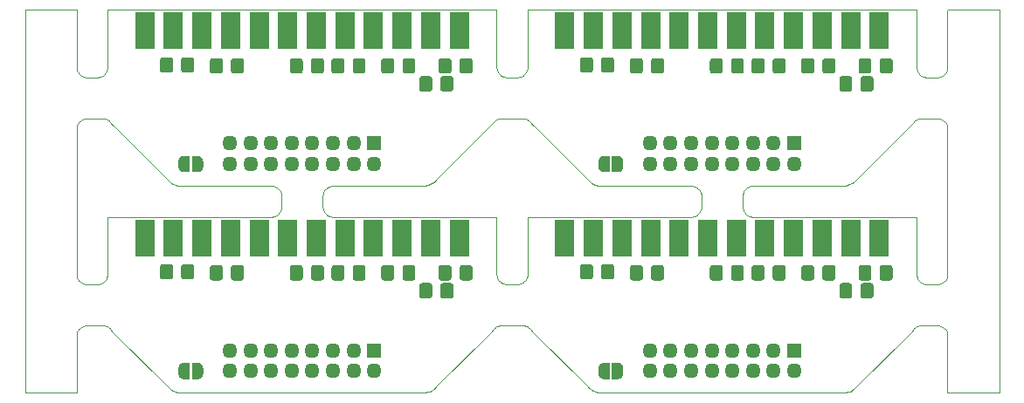
<source format=gbr>
G04 #@! TF.GenerationSoftware,KiCad,Pcbnew,5.1.5+dfsg1-2build2*
G04 #@! TF.CreationDate,2021-02-18T19:40:11-08:00*
G04 #@! TF.ProjectId,panel,70616e65-6c2e-46b6-9963-61645f706362,rev?*
G04 #@! TF.SameCoordinates,Original*
G04 #@! TF.FileFunction,Soldermask,Bot*
G04 #@! TF.FilePolarity,Negative*
%FSLAX46Y46*%
G04 Gerber Fmt 4.6, Leading zero omitted, Abs format (unit mm)*
G04 Created by KiCad (PCBNEW 5.1.5+dfsg1-2build2) date 2021-02-18 19:40:11*
%MOMM*%
%LPD*%
G04 APERTURE LIST*
G04 #@! TA.AperFunction,Profile*
%ADD10C,0.100000*%
G04 #@! TD*
%ADD11C,0.350000*%
%ADD12R,1.450000X1.450000*%
%ADD13O,1.450000X1.450000*%
%ADD14R,1.946667X3.580000*%
G04 APERTURE END LIST*
D10*
X46999000Y-75634600D02*
X46999000Y-61533200D01*
X47003800Y-75731900D02*
X46999000Y-75634600D01*
X47018000Y-75828000D02*
X47003800Y-75731900D01*
X47041600Y-75922200D02*
X47018000Y-75828000D01*
X47074400Y-76013700D02*
X47041600Y-75922200D01*
X47115900Y-76101500D02*
X47074400Y-76013700D01*
X47165900Y-76184900D02*
X47115900Y-76101500D01*
X47223700Y-76262900D02*
X47165900Y-76184900D01*
X47289000Y-76334900D02*
X47223700Y-76262900D01*
X47361000Y-76400100D02*
X47289000Y-76334900D01*
X47439000Y-76458000D02*
X47361000Y-76400100D01*
X47522300Y-76508000D02*
X47439000Y-76458000D01*
X47610100Y-76549500D02*
X47522300Y-76508000D01*
X47701600Y-76582200D02*
X47610100Y-76549500D01*
X47795900Y-76605800D02*
X47701600Y-76582200D01*
X47892000Y-76620100D02*
X47795900Y-76605800D01*
X47989200Y-76624900D02*
X47892000Y-76620100D01*
X49009400Y-76624900D02*
X47989200Y-76624900D01*
X49106700Y-76620100D02*
X49009400Y-76624900D01*
X49202800Y-76605800D02*
X49106700Y-76620100D01*
X49297000Y-76582200D02*
X49202800Y-76605800D01*
X49388500Y-76549500D02*
X49297000Y-76582200D01*
X49476300Y-76508000D02*
X49388500Y-76549500D01*
X49559600Y-76458000D02*
X49476300Y-76508000D01*
X49637600Y-76400200D02*
X49559600Y-76458000D01*
X49709600Y-76334900D02*
X49637600Y-76400200D01*
X49774900Y-76263000D02*
X49709600Y-76334900D01*
X49832700Y-76185000D02*
X49774900Y-76263000D01*
X49882700Y-76101600D02*
X49832700Y-76185000D01*
X49924200Y-76013800D02*
X49882700Y-76101600D01*
X49957000Y-75922400D02*
X49924200Y-76013800D01*
X49980600Y-75828100D02*
X49957000Y-75922400D01*
X49994900Y-75732000D02*
X49980600Y-75828100D01*
X49999700Y-75634800D02*
X49994900Y-75732000D01*
X50000500Y-70096500D02*
X49999700Y-75634800D01*
X50002000Y-70088500D02*
X50000500Y-70096500D01*
X50007000Y-70084000D02*
X50002000Y-70088500D01*
X50014100Y-70082900D02*
X50007000Y-70084000D01*
X65860500Y-70082900D02*
X50014100Y-70082900D01*
X65957800Y-70078100D02*
X65860500Y-70082900D01*
X66053900Y-70063900D02*
X65957800Y-70078100D01*
X66148100Y-70040300D02*
X66053900Y-70063900D01*
X66239600Y-70007500D02*
X66148100Y-70040300D01*
X66327400Y-69966000D02*
X66239600Y-70007500D01*
X66410800Y-69916000D02*
X66327400Y-69966000D01*
X66488800Y-69858200D02*
X66410800Y-69916000D01*
X66560800Y-69792900D02*
X66488800Y-69858200D01*
X66626000Y-69720900D02*
X66560800Y-69792900D01*
X66683900Y-69642900D02*
X66626000Y-69720900D01*
X66733900Y-69559600D02*
X66683900Y-69642900D01*
X66775400Y-69471800D02*
X66733900Y-69559600D01*
X66808100Y-69380300D02*
X66775400Y-69471800D01*
X66831700Y-69286000D02*
X66808100Y-69380300D01*
X66846000Y-69189900D02*
X66831700Y-69286000D01*
X66850800Y-69092700D02*
X66846000Y-69189900D01*
X66850800Y-68072900D02*
X66850800Y-69092700D01*
X66846000Y-67975700D02*
X66850800Y-68072900D01*
X66831700Y-67879600D02*
X66846000Y-67975700D01*
X66808100Y-67785300D02*
X66831700Y-67879600D01*
X66775400Y-67693900D02*
X66808100Y-67785300D01*
X66733900Y-67606100D02*
X66775400Y-67693900D01*
X66683900Y-67522700D02*
X66733900Y-67606100D01*
X66626100Y-67444700D02*
X66683900Y-67522700D01*
X66560800Y-67372700D02*
X66626100Y-67444700D01*
X66488900Y-67307500D02*
X66560800Y-67372700D01*
X66410800Y-67249600D02*
X66488900Y-67307500D01*
X66327500Y-67199600D02*
X66410800Y-67249600D01*
X66239700Y-67158100D02*
X66327500Y-67199600D01*
X66148300Y-67125400D02*
X66239700Y-67158100D01*
X66054000Y-67101700D02*
X66148300Y-67125400D01*
X65957900Y-67087500D02*
X66054000Y-67101700D01*
X65860700Y-67082700D02*
X65957900Y-67087500D01*
X57246500Y-67081300D02*
X65860700Y-67082700D01*
X57036500Y-67069600D02*
X57246500Y-67081300D01*
X57008600Y-67066400D02*
X57036500Y-67069600D01*
X56801700Y-67030900D02*
X57008600Y-67066400D01*
X56599400Y-66973000D02*
X56801700Y-67030900D01*
X56572800Y-66963700D02*
X56599400Y-66973000D01*
X56379000Y-66883000D02*
X56572800Y-66963700D01*
X56182700Y-66774600D02*
X56379000Y-66883000D01*
X55999800Y-66644900D02*
X56182700Y-66774600D01*
X55832100Y-66495400D02*
X55999800Y-66644900D01*
X50589700Y-61255700D02*
X55832100Y-66495400D01*
X50453800Y-61105900D02*
X50589700Y-61255700D01*
X50333400Y-60943900D02*
X50453800Y-61105900D01*
X50274900Y-60872100D02*
X50333400Y-60943900D01*
X50210100Y-60806300D02*
X50274900Y-60872100D01*
X50139500Y-60746800D02*
X50210100Y-60806300D01*
X50063600Y-60694200D02*
X50139500Y-60746800D01*
X49983100Y-60648800D02*
X50063600Y-60694200D01*
X49898800Y-60611100D02*
X49983100Y-60648800D01*
X49811300Y-60581500D02*
X49898800Y-60611100D01*
X49721500Y-60560200D02*
X49811300Y-60581500D01*
X49630000Y-60547300D02*
X49721500Y-60560200D01*
X49537500Y-60543000D02*
X49630000Y-60547300D01*
X47989200Y-60543000D02*
X49537500Y-60543000D01*
X47892000Y-60547700D02*
X47989200Y-60543000D01*
X47795900Y-60562000D02*
X47892000Y-60547700D01*
X47701600Y-60585600D02*
X47795900Y-60562000D01*
X47610100Y-60618300D02*
X47701600Y-60585600D01*
X47522300Y-60659900D02*
X47610100Y-60618300D01*
X47439000Y-60709800D02*
X47522300Y-60659900D01*
X47361000Y-60767700D02*
X47439000Y-60709800D01*
X47289000Y-60832900D02*
X47361000Y-60767700D01*
X47223700Y-60904900D02*
X47289000Y-60832900D01*
X47165900Y-60982900D02*
X47223700Y-60904900D01*
X47115900Y-61066300D02*
X47165900Y-60982900D01*
X47074400Y-61154100D02*
X47115900Y-61066300D01*
X47041600Y-61245600D02*
X47074400Y-61154100D01*
X47018000Y-61339800D02*
X47041600Y-61245600D01*
X47003800Y-61435900D02*
X47018000Y-61339800D01*
X46999000Y-61533200D02*
X47003800Y-61435900D01*
X87255200Y-61092200D02*
X87359300Y-60950100D01*
X87107800Y-61254900D02*
X87255200Y-61092200D01*
X81868200Y-66494500D02*
X87107800Y-61254900D01*
X81727400Y-66622400D02*
X81868200Y-66494500D01*
X81708400Y-66638100D02*
X81727400Y-66622400D01*
X81560100Y-66747600D02*
X81708400Y-66638100D01*
X81391700Y-66848500D02*
X81560100Y-66747600D01*
X81214100Y-66932500D02*
X81391700Y-66848500D01*
X81041200Y-66994600D02*
X81214100Y-66932500D01*
X81017600Y-67001800D02*
X81041200Y-66994600D01*
X80839200Y-67046200D02*
X81017600Y-67001800D01*
X80657000Y-67073500D02*
X80839200Y-67046200D01*
X80632500Y-67075900D02*
X80657000Y-67073500D01*
X80448700Y-67084800D02*
X80632500Y-67075900D01*
X71843200Y-67083600D02*
X80448700Y-67084800D01*
X71745900Y-67088400D02*
X71843200Y-67083600D01*
X71649800Y-67102600D02*
X71745900Y-67088400D01*
X71555500Y-67126200D02*
X71649800Y-67102600D01*
X71464000Y-67158900D02*
X71555500Y-67126200D01*
X71376200Y-67200500D02*
X71464000Y-67158900D01*
X71292800Y-67250400D02*
X71376200Y-67200500D01*
X71214800Y-67308300D02*
X71292800Y-67250400D01*
X71142800Y-67373500D02*
X71214800Y-67308300D01*
X71077500Y-67445500D02*
X71142800Y-67373500D01*
X71019600Y-67523500D02*
X71077500Y-67445500D01*
X70969700Y-67606900D02*
X71019600Y-67523500D01*
X70928100Y-67694700D02*
X70969700Y-67606900D01*
X70895400Y-67786200D02*
X70928100Y-67694700D01*
X70871800Y-67880400D02*
X70895400Y-67786200D01*
X70857500Y-67976600D02*
X70871800Y-67880400D01*
X70852800Y-68073800D02*
X70857500Y-67976600D01*
X70852800Y-69092700D02*
X70852800Y-68073800D01*
X70857500Y-69189900D02*
X70852800Y-69092700D01*
X70871800Y-69286000D02*
X70857500Y-69189900D01*
X70895400Y-69380300D02*
X70871800Y-69286000D01*
X70928100Y-69471800D02*
X70895400Y-69380300D01*
X70969700Y-69559600D02*
X70928100Y-69471800D01*
X71019600Y-69642900D02*
X70969700Y-69559600D01*
X71077500Y-69720900D02*
X71019600Y-69642900D01*
X71142700Y-69792900D02*
X71077500Y-69720900D01*
X71214700Y-69858200D02*
X71142700Y-69792900D01*
X71292800Y-69916000D02*
X71214700Y-69858200D01*
X71376100Y-69966000D02*
X71292800Y-69916000D01*
X71463900Y-70007500D02*
X71376100Y-69966000D01*
X71555400Y-70040300D02*
X71463900Y-70007500D01*
X71649600Y-70063900D02*
X71555400Y-70040300D01*
X71745700Y-70078100D02*
X71649600Y-70063900D01*
X71843000Y-70082900D02*
X71745700Y-70078100D01*
X87686000Y-70082900D02*
X71843000Y-70082900D01*
X87693100Y-70084000D02*
X87686000Y-70082900D01*
X87698100Y-70088500D02*
X87693100Y-70084000D01*
X87699600Y-70096500D02*
X87698100Y-70088500D01*
X87702400Y-75635100D02*
X87699600Y-70096500D01*
X87707200Y-75732400D02*
X87702400Y-75635100D01*
X87721500Y-75828400D02*
X87707200Y-75732400D01*
X87745100Y-75922600D02*
X87721500Y-75828400D01*
X87777900Y-76014100D02*
X87745100Y-75922600D01*
X87819400Y-76101800D02*
X87777900Y-76014100D01*
X87869400Y-76185100D02*
X87819400Y-76101800D01*
X87927300Y-76263100D02*
X87869400Y-76185100D01*
X87992500Y-76335100D02*
X87927300Y-76263100D01*
X88064500Y-76400300D02*
X87992500Y-76335100D01*
X88142500Y-76458100D02*
X88064500Y-76400300D01*
X88225800Y-76508000D02*
X88142500Y-76458100D01*
X88313600Y-76549500D02*
X88225800Y-76508000D01*
X88405100Y-76582300D02*
X88313600Y-76549500D01*
X88499300Y-76605800D02*
X88405100Y-76582300D01*
X88595300Y-76620100D02*
X88499300Y-76605800D01*
X88692600Y-76624900D02*
X88595300Y-76620100D01*
X89712900Y-76624900D02*
X88692600Y-76624900D01*
X89810200Y-76620100D02*
X89712900Y-76624900D01*
X89906300Y-76605800D02*
X89810200Y-76620100D01*
X90000500Y-76582200D02*
X89906300Y-76605800D01*
X90092000Y-76549500D02*
X90000500Y-76582200D01*
X90179800Y-76508000D02*
X90092000Y-76549500D01*
X90263100Y-76458000D02*
X90179800Y-76508000D01*
X90341100Y-76400200D02*
X90263100Y-76458000D01*
X90413100Y-76334900D02*
X90341100Y-76400200D01*
X90478400Y-76263000D02*
X90413100Y-76334900D01*
X90536200Y-76185000D02*
X90478400Y-76263000D01*
X90586200Y-76101600D02*
X90536200Y-76185000D01*
X90627700Y-76013800D02*
X90586200Y-76101600D01*
X90660500Y-75922400D02*
X90627700Y-76013800D01*
X90684100Y-75828100D02*
X90660500Y-75922400D01*
X90698400Y-75732000D02*
X90684100Y-75828100D01*
X90703200Y-75634800D02*
X90698400Y-75732000D01*
X90704000Y-70096500D02*
X90703200Y-75634800D01*
X90705500Y-70088500D02*
X90704000Y-70096500D01*
X90710500Y-70084000D02*
X90705500Y-70088500D01*
X90717600Y-70082900D02*
X90710500Y-70084000D01*
X106564000Y-70082900D02*
X90717600Y-70082900D01*
X106661300Y-70078100D02*
X106564000Y-70082900D01*
X106757400Y-70063900D02*
X106661300Y-70078100D01*
X106851700Y-70040300D02*
X106757400Y-70063900D01*
X106943100Y-70007500D02*
X106851700Y-70040300D01*
X107031000Y-69966000D02*
X106943100Y-70007500D01*
X107114300Y-69916000D02*
X107031000Y-69966000D01*
X107192300Y-69858200D02*
X107114300Y-69916000D01*
X107264300Y-69792900D02*
X107192300Y-69858200D01*
X107329600Y-69720900D02*
X107264300Y-69792900D01*
X107387400Y-69642900D02*
X107329600Y-69720900D01*
X107437400Y-69559600D02*
X107387400Y-69642900D01*
X107478900Y-69471800D02*
X107437400Y-69559600D01*
X107511600Y-69380300D02*
X107478900Y-69471800D01*
X107535200Y-69286000D02*
X107511600Y-69380300D01*
X107549500Y-69189900D02*
X107535200Y-69286000D01*
X107554300Y-69092700D02*
X107549500Y-69189900D01*
X107554300Y-68072900D02*
X107554300Y-69092700D01*
X107549500Y-67975700D02*
X107554300Y-68072900D01*
X107535300Y-67879600D02*
X107549500Y-67975700D01*
X107511600Y-67785300D02*
X107535300Y-67879600D01*
X107478900Y-67693900D02*
X107511600Y-67785300D01*
X107437400Y-67606100D02*
X107478900Y-67693900D01*
X107387500Y-67522700D02*
X107437400Y-67606100D01*
X107329600Y-67444700D02*
X107387500Y-67522700D01*
X107264400Y-67372700D02*
X107329600Y-67444700D01*
X107192400Y-67307500D02*
X107264400Y-67372700D01*
X107114400Y-67249600D02*
X107192400Y-67307500D01*
X107031000Y-67199600D02*
X107114400Y-67249600D01*
X106943200Y-67158100D02*
X107031000Y-67199600D01*
X106851800Y-67125400D02*
X106943200Y-67158100D01*
X106757500Y-67101700D02*
X106851800Y-67125400D01*
X106661500Y-67087500D02*
X106757500Y-67101700D01*
X106564200Y-67082700D02*
X106661500Y-67087500D01*
X97950000Y-67081300D02*
X106564200Y-67082700D01*
X97740100Y-67069600D02*
X97950000Y-67081300D01*
X97712100Y-67066400D02*
X97740100Y-67069600D01*
X97504700Y-67030700D02*
X97712100Y-67066400D01*
X97302600Y-66972900D02*
X97504700Y-67030700D01*
X97276300Y-66963700D02*
X97302600Y-66972900D01*
X97082500Y-66883000D02*
X97276300Y-66963700D01*
X96886200Y-66774600D02*
X97082500Y-66883000D01*
X96703300Y-66644900D02*
X96886200Y-66774600D01*
X96535600Y-66495400D02*
X96703300Y-66644900D01*
X91293200Y-61255700D02*
X96535600Y-66495400D01*
X91157400Y-61105900D02*
X91293200Y-61255700D01*
X91036900Y-60943900D02*
X91157400Y-61105900D01*
X90978400Y-60872100D02*
X91036900Y-60943900D01*
X90913600Y-60806300D02*
X90978400Y-60872100D01*
X90843000Y-60746800D02*
X90913600Y-60806300D01*
X90767100Y-60694200D02*
X90843000Y-60746800D01*
X90686600Y-60648800D02*
X90767100Y-60694200D01*
X90602300Y-60611100D02*
X90686600Y-60648800D01*
X90514800Y-60581500D02*
X90602300Y-60611100D01*
X90425000Y-60560200D02*
X90514800Y-60581500D01*
X90333500Y-60547300D02*
X90425000Y-60560200D01*
X90241000Y-60543000D02*
X90333500Y-60547300D01*
X88159700Y-60543000D02*
X90241000Y-60543000D01*
X88066500Y-60547300D02*
X88159700Y-60543000D01*
X87974300Y-60560400D02*
X88066500Y-60547300D01*
X87883700Y-60582200D02*
X87974300Y-60560400D01*
X87795600Y-60612300D02*
X87883700Y-60582200D01*
X87710700Y-60650500D02*
X87795600Y-60612300D01*
X87629800Y-60696600D02*
X87710700Y-60650500D01*
X87553500Y-60750100D02*
X87629800Y-60696600D01*
X87482600Y-60810500D02*
X87553500Y-60750100D01*
X87417800Y-60877300D02*
X87482600Y-60810500D01*
X87359300Y-60950100D02*
X87417800Y-60877300D01*
X127958800Y-61092200D02*
X128062800Y-60950100D01*
X127811300Y-61254900D02*
X127958800Y-61092200D01*
X122571700Y-66494500D02*
X127811300Y-61254900D01*
X122431000Y-66622400D02*
X122571700Y-66494500D01*
X122411900Y-66638100D02*
X122431000Y-66622400D01*
X122263700Y-66747600D02*
X122411900Y-66638100D01*
X122095200Y-66848500D02*
X122263700Y-66747600D01*
X121917700Y-66932500D02*
X122095200Y-66848500D01*
X121744700Y-66994600D02*
X121917700Y-66932500D01*
X121721100Y-67001800D02*
X121744700Y-66994600D01*
X121542700Y-67046200D02*
X121721100Y-67001800D01*
X121360500Y-67073500D02*
X121542700Y-67046200D01*
X121336000Y-67075900D02*
X121360500Y-67073500D01*
X121152200Y-67084800D02*
X121336000Y-67075900D01*
X112546700Y-67083600D02*
X121152200Y-67084800D01*
X112449400Y-67088400D02*
X112546700Y-67083600D01*
X112353300Y-67102600D02*
X112449400Y-67088400D01*
X112259000Y-67126200D02*
X112353300Y-67102600D01*
X112167500Y-67158900D02*
X112259000Y-67126200D01*
X112079700Y-67200500D02*
X112167500Y-67158900D01*
X111996400Y-67250400D02*
X112079700Y-67200500D01*
X111918300Y-67308300D02*
X111996400Y-67250400D01*
X111846300Y-67373500D02*
X111918300Y-67308300D01*
X111781100Y-67445500D02*
X111846300Y-67373500D01*
X111723200Y-67523500D02*
X111781100Y-67445500D01*
X111673200Y-67606900D02*
X111723200Y-67523500D01*
X111631700Y-67694700D02*
X111673200Y-67606900D01*
X111598900Y-67786200D02*
X111631700Y-67694700D01*
X111575300Y-67880400D02*
X111598900Y-67786200D01*
X111561100Y-67976600D02*
X111575300Y-67880400D01*
X111556300Y-68073800D02*
X111561100Y-67976600D01*
X111556300Y-69092700D02*
X111556300Y-68073800D01*
X111561100Y-69189900D02*
X111556300Y-69092700D01*
X111575300Y-69286000D02*
X111561100Y-69189900D01*
X111598900Y-69380300D02*
X111575300Y-69286000D01*
X111631700Y-69471800D02*
X111598900Y-69380300D01*
X111673200Y-69559600D02*
X111631700Y-69471800D01*
X111723100Y-69642900D02*
X111673200Y-69559600D01*
X111781000Y-69720900D02*
X111723100Y-69642900D01*
X111846300Y-69792900D02*
X111781000Y-69720900D01*
X111918200Y-69858200D02*
X111846300Y-69792900D01*
X111996300Y-69916000D02*
X111918200Y-69858200D01*
X112079600Y-69966000D02*
X111996300Y-69916000D01*
X112167400Y-70007500D02*
X112079600Y-69966000D01*
X112258900Y-70040300D02*
X112167400Y-70007500D01*
X112353100Y-70063900D02*
X112258900Y-70040300D01*
X112449200Y-70078100D02*
X112353100Y-70063900D01*
X112546500Y-70082900D02*
X112449200Y-70078100D01*
X128389500Y-70082900D02*
X112546500Y-70082900D01*
X128396600Y-70084000D02*
X128389500Y-70082900D01*
X128401600Y-70088500D02*
X128396600Y-70084000D01*
X128403100Y-70096500D02*
X128401600Y-70088500D01*
X128405900Y-75635100D02*
X128403100Y-70096500D01*
X128410700Y-75732400D02*
X128405900Y-75635100D01*
X128425000Y-75828400D02*
X128410700Y-75732400D01*
X128448600Y-75922600D02*
X128425000Y-75828400D01*
X128481400Y-76014100D02*
X128448600Y-75922600D01*
X128522900Y-76101800D02*
X128481400Y-76014100D01*
X128572900Y-76185100D02*
X128522900Y-76101800D01*
X128630800Y-76263100D02*
X128572900Y-76185100D01*
X128696000Y-76335100D02*
X128630800Y-76263100D01*
X128768000Y-76400300D02*
X128696000Y-76335100D01*
X128846000Y-76458100D02*
X128768000Y-76400300D01*
X128929300Y-76508000D02*
X128846000Y-76458100D01*
X129017100Y-76549500D02*
X128929300Y-76508000D01*
X129108600Y-76582300D02*
X129017100Y-76549500D01*
X129202800Y-76605800D02*
X129108600Y-76582300D01*
X129298900Y-76620100D02*
X129202800Y-76605800D01*
X129396100Y-76624900D02*
X129298900Y-76620100D01*
X130416800Y-76624900D02*
X129396100Y-76624900D01*
X130514100Y-76620100D02*
X130416800Y-76624900D01*
X130610200Y-76605800D02*
X130514100Y-76620100D01*
X130704400Y-76582200D02*
X130610200Y-76605800D01*
X130795900Y-76549500D02*
X130704400Y-76582200D01*
X130883700Y-76508000D02*
X130795900Y-76549500D01*
X130967000Y-76458000D02*
X130883700Y-76508000D01*
X131045100Y-76400100D02*
X130967000Y-76458000D01*
X131117100Y-76334900D02*
X131045100Y-76400100D01*
X131182300Y-76262900D02*
X131117100Y-76334900D01*
X131240200Y-76184900D02*
X131182300Y-76262900D01*
X131290100Y-76101500D02*
X131240200Y-76184900D01*
X131331700Y-76013700D02*
X131290100Y-76101500D01*
X131364400Y-75922200D02*
X131331700Y-76013700D01*
X131388000Y-75828000D02*
X131364400Y-75922200D01*
X131402300Y-75731900D02*
X131388000Y-75828000D01*
X131407000Y-75634600D02*
X131402300Y-75731900D01*
X131407000Y-61533200D02*
X131407000Y-75634600D01*
X131402300Y-61435900D02*
X131407000Y-61533200D01*
X131388000Y-61339800D02*
X131402300Y-61435900D01*
X131364400Y-61245600D02*
X131388000Y-61339800D01*
X131331700Y-61154100D02*
X131364400Y-61245600D01*
X131290100Y-61066300D02*
X131331700Y-61154100D01*
X131240200Y-60982900D02*
X131290100Y-61066300D01*
X131182300Y-60904900D02*
X131240200Y-60982900D01*
X131117100Y-60832900D02*
X131182300Y-60904900D01*
X131045100Y-60767700D02*
X131117100Y-60832900D01*
X130967000Y-60709800D02*
X131045100Y-60767700D01*
X130883700Y-60659900D02*
X130967000Y-60709800D01*
X130795900Y-60618300D02*
X130883700Y-60659900D01*
X130704400Y-60585600D02*
X130795900Y-60618300D01*
X130610200Y-60562000D02*
X130704400Y-60585600D01*
X130514100Y-60547700D02*
X130610200Y-60562000D01*
X130416800Y-60543000D02*
X130514100Y-60547700D01*
X128863200Y-60543000D02*
X130416800Y-60543000D01*
X128770000Y-60547300D02*
X128863200Y-60543000D01*
X128677800Y-60560400D02*
X128770000Y-60547300D01*
X128587200Y-60582200D02*
X128677800Y-60560400D01*
X128499100Y-60612300D02*
X128587200Y-60582200D01*
X128414200Y-60650500D02*
X128499100Y-60612300D01*
X128333300Y-60696600D02*
X128414200Y-60650500D01*
X128257000Y-60750100D02*
X128333300Y-60696600D01*
X128186200Y-60810500D02*
X128257000Y-60750100D01*
X128121300Y-60877300D02*
X128186200Y-60810500D01*
X128062800Y-60950100D02*
X128121300Y-60877300D01*
X46974500Y-49999000D02*
X42010200Y-49999700D01*
X46989800Y-49999800D02*
X46974500Y-49999000D01*
X46995700Y-50003000D02*
X46989800Y-49999800D01*
X46998200Y-50008200D02*
X46995700Y-50003000D01*
X46999000Y-50023500D02*
X46998200Y-50008200D01*
X46999000Y-55550700D02*
X46999000Y-50023500D01*
X47003800Y-55648000D02*
X46999000Y-55550700D01*
X47018000Y-55744100D02*
X47003800Y-55648000D01*
X47041600Y-55838300D02*
X47018000Y-55744100D01*
X47074400Y-55929800D02*
X47041600Y-55838300D01*
X47115900Y-56017600D02*
X47074400Y-55929800D01*
X47165900Y-56101000D02*
X47115900Y-56017600D01*
X47223700Y-56179000D02*
X47165900Y-56101000D01*
X47289000Y-56251000D02*
X47223700Y-56179000D01*
X47361000Y-56316200D02*
X47289000Y-56251000D01*
X47439000Y-56374100D02*
X47361000Y-56316200D01*
X47522300Y-56424000D02*
X47439000Y-56374100D01*
X47610100Y-56465600D02*
X47522300Y-56424000D01*
X47701600Y-56498300D02*
X47610100Y-56465600D01*
X47795900Y-56521900D02*
X47701600Y-56498300D01*
X47892000Y-56536200D02*
X47795900Y-56521900D01*
X47989200Y-56541000D02*
X47892000Y-56536200D01*
X49009400Y-56541000D02*
X47989200Y-56541000D01*
X49106700Y-56536200D02*
X49009400Y-56541000D01*
X49202800Y-56521900D02*
X49106700Y-56536200D01*
X49297000Y-56498300D02*
X49202800Y-56521900D01*
X49388500Y-56465600D02*
X49297000Y-56498300D01*
X49476300Y-56424100D02*
X49388500Y-56465600D01*
X49559600Y-56374100D02*
X49476300Y-56424100D01*
X49637600Y-56316300D02*
X49559600Y-56374100D01*
X49709600Y-56251000D02*
X49637600Y-56316300D01*
X49774900Y-56179100D02*
X49709600Y-56251000D01*
X49832700Y-56101000D02*
X49774900Y-56179100D01*
X49882700Y-56017700D02*
X49832700Y-56101000D01*
X49924200Y-55929900D02*
X49882700Y-56017700D01*
X49957000Y-55838500D02*
X49924200Y-55929900D01*
X49980600Y-55744200D02*
X49957000Y-55838500D01*
X49994900Y-55648100D02*
X49980600Y-55744200D01*
X49999700Y-55550900D02*
X49994900Y-55648100D01*
X50000500Y-50012600D02*
X49999700Y-55550900D01*
X50001300Y-50006400D02*
X50000500Y-50012600D01*
X50003800Y-50002300D02*
X50001300Y-50006400D01*
X50007900Y-49999800D02*
X50003800Y-50002300D01*
X50013200Y-49999000D02*
X50007900Y-49999800D01*
X87691200Y-49999500D02*
X50013200Y-49999000D01*
X87697600Y-50003800D02*
X87691200Y-49999500D01*
X87699600Y-50012600D02*
X87697600Y-50003800D01*
X87702400Y-55551200D02*
X87699600Y-50012600D01*
X87707200Y-55648400D02*
X87702400Y-55551200D01*
X87721500Y-55744500D02*
X87707200Y-55648400D01*
X87745100Y-55838700D02*
X87721500Y-55744500D01*
X87777900Y-55930100D02*
X87745100Y-55838700D01*
X87819400Y-56017900D02*
X87777900Y-55930100D01*
X87869400Y-56101200D02*
X87819400Y-56017900D01*
X87927300Y-56179200D02*
X87869400Y-56101200D01*
X87992500Y-56251200D02*
X87927300Y-56179200D01*
X88064500Y-56316400D02*
X87992500Y-56251200D01*
X88142500Y-56374200D02*
X88064500Y-56316400D01*
X88225800Y-56424100D02*
X88142500Y-56374200D01*
X88313600Y-56465600D02*
X88225800Y-56424100D01*
X88405100Y-56498300D02*
X88313600Y-56465600D01*
X88499300Y-56521900D02*
X88405100Y-56498300D01*
X88595300Y-56536200D02*
X88499300Y-56521900D01*
X88692600Y-56541000D02*
X88595300Y-56536200D01*
X89712900Y-56541000D02*
X88692600Y-56541000D01*
X89810200Y-56536200D02*
X89712900Y-56541000D01*
X89906300Y-56521900D02*
X89810200Y-56536200D01*
X90000500Y-56498300D02*
X89906300Y-56521900D01*
X90092000Y-56465600D02*
X90000500Y-56498300D01*
X90179800Y-56424100D02*
X90092000Y-56465600D01*
X90263100Y-56374100D02*
X90179800Y-56424100D01*
X90341100Y-56316300D02*
X90263100Y-56374100D01*
X90413100Y-56251000D02*
X90341100Y-56316300D01*
X90478400Y-56179100D02*
X90413100Y-56251000D01*
X90536200Y-56101000D02*
X90478400Y-56179100D01*
X90586200Y-56017700D02*
X90536200Y-56101000D01*
X90627700Y-55929900D02*
X90586200Y-56017700D01*
X90660500Y-55838500D02*
X90627700Y-55929900D01*
X90684100Y-55744200D02*
X90660500Y-55838500D01*
X90698400Y-55648100D02*
X90684100Y-55744200D01*
X90703200Y-55550900D02*
X90698400Y-55648100D01*
X90704000Y-50012600D02*
X90703200Y-55550900D01*
X90706000Y-50003800D02*
X90704000Y-50012600D01*
X90713300Y-49999400D02*
X90706000Y-50003800D01*
X128394700Y-49999500D02*
X90713300Y-49999400D01*
X128401100Y-50003800D02*
X128394700Y-49999500D01*
X128403100Y-50012600D02*
X128401100Y-50003800D01*
X128405900Y-55551200D02*
X128403100Y-50012600D01*
X128410700Y-55648500D02*
X128405900Y-55551200D01*
X128425000Y-55744500D02*
X128410700Y-55648500D01*
X128448600Y-55838700D02*
X128425000Y-55744500D01*
X128481400Y-55930100D02*
X128448600Y-55838700D01*
X128522900Y-56017900D02*
X128481400Y-55930100D01*
X128572900Y-56101200D02*
X128522900Y-56017900D01*
X128630800Y-56179200D02*
X128572900Y-56101200D01*
X128696000Y-56251200D02*
X128630800Y-56179200D01*
X128768000Y-56316400D02*
X128696000Y-56251200D01*
X128846000Y-56374200D02*
X128768000Y-56316400D01*
X128929300Y-56424100D02*
X128846000Y-56374200D01*
X129017100Y-56465600D02*
X128929300Y-56424100D01*
X129108600Y-56498300D02*
X129017100Y-56465600D01*
X129202800Y-56521900D02*
X129108600Y-56498300D01*
X129298900Y-56536200D02*
X129202800Y-56521900D01*
X129396100Y-56541000D02*
X129298900Y-56536200D01*
X130416800Y-56541000D02*
X129396100Y-56541000D01*
X130514100Y-56536200D02*
X130416800Y-56541000D01*
X130610200Y-56521900D02*
X130514100Y-56536200D01*
X130704400Y-56498300D02*
X130610200Y-56521900D01*
X130795900Y-56465600D02*
X130704400Y-56498300D01*
X130883700Y-56424000D02*
X130795900Y-56465600D01*
X130967000Y-56374100D02*
X130883700Y-56424000D01*
X131045100Y-56316200D02*
X130967000Y-56374100D01*
X131117100Y-56251000D02*
X131045100Y-56316200D01*
X131182300Y-56179000D02*
X131117100Y-56251000D01*
X131240200Y-56101000D02*
X131182300Y-56179000D01*
X131290100Y-56017600D02*
X131240200Y-56101000D01*
X131331700Y-55929800D02*
X131290100Y-56017600D01*
X131364400Y-55838300D02*
X131331700Y-55929800D01*
X131388000Y-55744100D02*
X131364400Y-55838300D01*
X131402300Y-55648000D02*
X131388000Y-55744100D01*
X131407000Y-55550700D02*
X131402300Y-55648000D01*
X131407000Y-50023500D02*
X131407000Y-55550700D01*
X131407800Y-50008200D02*
X131407000Y-50023500D01*
X131411000Y-50002300D02*
X131407800Y-50008200D01*
X131416300Y-49999800D02*
X131411000Y-50002300D01*
X131431600Y-49999000D02*
X131416300Y-49999800D01*
X136383500Y-49999000D02*
X131431600Y-49999000D01*
X136400700Y-50000300D02*
X136383500Y-49999000D01*
X136406800Y-50006300D02*
X136400700Y-50000300D01*
X136408000Y-50023500D02*
X136406800Y-50006300D01*
X136408000Y-87144300D02*
X136408000Y-50023500D01*
X136406800Y-87161500D02*
X136408000Y-87144300D01*
X136400700Y-87167500D02*
X136406800Y-87161500D01*
X136383500Y-87168800D02*
X136400700Y-87167500D01*
X131431600Y-87168800D02*
X136383500Y-87168800D01*
X131416300Y-87168000D02*
X131431600Y-87168800D01*
X131410300Y-87164800D02*
X131416300Y-87168000D01*
X131407800Y-87159600D02*
X131410300Y-87164800D01*
X131407000Y-87144300D02*
X131407800Y-87159600D01*
X131407000Y-81617100D02*
X131407000Y-87144300D01*
X131402300Y-81519800D02*
X131407000Y-81617100D01*
X131388000Y-81423700D02*
X131402300Y-81519800D01*
X131364400Y-81329500D02*
X131388000Y-81423700D01*
X131331700Y-81238000D02*
X131364400Y-81329500D01*
X131290100Y-81150200D02*
X131331700Y-81238000D01*
X131240200Y-81066900D02*
X131290100Y-81150200D01*
X131182300Y-80988800D02*
X131240200Y-81066900D01*
X131117100Y-80916800D02*
X131182300Y-80988800D01*
X131045100Y-80851600D02*
X131117100Y-80916800D01*
X130967000Y-80793700D02*
X131045100Y-80851600D01*
X130883700Y-80743800D02*
X130967000Y-80793700D01*
X130795900Y-80702200D02*
X130883700Y-80743800D01*
X130704400Y-80669500D02*
X130795900Y-80702200D01*
X130610200Y-80645900D02*
X130704400Y-80669500D01*
X130514100Y-80631600D02*
X130610200Y-80645900D01*
X130416800Y-80626900D02*
X130514100Y-80631600D01*
X128863200Y-80626900D02*
X130416800Y-80626900D01*
X128770000Y-80631300D02*
X128863200Y-80626900D01*
X128677800Y-80644400D02*
X128770000Y-80631300D01*
X128587200Y-80666100D02*
X128677800Y-80644400D01*
X128499100Y-80696200D02*
X128587200Y-80666100D01*
X128414200Y-80734400D02*
X128499100Y-80696200D01*
X128333300Y-80780500D02*
X128414200Y-80734400D01*
X128257000Y-80834000D02*
X128333300Y-80780500D01*
X128186200Y-80894400D02*
X128257000Y-80834000D01*
X128121300Y-80961200D02*
X128186200Y-80894400D01*
X128062800Y-81034000D02*
X128121300Y-80961200D01*
X127958800Y-81176100D02*
X128062800Y-81034000D01*
X127811300Y-81338800D02*
X127958800Y-81176100D01*
X122571700Y-86578400D02*
X127811300Y-81338800D01*
X122431000Y-86706300D02*
X122571700Y-86578400D01*
X122411900Y-86722000D02*
X122431000Y-86706300D01*
X122274000Y-86824300D02*
X122411900Y-86722000D01*
X122253500Y-86838000D02*
X122274000Y-86824300D01*
X122095200Y-86932400D02*
X122253500Y-86838000D01*
X121929200Y-87011300D02*
X122095200Y-86932400D01*
X121906400Y-87020700D02*
X121929200Y-87011300D01*
X121732800Y-87082500D02*
X121906400Y-87020700D01*
X121542300Y-87130200D02*
X121732800Y-87082500D01*
X121348000Y-87158900D02*
X121542300Y-87130200D01*
X121146000Y-87168800D02*
X121348000Y-87158900D01*
X97956900Y-87165300D02*
X121146000Y-87168800D01*
X97726300Y-87152300D02*
X97956900Y-87165300D01*
X97518500Y-87117400D02*
X97726300Y-87152300D01*
X97491300Y-87111200D02*
X97518500Y-87117400D01*
X97289200Y-87052500D02*
X97491300Y-87111200D01*
X97095200Y-86972600D02*
X97289200Y-87052500D01*
X97069800Y-86960400D02*
X97095200Y-86972600D01*
X96886200Y-86858500D02*
X97069800Y-86960400D01*
X96714400Y-86737100D02*
X96886200Y-86858500D01*
X96692400Y-86719600D02*
X96714400Y-86737100D01*
X96535800Y-86579500D02*
X96692400Y-86719600D01*
X91293200Y-81339600D02*
X96535800Y-86579500D01*
X91157400Y-81189800D02*
X91293200Y-81339600D01*
X91036900Y-81027800D02*
X91157400Y-81189800D01*
X90978400Y-80956000D02*
X91036900Y-81027800D01*
X90913600Y-80890200D02*
X90978400Y-80956000D01*
X90843000Y-80830700D02*
X90913600Y-80890200D01*
X90767100Y-80778100D02*
X90843000Y-80830700D01*
X90686600Y-80732700D02*
X90767100Y-80778100D01*
X90602300Y-80695100D02*
X90686600Y-80732700D01*
X90514800Y-80665400D02*
X90602300Y-80695100D01*
X90425000Y-80644100D02*
X90514800Y-80665400D01*
X90333500Y-80631200D02*
X90425000Y-80644100D01*
X90241000Y-80626900D02*
X90333500Y-80631200D01*
X88159700Y-80626900D02*
X90241000Y-80626900D01*
X88066500Y-80631300D02*
X88159700Y-80626900D01*
X87974300Y-80644400D02*
X88066500Y-80631300D01*
X87883700Y-80666100D02*
X87974300Y-80644400D01*
X87795600Y-80696200D02*
X87883700Y-80666100D01*
X87710700Y-80734400D02*
X87795600Y-80696200D01*
X87629800Y-80780500D02*
X87710700Y-80734400D01*
X87553500Y-80834000D02*
X87629800Y-80780500D01*
X87482600Y-80894400D02*
X87553500Y-80834000D01*
X87417800Y-80961200D02*
X87482600Y-80894400D01*
X87359300Y-81034000D02*
X87417800Y-80961200D01*
X87255200Y-81176100D02*
X87359300Y-81034000D01*
X87107800Y-81338800D02*
X87255200Y-81176100D01*
X81868200Y-86578400D02*
X87107800Y-81338800D01*
X81718300Y-86714300D02*
X81868200Y-86578400D01*
X81560500Y-86831200D02*
X81718300Y-86714300D01*
X81392100Y-86932200D02*
X81560500Y-86831200D01*
X81214600Y-87016200D02*
X81392100Y-86932200D01*
X81041200Y-87078500D02*
X81214600Y-87016200D01*
X81017600Y-87085700D02*
X81041200Y-87078500D01*
X80851000Y-87127400D02*
X81017600Y-87085700D01*
X80826900Y-87132200D02*
X80851000Y-87127400D01*
X80644500Y-87158900D02*
X80826900Y-87132200D01*
X80442500Y-87168800D02*
X80644500Y-87158900D01*
X57253400Y-87165300D02*
X80442500Y-87168800D01*
X57022800Y-87152300D02*
X57253400Y-87165300D01*
X56801700Y-87114800D02*
X57022800Y-87152300D01*
X56585700Y-87052500D02*
X56801700Y-87114800D01*
X56391600Y-86972600D02*
X56585700Y-87052500D01*
X56366300Y-86960400D02*
X56391600Y-86972600D01*
X56182700Y-86858500D02*
X56366300Y-86960400D01*
X56010900Y-86737100D02*
X56182700Y-86858500D01*
X55988900Y-86719600D02*
X56010900Y-86737100D01*
X55832300Y-86579500D02*
X55988900Y-86719600D01*
X50589800Y-81339700D02*
X55832300Y-86579500D01*
X50453500Y-81189400D02*
X50589800Y-81339700D01*
X50338400Y-81034800D02*
X50453500Y-81189400D01*
X50288900Y-80972000D02*
X50338400Y-81034800D01*
X50223800Y-80903100D02*
X50288900Y-80972000D01*
X50152500Y-80840800D02*
X50223800Y-80903100D01*
X50075500Y-80785700D02*
X50152500Y-80840800D01*
X49993600Y-80738100D02*
X50075500Y-80785700D01*
X49907500Y-80698500D02*
X49993600Y-80738100D01*
X49818100Y-80667400D02*
X49907500Y-80698500D01*
X49726100Y-80645000D02*
X49818100Y-80667400D01*
X49632400Y-80631400D02*
X49726100Y-80645000D01*
X49537500Y-80626900D02*
X49632400Y-80631400D01*
X47989200Y-80626900D02*
X49537500Y-80626900D01*
X47892000Y-80631600D02*
X47989200Y-80626900D01*
X47795900Y-80645900D02*
X47892000Y-80631600D01*
X47701600Y-80669500D02*
X47795900Y-80645900D01*
X47610100Y-80702200D02*
X47701600Y-80669500D01*
X47522300Y-80743800D02*
X47610100Y-80702200D01*
X47439000Y-80793700D02*
X47522300Y-80743800D01*
X47361000Y-80851600D02*
X47439000Y-80793700D01*
X47289000Y-80916800D02*
X47361000Y-80851600D01*
X47223700Y-80988800D02*
X47289000Y-80916800D01*
X47165900Y-81066900D02*
X47223700Y-80988800D01*
X47115900Y-81150200D02*
X47165900Y-81066900D01*
X47074400Y-81238000D02*
X47115900Y-81150200D01*
X47041600Y-81329500D02*
X47074400Y-81238000D01*
X47018000Y-81423700D02*
X47041600Y-81329500D01*
X47003800Y-81519800D02*
X47018000Y-81423700D01*
X46999000Y-81617100D02*
X47003800Y-81519800D01*
X46999000Y-87144300D02*
X46999000Y-81617100D01*
X46998200Y-87159600D02*
X46999000Y-87144300D01*
X46995700Y-87164800D02*
X46998200Y-87159600D01*
X46989800Y-87168000D02*
X46995700Y-87164800D01*
X46974500Y-87168800D02*
X46989800Y-87168000D01*
X42024500Y-87168800D02*
X46974500Y-87168800D01*
X42007300Y-87167500D02*
X42024500Y-87168800D01*
X42001300Y-87161500D02*
X42007300Y-87167500D01*
X42000000Y-87144300D02*
X42001300Y-87161500D01*
X42000000Y-50023500D02*
X42000000Y-87144300D01*
X42001600Y-50005400D02*
X42000000Y-50023500D01*
X42004700Y-50001600D02*
X42001600Y-50005400D01*
X42010200Y-49999700D02*
X42004700Y-50001600D01*
D11*
G04 #@! TO.C,JP7*
G36*
X98918367Y-85836950D02*
G01*
X98908988Y-85834105D01*
X98900343Y-85829484D01*
X98892767Y-85823266D01*
X98886549Y-85815690D01*
X98881928Y-85807045D01*
X98879083Y-85797666D01*
X98878122Y-85787911D01*
X98878122Y-84287911D01*
X98879083Y-84278156D01*
X98881928Y-84268777D01*
X98886549Y-84260132D01*
X98892767Y-84252556D01*
X98900343Y-84246338D01*
X98908988Y-84241717D01*
X98918367Y-84238872D01*
X98928122Y-84237911D01*
X99428122Y-84237911D01*
X99434233Y-84238513D01*
X99452656Y-84238513D01*
X99457557Y-84238754D01*
X99506388Y-84243564D01*
X99511241Y-84244284D01*
X99559366Y-84253856D01*
X99564127Y-84255048D01*
X99611082Y-84269292D01*
X99615701Y-84270945D01*
X99661034Y-84289722D01*
X99665471Y-84291820D01*
X99708744Y-84314951D01*
X99712951Y-84317473D01*
X99753750Y-84344733D01*
X99757692Y-84347657D01*
X99795621Y-84378785D01*
X99799256Y-84382080D01*
X99833953Y-84416777D01*
X99837248Y-84420412D01*
X99868376Y-84458341D01*
X99871300Y-84462283D01*
X99898560Y-84503082D01*
X99901082Y-84507289D01*
X99924213Y-84550562D01*
X99926311Y-84554999D01*
X99945088Y-84600332D01*
X99946741Y-84604951D01*
X99960985Y-84651906D01*
X99962177Y-84656667D01*
X99971749Y-84704792D01*
X99972469Y-84709645D01*
X99977279Y-84758476D01*
X99977520Y-84763377D01*
X99977520Y-84781800D01*
X99978122Y-84787911D01*
X99978122Y-85287911D01*
X99977520Y-85294022D01*
X99977520Y-85312445D01*
X99977279Y-85317346D01*
X99972469Y-85366177D01*
X99971749Y-85371030D01*
X99962177Y-85419155D01*
X99960985Y-85423916D01*
X99946741Y-85470871D01*
X99945088Y-85475490D01*
X99926311Y-85520823D01*
X99924213Y-85525260D01*
X99901082Y-85568533D01*
X99898560Y-85572740D01*
X99871300Y-85613539D01*
X99868376Y-85617481D01*
X99837248Y-85655410D01*
X99833953Y-85659045D01*
X99799256Y-85693742D01*
X99795621Y-85697037D01*
X99757692Y-85728165D01*
X99753750Y-85731089D01*
X99712951Y-85758349D01*
X99708744Y-85760871D01*
X99665471Y-85784002D01*
X99661034Y-85786100D01*
X99615701Y-85804877D01*
X99611082Y-85806530D01*
X99564127Y-85820774D01*
X99559366Y-85821966D01*
X99511241Y-85831538D01*
X99506388Y-85832258D01*
X99457557Y-85837068D01*
X99452656Y-85837309D01*
X99434233Y-85837309D01*
X99428122Y-85837911D01*
X98928122Y-85837911D01*
X98918367Y-85836950D01*
G37*
G36*
X98122011Y-85837309D02*
G01*
X98103588Y-85837309D01*
X98098687Y-85837068D01*
X98049856Y-85832258D01*
X98045003Y-85831538D01*
X97996878Y-85821966D01*
X97992117Y-85820774D01*
X97945162Y-85806530D01*
X97940543Y-85804877D01*
X97895210Y-85786100D01*
X97890773Y-85784002D01*
X97847500Y-85760871D01*
X97843293Y-85758349D01*
X97802494Y-85731089D01*
X97798552Y-85728165D01*
X97760623Y-85697037D01*
X97756988Y-85693742D01*
X97722291Y-85659045D01*
X97718996Y-85655410D01*
X97687868Y-85617481D01*
X97684944Y-85613539D01*
X97657684Y-85572740D01*
X97655162Y-85568533D01*
X97632031Y-85525260D01*
X97629933Y-85520823D01*
X97611156Y-85475490D01*
X97609503Y-85470871D01*
X97595259Y-85423916D01*
X97594067Y-85419155D01*
X97584495Y-85371030D01*
X97583775Y-85366177D01*
X97578965Y-85317346D01*
X97578724Y-85312445D01*
X97578724Y-85294022D01*
X97578122Y-85287911D01*
X97578122Y-84787911D01*
X97578724Y-84781800D01*
X97578724Y-84763377D01*
X97578965Y-84758476D01*
X97583775Y-84709645D01*
X97584495Y-84704792D01*
X97594067Y-84656667D01*
X97595259Y-84651906D01*
X97609503Y-84604951D01*
X97611156Y-84600332D01*
X97629933Y-84554999D01*
X97632031Y-84550562D01*
X97655162Y-84507289D01*
X97657684Y-84503082D01*
X97684944Y-84462283D01*
X97687868Y-84458341D01*
X97718996Y-84420412D01*
X97722291Y-84416777D01*
X97756988Y-84382080D01*
X97760623Y-84378785D01*
X97798552Y-84347657D01*
X97802494Y-84344733D01*
X97843293Y-84317473D01*
X97847500Y-84314951D01*
X97890773Y-84291820D01*
X97895210Y-84289722D01*
X97940543Y-84270945D01*
X97945162Y-84269292D01*
X97992117Y-84255048D01*
X97996878Y-84253856D01*
X98045003Y-84244284D01*
X98049856Y-84243564D01*
X98098687Y-84238754D01*
X98103588Y-84238513D01*
X98122011Y-84238513D01*
X98128122Y-84237911D01*
X98628122Y-84237911D01*
X98637877Y-84238872D01*
X98647256Y-84241717D01*
X98655901Y-84246338D01*
X98663477Y-84252556D01*
X98669695Y-84260132D01*
X98674316Y-84268777D01*
X98677161Y-84278156D01*
X98678122Y-84287911D01*
X98678122Y-85787911D01*
X98677161Y-85797666D01*
X98674316Y-85807045D01*
X98669695Y-85815690D01*
X98663477Y-85823266D01*
X98655901Y-85829484D01*
X98647256Y-85834105D01*
X98637877Y-85836950D01*
X98628122Y-85837911D01*
X98128122Y-85837911D01*
X98122011Y-85837309D01*
G37*
G04 #@! TD*
D12*
G04 #@! TO.C,J1*
X116551022Y-83037911D03*
D13*
X116551022Y-85037911D03*
X114551022Y-83037911D03*
X114551022Y-85037911D03*
X112551022Y-83037911D03*
X112551022Y-85037911D03*
X110551022Y-83037911D03*
X110551022Y-85037911D03*
X108551022Y-83037911D03*
X108551022Y-85037911D03*
X106551022Y-83037911D03*
X106551022Y-85037911D03*
X104551022Y-83037911D03*
X104551022Y-85037911D03*
X102551022Y-83037911D03*
X102551022Y-85037911D03*
G04 #@! TD*
D11*
G04 #@! TO.C,R1*
G36*
X96800919Y-74669219D02*
G01*
X96827297Y-74673132D01*
X96853165Y-74679612D01*
X96878274Y-74688596D01*
X96902380Y-74699997D01*
X96925254Y-74713707D01*
X96946673Y-74729593D01*
X96966432Y-74747501D01*
X96984340Y-74767260D01*
X97000226Y-74788679D01*
X97013936Y-74811553D01*
X97025337Y-74835659D01*
X97034321Y-74860768D01*
X97040801Y-74886636D01*
X97044714Y-74913014D01*
X97046022Y-74939649D01*
X97046022Y-75896173D01*
X97044714Y-75922808D01*
X97040801Y-75949186D01*
X97034321Y-75975054D01*
X97025337Y-76000163D01*
X97013936Y-76024269D01*
X97000226Y-76047143D01*
X96984340Y-76068562D01*
X96966432Y-76088321D01*
X96946673Y-76106229D01*
X96925254Y-76122115D01*
X96902380Y-76135825D01*
X96878274Y-76147226D01*
X96853165Y-76156210D01*
X96827297Y-76162690D01*
X96800919Y-76166603D01*
X96774284Y-76167911D01*
X96067760Y-76167911D01*
X96041125Y-76166603D01*
X96014747Y-76162690D01*
X95988879Y-76156210D01*
X95963770Y-76147226D01*
X95939664Y-76135825D01*
X95916790Y-76122115D01*
X95895371Y-76106229D01*
X95875612Y-76088321D01*
X95857704Y-76068562D01*
X95841818Y-76047143D01*
X95828108Y-76024269D01*
X95816707Y-76000163D01*
X95807723Y-75975054D01*
X95801243Y-75949186D01*
X95797330Y-75922808D01*
X95796022Y-75896173D01*
X95796022Y-74939649D01*
X95797330Y-74913014D01*
X95801243Y-74886636D01*
X95807723Y-74860768D01*
X95816707Y-74835659D01*
X95828108Y-74811553D01*
X95841818Y-74788679D01*
X95857704Y-74767260D01*
X95875612Y-74747501D01*
X95895371Y-74729593D01*
X95916790Y-74713707D01*
X95939664Y-74699997D01*
X95963770Y-74688596D01*
X95988879Y-74679612D01*
X96014747Y-74673132D01*
X96041125Y-74669219D01*
X96067760Y-74667911D01*
X96774284Y-74667911D01*
X96800919Y-74669219D01*
G37*
G36*
X98850919Y-74669219D02*
G01*
X98877297Y-74673132D01*
X98903165Y-74679612D01*
X98928274Y-74688596D01*
X98952380Y-74699997D01*
X98975254Y-74713707D01*
X98996673Y-74729593D01*
X99016432Y-74747501D01*
X99034340Y-74767260D01*
X99050226Y-74788679D01*
X99063936Y-74811553D01*
X99075337Y-74835659D01*
X99084321Y-74860768D01*
X99090801Y-74886636D01*
X99094714Y-74913014D01*
X99096022Y-74939649D01*
X99096022Y-75896173D01*
X99094714Y-75922808D01*
X99090801Y-75949186D01*
X99084321Y-75975054D01*
X99075337Y-76000163D01*
X99063936Y-76024269D01*
X99050226Y-76047143D01*
X99034340Y-76068562D01*
X99016432Y-76088321D01*
X98996673Y-76106229D01*
X98975254Y-76122115D01*
X98952380Y-76135825D01*
X98928274Y-76147226D01*
X98903165Y-76156210D01*
X98877297Y-76162690D01*
X98850919Y-76166603D01*
X98824284Y-76167911D01*
X98117760Y-76167911D01*
X98091125Y-76166603D01*
X98064747Y-76162690D01*
X98038879Y-76156210D01*
X98013770Y-76147226D01*
X97989664Y-76135825D01*
X97966790Y-76122115D01*
X97945371Y-76106229D01*
X97925612Y-76088321D01*
X97907704Y-76068562D01*
X97891818Y-76047143D01*
X97878108Y-76024269D01*
X97866707Y-76000163D01*
X97857723Y-75975054D01*
X97851243Y-75949186D01*
X97847330Y-75922808D01*
X97846022Y-75896173D01*
X97846022Y-74939649D01*
X97847330Y-74913014D01*
X97851243Y-74886636D01*
X97857723Y-74860768D01*
X97866707Y-74835659D01*
X97878108Y-74811553D01*
X97891818Y-74788679D01*
X97907704Y-74767260D01*
X97925612Y-74747501D01*
X97945371Y-74729593D01*
X97966790Y-74713707D01*
X97989664Y-74699997D01*
X98013770Y-74688596D01*
X98038879Y-74679612D01*
X98064747Y-74673132D01*
X98091125Y-74669219D01*
X98117760Y-74667911D01*
X98824284Y-74667911D01*
X98850919Y-74669219D01*
G37*
G04 #@! TD*
G04 #@! TO.C,R2*
G36*
X123780919Y-74759219D02*
G01*
X123807297Y-74763132D01*
X123833165Y-74769612D01*
X123858274Y-74778596D01*
X123882380Y-74789997D01*
X123905254Y-74803707D01*
X123926673Y-74819593D01*
X123946432Y-74837501D01*
X123964340Y-74857260D01*
X123980226Y-74878679D01*
X123993936Y-74901553D01*
X124005337Y-74925659D01*
X124014321Y-74950768D01*
X124020801Y-74976636D01*
X124024714Y-75003014D01*
X124026022Y-75029649D01*
X124026022Y-75986173D01*
X124024714Y-76012808D01*
X124020801Y-76039186D01*
X124014321Y-76065054D01*
X124005337Y-76090163D01*
X123993936Y-76114269D01*
X123980226Y-76137143D01*
X123964340Y-76158562D01*
X123946432Y-76178321D01*
X123926673Y-76196229D01*
X123905254Y-76212115D01*
X123882380Y-76225825D01*
X123858274Y-76237226D01*
X123833165Y-76246210D01*
X123807297Y-76252690D01*
X123780919Y-76256603D01*
X123754284Y-76257911D01*
X123047760Y-76257911D01*
X123021125Y-76256603D01*
X122994747Y-76252690D01*
X122968879Y-76246210D01*
X122943770Y-76237226D01*
X122919664Y-76225825D01*
X122896790Y-76212115D01*
X122875371Y-76196229D01*
X122855612Y-76178321D01*
X122837704Y-76158562D01*
X122821818Y-76137143D01*
X122808108Y-76114269D01*
X122796707Y-76090163D01*
X122787723Y-76065054D01*
X122781243Y-76039186D01*
X122777330Y-76012808D01*
X122776022Y-75986173D01*
X122776022Y-75029649D01*
X122777330Y-75003014D01*
X122781243Y-74976636D01*
X122787723Y-74950768D01*
X122796707Y-74925659D01*
X122808108Y-74901553D01*
X122821818Y-74878679D01*
X122837704Y-74857260D01*
X122855612Y-74837501D01*
X122875371Y-74819593D01*
X122896790Y-74803707D01*
X122919664Y-74789997D01*
X122943770Y-74778596D01*
X122968879Y-74769612D01*
X122994747Y-74763132D01*
X123021125Y-74759219D01*
X123047760Y-74757911D01*
X123754284Y-74757911D01*
X123780919Y-74759219D01*
G37*
G36*
X125830919Y-74759219D02*
G01*
X125857297Y-74763132D01*
X125883165Y-74769612D01*
X125908274Y-74778596D01*
X125932380Y-74789997D01*
X125955254Y-74803707D01*
X125976673Y-74819593D01*
X125996432Y-74837501D01*
X126014340Y-74857260D01*
X126030226Y-74878679D01*
X126043936Y-74901553D01*
X126055337Y-74925659D01*
X126064321Y-74950768D01*
X126070801Y-74976636D01*
X126074714Y-75003014D01*
X126076022Y-75029649D01*
X126076022Y-75986173D01*
X126074714Y-76012808D01*
X126070801Y-76039186D01*
X126064321Y-76065054D01*
X126055337Y-76090163D01*
X126043936Y-76114269D01*
X126030226Y-76137143D01*
X126014340Y-76158562D01*
X125996432Y-76178321D01*
X125976673Y-76196229D01*
X125955254Y-76212115D01*
X125932380Y-76225825D01*
X125908274Y-76237226D01*
X125883165Y-76246210D01*
X125857297Y-76252690D01*
X125830919Y-76256603D01*
X125804284Y-76257911D01*
X125097760Y-76257911D01*
X125071125Y-76256603D01*
X125044747Y-76252690D01*
X125018879Y-76246210D01*
X124993770Y-76237226D01*
X124969664Y-76225825D01*
X124946790Y-76212115D01*
X124925371Y-76196229D01*
X124905612Y-76178321D01*
X124887704Y-76158562D01*
X124871818Y-76137143D01*
X124858108Y-76114269D01*
X124846707Y-76090163D01*
X124837723Y-76065054D01*
X124831243Y-76039186D01*
X124827330Y-76012808D01*
X124826022Y-75986173D01*
X124826022Y-75029649D01*
X124827330Y-75003014D01*
X124831243Y-74976636D01*
X124837723Y-74950768D01*
X124846707Y-74925659D01*
X124858108Y-74901553D01*
X124871818Y-74878679D01*
X124887704Y-74857260D01*
X124905612Y-74837501D01*
X124925371Y-74819593D01*
X124946790Y-74803707D01*
X124969664Y-74789997D01*
X124993770Y-74778596D01*
X125018879Y-74769612D01*
X125044747Y-74763132D01*
X125071125Y-74759219D01*
X125097760Y-74757911D01*
X125804284Y-74757911D01*
X125830919Y-74759219D01*
G37*
G04 #@! TD*
G04 #@! TO.C,R3*
G36*
X103683019Y-74759219D02*
G01*
X103709397Y-74763132D01*
X103735265Y-74769612D01*
X103760374Y-74778596D01*
X103784480Y-74789997D01*
X103807354Y-74803707D01*
X103828773Y-74819593D01*
X103848532Y-74837501D01*
X103866440Y-74857260D01*
X103882326Y-74878679D01*
X103896036Y-74901553D01*
X103907437Y-74925659D01*
X103916421Y-74950768D01*
X103922901Y-74976636D01*
X103926814Y-75003014D01*
X103928122Y-75029649D01*
X103928122Y-75986173D01*
X103926814Y-76012808D01*
X103922901Y-76039186D01*
X103916421Y-76065054D01*
X103907437Y-76090163D01*
X103896036Y-76114269D01*
X103882326Y-76137143D01*
X103866440Y-76158562D01*
X103848532Y-76178321D01*
X103828773Y-76196229D01*
X103807354Y-76212115D01*
X103784480Y-76225825D01*
X103760374Y-76237226D01*
X103735265Y-76246210D01*
X103709397Y-76252690D01*
X103683019Y-76256603D01*
X103656384Y-76257911D01*
X102949860Y-76257911D01*
X102923225Y-76256603D01*
X102896847Y-76252690D01*
X102870979Y-76246210D01*
X102845870Y-76237226D01*
X102821764Y-76225825D01*
X102798890Y-76212115D01*
X102777471Y-76196229D01*
X102757712Y-76178321D01*
X102739804Y-76158562D01*
X102723918Y-76137143D01*
X102710208Y-76114269D01*
X102698807Y-76090163D01*
X102689823Y-76065054D01*
X102683343Y-76039186D01*
X102679430Y-76012808D01*
X102678122Y-75986173D01*
X102678122Y-75029649D01*
X102679430Y-75003014D01*
X102683343Y-74976636D01*
X102689823Y-74950768D01*
X102698807Y-74925659D01*
X102710208Y-74901553D01*
X102723918Y-74878679D01*
X102739804Y-74857260D01*
X102757712Y-74837501D01*
X102777471Y-74819593D01*
X102798890Y-74803707D01*
X102821764Y-74789997D01*
X102845870Y-74778596D01*
X102870979Y-74769612D01*
X102896847Y-74763132D01*
X102923225Y-74759219D01*
X102949860Y-74757911D01*
X103656384Y-74757911D01*
X103683019Y-74759219D01*
G37*
G36*
X101633019Y-74759219D02*
G01*
X101659397Y-74763132D01*
X101685265Y-74769612D01*
X101710374Y-74778596D01*
X101734480Y-74789997D01*
X101757354Y-74803707D01*
X101778773Y-74819593D01*
X101798532Y-74837501D01*
X101816440Y-74857260D01*
X101832326Y-74878679D01*
X101846036Y-74901553D01*
X101857437Y-74925659D01*
X101866421Y-74950768D01*
X101872901Y-74976636D01*
X101876814Y-75003014D01*
X101878122Y-75029649D01*
X101878122Y-75986173D01*
X101876814Y-76012808D01*
X101872901Y-76039186D01*
X101866421Y-76065054D01*
X101857437Y-76090163D01*
X101846036Y-76114269D01*
X101832326Y-76137143D01*
X101816440Y-76158562D01*
X101798532Y-76178321D01*
X101778773Y-76196229D01*
X101757354Y-76212115D01*
X101734480Y-76225825D01*
X101710374Y-76237226D01*
X101685265Y-76246210D01*
X101659397Y-76252690D01*
X101633019Y-76256603D01*
X101606384Y-76257911D01*
X100899860Y-76257911D01*
X100873225Y-76256603D01*
X100846847Y-76252690D01*
X100820979Y-76246210D01*
X100795870Y-76237226D01*
X100771764Y-76225825D01*
X100748890Y-76212115D01*
X100727471Y-76196229D01*
X100707712Y-76178321D01*
X100689804Y-76158562D01*
X100673918Y-76137143D01*
X100660208Y-76114269D01*
X100648807Y-76090163D01*
X100639823Y-76065054D01*
X100633343Y-76039186D01*
X100629430Y-76012808D01*
X100628122Y-75986173D01*
X100628122Y-75029649D01*
X100629430Y-75003014D01*
X100633343Y-74976636D01*
X100639823Y-74950768D01*
X100648807Y-74925659D01*
X100660208Y-74901553D01*
X100673918Y-74878679D01*
X100689804Y-74857260D01*
X100707712Y-74837501D01*
X100727471Y-74819593D01*
X100748890Y-74803707D01*
X100771764Y-74789997D01*
X100795870Y-74778596D01*
X100820979Y-74769612D01*
X100846847Y-74763132D01*
X100873225Y-74759219D01*
X100899860Y-74757911D01*
X101606384Y-74757911D01*
X101633019Y-74759219D01*
G37*
G04 #@! TD*
G04 #@! TO.C,R4*
G36*
X121924019Y-76509219D02*
G01*
X121950397Y-76513132D01*
X121976265Y-76519612D01*
X122001374Y-76528596D01*
X122025480Y-76539997D01*
X122048354Y-76553707D01*
X122069773Y-76569593D01*
X122089532Y-76587501D01*
X122107440Y-76607260D01*
X122123326Y-76628679D01*
X122137036Y-76651553D01*
X122148437Y-76675659D01*
X122157421Y-76700768D01*
X122163901Y-76726636D01*
X122167814Y-76753014D01*
X122169122Y-76779649D01*
X122169122Y-77736173D01*
X122167814Y-77762808D01*
X122163901Y-77789186D01*
X122157421Y-77815054D01*
X122148437Y-77840163D01*
X122137036Y-77864269D01*
X122123326Y-77887143D01*
X122107440Y-77908562D01*
X122089532Y-77928321D01*
X122069773Y-77946229D01*
X122048354Y-77962115D01*
X122025480Y-77975825D01*
X122001374Y-77987226D01*
X121976265Y-77996210D01*
X121950397Y-78002690D01*
X121924019Y-78006603D01*
X121897384Y-78007911D01*
X121190860Y-78007911D01*
X121164225Y-78006603D01*
X121137847Y-78002690D01*
X121111979Y-77996210D01*
X121086870Y-77987226D01*
X121062764Y-77975825D01*
X121039890Y-77962115D01*
X121018471Y-77946229D01*
X120998712Y-77928321D01*
X120980804Y-77908562D01*
X120964918Y-77887143D01*
X120951208Y-77864269D01*
X120939807Y-77840163D01*
X120930823Y-77815054D01*
X120924343Y-77789186D01*
X120920430Y-77762808D01*
X120919122Y-77736173D01*
X120919122Y-76779649D01*
X120920430Y-76753014D01*
X120924343Y-76726636D01*
X120930823Y-76700768D01*
X120939807Y-76675659D01*
X120951208Y-76651553D01*
X120964918Y-76628679D01*
X120980804Y-76607260D01*
X120998712Y-76587501D01*
X121018471Y-76569593D01*
X121039890Y-76553707D01*
X121062764Y-76539997D01*
X121086870Y-76528596D01*
X121111979Y-76519612D01*
X121137847Y-76513132D01*
X121164225Y-76509219D01*
X121190860Y-76507911D01*
X121897384Y-76507911D01*
X121924019Y-76509219D01*
G37*
G36*
X123974019Y-76509219D02*
G01*
X124000397Y-76513132D01*
X124026265Y-76519612D01*
X124051374Y-76528596D01*
X124075480Y-76539997D01*
X124098354Y-76553707D01*
X124119773Y-76569593D01*
X124139532Y-76587501D01*
X124157440Y-76607260D01*
X124173326Y-76628679D01*
X124187036Y-76651553D01*
X124198437Y-76675659D01*
X124207421Y-76700768D01*
X124213901Y-76726636D01*
X124217814Y-76753014D01*
X124219122Y-76779649D01*
X124219122Y-77736173D01*
X124217814Y-77762808D01*
X124213901Y-77789186D01*
X124207421Y-77815054D01*
X124198437Y-77840163D01*
X124187036Y-77864269D01*
X124173326Y-77887143D01*
X124157440Y-77908562D01*
X124139532Y-77928321D01*
X124119773Y-77946229D01*
X124098354Y-77962115D01*
X124075480Y-77975825D01*
X124051374Y-77987226D01*
X124026265Y-77996210D01*
X124000397Y-78002690D01*
X123974019Y-78006603D01*
X123947384Y-78007911D01*
X123240860Y-78007911D01*
X123214225Y-78006603D01*
X123187847Y-78002690D01*
X123161979Y-77996210D01*
X123136870Y-77987226D01*
X123112764Y-77975825D01*
X123089890Y-77962115D01*
X123068471Y-77946229D01*
X123048712Y-77928321D01*
X123030804Y-77908562D01*
X123014918Y-77887143D01*
X123001208Y-77864269D01*
X122989807Y-77840163D01*
X122980823Y-77815054D01*
X122974343Y-77789186D01*
X122970430Y-77762808D01*
X122969122Y-77736173D01*
X122969122Y-76779649D01*
X122970430Y-76753014D01*
X122974343Y-76726636D01*
X122980823Y-76700768D01*
X122989807Y-76675659D01*
X123001208Y-76651553D01*
X123014918Y-76628679D01*
X123030804Y-76607260D01*
X123048712Y-76587501D01*
X123068471Y-76569593D01*
X123089890Y-76553707D01*
X123112764Y-76539997D01*
X123136870Y-76528596D01*
X123161979Y-76519612D01*
X123187847Y-76513132D01*
X123214225Y-76509219D01*
X123240860Y-76507911D01*
X123947384Y-76507911D01*
X123974019Y-76509219D01*
G37*
G04 #@! TD*
G04 #@! TO.C,R5*
G36*
X109383019Y-74759219D02*
G01*
X109409397Y-74763132D01*
X109435265Y-74769612D01*
X109460374Y-74778596D01*
X109484480Y-74789997D01*
X109507354Y-74803707D01*
X109528773Y-74819593D01*
X109548532Y-74837501D01*
X109566440Y-74857260D01*
X109582326Y-74878679D01*
X109596036Y-74901553D01*
X109607437Y-74925659D01*
X109616421Y-74950768D01*
X109622901Y-74976636D01*
X109626814Y-75003014D01*
X109628122Y-75029649D01*
X109628122Y-75986173D01*
X109626814Y-76012808D01*
X109622901Y-76039186D01*
X109616421Y-76065054D01*
X109607437Y-76090163D01*
X109596036Y-76114269D01*
X109582326Y-76137143D01*
X109566440Y-76158562D01*
X109548532Y-76178321D01*
X109528773Y-76196229D01*
X109507354Y-76212115D01*
X109484480Y-76225825D01*
X109460374Y-76237226D01*
X109435265Y-76246210D01*
X109409397Y-76252690D01*
X109383019Y-76256603D01*
X109356384Y-76257911D01*
X108649860Y-76257911D01*
X108623225Y-76256603D01*
X108596847Y-76252690D01*
X108570979Y-76246210D01*
X108545870Y-76237226D01*
X108521764Y-76225825D01*
X108498890Y-76212115D01*
X108477471Y-76196229D01*
X108457712Y-76178321D01*
X108439804Y-76158562D01*
X108423918Y-76137143D01*
X108410208Y-76114269D01*
X108398807Y-76090163D01*
X108389823Y-76065054D01*
X108383343Y-76039186D01*
X108379430Y-76012808D01*
X108378122Y-75986173D01*
X108378122Y-75029649D01*
X108379430Y-75003014D01*
X108383343Y-74976636D01*
X108389823Y-74950768D01*
X108398807Y-74925659D01*
X108410208Y-74901553D01*
X108423918Y-74878679D01*
X108439804Y-74857260D01*
X108457712Y-74837501D01*
X108477471Y-74819593D01*
X108498890Y-74803707D01*
X108521764Y-74789997D01*
X108545870Y-74778596D01*
X108570979Y-74769612D01*
X108596847Y-74763132D01*
X108623225Y-74759219D01*
X108649860Y-74757911D01*
X109356384Y-74757911D01*
X109383019Y-74759219D01*
G37*
G36*
X111433019Y-74759219D02*
G01*
X111459397Y-74763132D01*
X111485265Y-74769612D01*
X111510374Y-74778596D01*
X111534480Y-74789997D01*
X111557354Y-74803707D01*
X111578773Y-74819593D01*
X111598532Y-74837501D01*
X111616440Y-74857260D01*
X111632326Y-74878679D01*
X111646036Y-74901553D01*
X111657437Y-74925659D01*
X111666421Y-74950768D01*
X111672901Y-74976636D01*
X111676814Y-75003014D01*
X111678122Y-75029649D01*
X111678122Y-75986173D01*
X111676814Y-76012808D01*
X111672901Y-76039186D01*
X111666421Y-76065054D01*
X111657437Y-76090163D01*
X111646036Y-76114269D01*
X111632326Y-76137143D01*
X111616440Y-76158562D01*
X111598532Y-76178321D01*
X111578773Y-76196229D01*
X111557354Y-76212115D01*
X111534480Y-76225825D01*
X111510374Y-76237226D01*
X111485265Y-76246210D01*
X111459397Y-76252690D01*
X111433019Y-76256603D01*
X111406384Y-76257911D01*
X110699860Y-76257911D01*
X110673225Y-76256603D01*
X110646847Y-76252690D01*
X110620979Y-76246210D01*
X110595870Y-76237226D01*
X110571764Y-76225825D01*
X110548890Y-76212115D01*
X110527471Y-76196229D01*
X110507712Y-76178321D01*
X110489804Y-76158562D01*
X110473918Y-76137143D01*
X110460208Y-76114269D01*
X110448807Y-76090163D01*
X110439823Y-76065054D01*
X110433343Y-76039186D01*
X110429430Y-76012808D01*
X110428122Y-75986173D01*
X110428122Y-75029649D01*
X110429430Y-75003014D01*
X110433343Y-74976636D01*
X110439823Y-74950768D01*
X110448807Y-74925659D01*
X110460208Y-74901553D01*
X110473918Y-74878679D01*
X110489804Y-74857260D01*
X110507712Y-74837501D01*
X110527471Y-74819593D01*
X110548890Y-74803707D01*
X110571764Y-74789997D01*
X110595870Y-74778596D01*
X110620979Y-74769612D01*
X110646847Y-74763132D01*
X110673225Y-74759219D01*
X110699860Y-74757911D01*
X111406384Y-74757911D01*
X111433019Y-74759219D01*
G37*
G04 #@! TD*
G04 #@! TO.C,R6*
G36*
X118240919Y-74759219D02*
G01*
X118267297Y-74763132D01*
X118293165Y-74769612D01*
X118318274Y-74778596D01*
X118342380Y-74789997D01*
X118365254Y-74803707D01*
X118386673Y-74819593D01*
X118406432Y-74837501D01*
X118424340Y-74857260D01*
X118440226Y-74878679D01*
X118453936Y-74901553D01*
X118465337Y-74925659D01*
X118474321Y-74950768D01*
X118480801Y-74976636D01*
X118484714Y-75003014D01*
X118486022Y-75029649D01*
X118486022Y-75986173D01*
X118484714Y-76012808D01*
X118480801Y-76039186D01*
X118474321Y-76065054D01*
X118465337Y-76090163D01*
X118453936Y-76114269D01*
X118440226Y-76137143D01*
X118424340Y-76158562D01*
X118406432Y-76178321D01*
X118386673Y-76196229D01*
X118365254Y-76212115D01*
X118342380Y-76225825D01*
X118318274Y-76237226D01*
X118293165Y-76246210D01*
X118267297Y-76252690D01*
X118240919Y-76256603D01*
X118214284Y-76257911D01*
X117507760Y-76257911D01*
X117481125Y-76256603D01*
X117454747Y-76252690D01*
X117428879Y-76246210D01*
X117403770Y-76237226D01*
X117379664Y-76225825D01*
X117356790Y-76212115D01*
X117335371Y-76196229D01*
X117315612Y-76178321D01*
X117297704Y-76158562D01*
X117281818Y-76137143D01*
X117268108Y-76114269D01*
X117256707Y-76090163D01*
X117247723Y-76065054D01*
X117241243Y-76039186D01*
X117237330Y-76012808D01*
X117236022Y-75986173D01*
X117236022Y-75029649D01*
X117237330Y-75003014D01*
X117241243Y-74976636D01*
X117247723Y-74950768D01*
X117256707Y-74925659D01*
X117268108Y-74901553D01*
X117281818Y-74878679D01*
X117297704Y-74857260D01*
X117315612Y-74837501D01*
X117335371Y-74819593D01*
X117356790Y-74803707D01*
X117379664Y-74789997D01*
X117403770Y-74778596D01*
X117428879Y-74769612D01*
X117454747Y-74763132D01*
X117481125Y-74759219D01*
X117507760Y-74757911D01*
X118214284Y-74757911D01*
X118240919Y-74759219D01*
G37*
G36*
X120290919Y-74759219D02*
G01*
X120317297Y-74763132D01*
X120343165Y-74769612D01*
X120368274Y-74778596D01*
X120392380Y-74789997D01*
X120415254Y-74803707D01*
X120436673Y-74819593D01*
X120456432Y-74837501D01*
X120474340Y-74857260D01*
X120490226Y-74878679D01*
X120503936Y-74901553D01*
X120515337Y-74925659D01*
X120524321Y-74950768D01*
X120530801Y-74976636D01*
X120534714Y-75003014D01*
X120536022Y-75029649D01*
X120536022Y-75986173D01*
X120534714Y-76012808D01*
X120530801Y-76039186D01*
X120524321Y-76065054D01*
X120515337Y-76090163D01*
X120503936Y-76114269D01*
X120490226Y-76137143D01*
X120474340Y-76158562D01*
X120456432Y-76178321D01*
X120436673Y-76196229D01*
X120415254Y-76212115D01*
X120392380Y-76225825D01*
X120368274Y-76237226D01*
X120343165Y-76246210D01*
X120317297Y-76252690D01*
X120290919Y-76256603D01*
X120264284Y-76257911D01*
X119557760Y-76257911D01*
X119531125Y-76256603D01*
X119504747Y-76252690D01*
X119478879Y-76246210D01*
X119453770Y-76237226D01*
X119429664Y-76225825D01*
X119406790Y-76212115D01*
X119385371Y-76196229D01*
X119365612Y-76178321D01*
X119347704Y-76158562D01*
X119331818Y-76137143D01*
X119318108Y-76114269D01*
X119306707Y-76090163D01*
X119297723Y-76065054D01*
X119291243Y-76039186D01*
X119287330Y-76012808D01*
X119286022Y-75986173D01*
X119286022Y-75029649D01*
X119287330Y-75003014D01*
X119291243Y-74976636D01*
X119297723Y-74950768D01*
X119306707Y-74925659D01*
X119318108Y-74901553D01*
X119331818Y-74878679D01*
X119347704Y-74857260D01*
X119365612Y-74837501D01*
X119385371Y-74819593D01*
X119406790Y-74803707D01*
X119429664Y-74789997D01*
X119453770Y-74778596D01*
X119478879Y-74769612D01*
X119504747Y-74763132D01*
X119531125Y-74759219D01*
X119557760Y-74757911D01*
X120264284Y-74757911D01*
X120290919Y-74759219D01*
G37*
G04 #@! TD*
G04 #@! TO.C,R7*
G36*
X113420919Y-74759219D02*
G01*
X113447297Y-74763132D01*
X113473165Y-74769612D01*
X113498274Y-74778596D01*
X113522380Y-74789997D01*
X113545254Y-74803707D01*
X113566673Y-74819593D01*
X113586432Y-74837501D01*
X113604340Y-74857260D01*
X113620226Y-74878679D01*
X113633936Y-74901553D01*
X113645337Y-74925659D01*
X113654321Y-74950768D01*
X113660801Y-74976636D01*
X113664714Y-75003014D01*
X113666022Y-75029649D01*
X113666022Y-75986173D01*
X113664714Y-76012808D01*
X113660801Y-76039186D01*
X113654321Y-76065054D01*
X113645337Y-76090163D01*
X113633936Y-76114269D01*
X113620226Y-76137143D01*
X113604340Y-76158562D01*
X113586432Y-76178321D01*
X113566673Y-76196229D01*
X113545254Y-76212115D01*
X113522380Y-76225825D01*
X113498274Y-76237226D01*
X113473165Y-76246210D01*
X113447297Y-76252690D01*
X113420919Y-76256603D01*
X113394284Y-76257911D01*
X112687760Y-76257911D01*
X112661125Y-76256603D01*
X112634747Y-76252690D01*
X112608879Y-76246210D01*
X112583770Y-76237226D01*
X112559664Y-76225825D01*
X112536790Y-76212115D01*
X112515371Y-76196229D01*
X112495612Y-76178321D01*
X112477704Y-76158562D01*
X112461818Y-76137143D01*
X112448108Y-76114269D01*
X112436707Y-76090163D01*
X112427723Y-76065054D01*
X112421243Y-76039186D01*
X112417330Y-76012808D01*
X112416022Y-75986173D01*
X112416022Y-75029649D01*
X112417330Y-75003014D01*
X112421243Y-74976636D01*
X112427723Y-74950768D01*
X112436707Y-74925659D01*
X112448108Y-74901553D01*
X112461818Y-74878679D01*
X112477704Y-74857260D01*
X112495612Y-74837501D01*
X112515371Y-74819593D01*
X112536790Y-74803707D01*
X112559664Y-74789997D01*
X112583770Y-74778596D01*
X112608879Y-74769612D01*
X112634747Y-74763132D01*
X112661125Y-74759219D01*
X112687760Y-74757911D01*
X113394284Y-74757911D01*
X113420919Y-74759219D01*
G37*
G36*
X115470919Y-74759219D02*
G01*
X115497297Y-74763132D01*
X115523165Y-74769612D01*
X115548274Y-74778596D01*
X115572380Y-74789997D01*
X115595254Y-74803707D01*
X115616673Y-74819593D01*
X115636432Y-74837501D01*
X115654340Y-74857260D01*
X115670226Y-74878679D01*
X115683936Y-74901553D01*
X115695337Y-74925659D01*
X115704321Y-74950768D01*
X115710801Y-74976636D01*
X115714714Y-75003014D01*
X115716022Y-75029649D01*
X115716022Y-75986173D01*
X115714714Y-76012808D01*
X115710801Y-76039186D01*
X115704321Y-76065054D01*
X115695337Y-76090163D01*
X115683936Y-76114269D01*
X115670226Y-76137143D01*
X115654340Y-76158562D01*
X115636432Y-76178321D01*
X115616673Y-76196229D01*
X115595254Y-76212115D01*
X115572380Y-76225825D01*
X115548274Y-76237226D01*
X115523165Y-76246210D01*
X115497297Y-76252690D01*
X115470919Y-76256603D01*
X115444284Y-76257911D01*
X114737760Y-76257911D01*
X114711125Y-76256603D01*
X114684747Y-76252690D01*
X114658879Y-76246210D01*
X114633770Y-76237226D01*
X114609664Y-76225825D01*
X114586790Y-76212115D01*
X114565371Y-76196229D01*
X114545612Y-76178321D01*
X114527704Y-76158562D01*
X114511818Y-76137143D01*
X114498108Y-76114269D01*
X114486707Y-76090163D01*
X114477723Y-76065054D01*
X114471243Y-76039186D01*
X114467330Y-76012808D01*
X114466022Y-75986173D01*
X114466022Y-75029649D01*
X114467330Y-75003014D01*
X114471243Y-74976636D01*
X114477723Y-74950768D01*
X114486707Y-74925659D01*
X114498108Y-74901553D01*
X114511818Y-74878679D01*
X114527704Y-74857260D01*
X114545612Y-74837501D01*
X114565371Y-74819593D01*
X114586790Y-74803707D01*
X114609664Y-74789997D01*
X114633770Y-74778596D01*
X114658879Y-74769612D01*
X114684747Y-74763132D01*
X114711125Y-74759219D01*
X114737760Y-74757911D01*
X115444284Y-74757911D01*
X115470919Y-74759219D01*
G37*
G04 #@! TD*
D14*
G04 #@! TO.C,J2*
X124786022Y-72115911D03*
X122016022Y-72115911D03*
X119246022Y-72115911D03*
X116476022Y-72115911D03*
X113706022Y-72115911D03*
X110936022Y-72115911D03*
X108166022Y-72115911D03*
X105396022Y-72115911D03*
X102626022Y-72115911D03*
X99856022Y-72115911D03*
X97086022Y-72115911D03*
X94316022Y-72115911D03*
G04 #@! TD*
D11*
G04 #@! TO.C,JP7*
G36*
X58214846Y-85836950D02*
G01*
X58205467Y-85834105D01*
X58196822Y-85829484D01*
X58189246Y-85823266D01*
X58183028Y-85815690D01*
X58178407Y-85807045D01*
X58175562Y-85797666D01*
X58174601Y-85787911D01*
X58174601Y-84287911D01*
X58175562Y-84278156D01*
X58178407Y-84268777D01*
X58183028Y-84260132D01*
X58189246Y-84252556D01*
X58196822Y-84246338D01*
X58205467Y-84241717D01*
X58214846Y-84238872D01*
X58224601Y-84237911D01*
X58724601Y-84237911D01*
X58730712Y-84238513D01*
X58749135Y-84238513D01*
X58754036Y-84238754D01*
X58802867Y-84243564D01*
X58807720Y-84244284D01*
X58855845Y-84253856D01*
X58860606Y-84255048D01*
X58907561Y-84269292D01*
X58912180Y-84270945D01*
X58957513Y-84289722D01*
X58961950Y-84291820D01*
X59005223Y-84314951D01*
X59009430Y-84317473D01*
X59050229Y-84344733D01*
X59054171Y-84347657D01*
X59092100Y-84378785D01*
X59095735Y-84382080D01*
X59130432Y-84416777D01*
X59133727Y-84420412D01*
X59164855Y-84458341D01*
X59167779Y-84462283D01*
X59195039Y-84503082D01*
X59197561Y-84507289D01*
X59220692Y-84550562D01*
X59222790Y-84554999D01*
X59241567Y-84600332D01*
X59243220Y-84604951D01*
X59257464Y-84651906D01*
X59258656Y-84656667D01*
X59268228Y-84704792D01*
X59268948Y-84709645D01*
X59273758Y-84758476D01*
X59273999Y-84763377D01*
X59273999Y-84781800D01*
X59274601Y-84787911D01*
X59274601Y-85287911D01*
X59273999Y-85294022D01*
X59273999Y-85312445D01*
X59273758Y-85317346D01*
X59268948Y-85366177D01*
X59268228Y-85371030D01*
X59258656Y-85419155D01*
X59257464Y-85423916D01*
X59243220Y-85470871D01*
X59241567Y-85475490D01*
X59222790Y-85520823D01*
X59220692Y-85525260D01*
X59197561Y-85568533D01*
X59195039Y-85572740D01*
X59167779Y-85613539D01*
X59164855Y-85617481D01*
X59133727Y-85655410D01*
X59130432Y-85659045D01*
X59095735Y-85693742D01*
X59092100Y-85697037D01*
X59054171Y-85728165D01*
X59050229Y-85731089D01*
X59009430Y-85758349D01*
X59005223Y-85760871D01*
X58961950Y-85784002D01*
X58957513Y-85786100D01*
X58912180Y-85804877D01*
X58907561Y-85806530D01*
X58860606Y-85820774D01*
X58855845Y-85821966D01*
X58807720Y-85831538D01*
X58802867Y-85832258D01*
X58754036Y-85837068D01*
X58749135Y-85837309D01*
X58730712Y-85837309D01*
X58724601Y-85837911D01*
X58224601Y-85837911D01*
X58214846Y-85836950D01*
G37*
G36*
X57418490Y-85837309D02*
G01*
X57400067Y-85837309D01*
X57395166Y-85837068D01*
X57346335Y-85832258D01*
X57341482Y-85831538D01*
X57293357Y-85821966D01*
X57288596Y-85820774D01*
X57241641Y-85806530D01*
X57237022Y-85804877D01*
X57191689Y-85786100D01*
X57187252Y-85784002D01*
X57143979Y-85760871D01*
X57139772Y-85758349D01*
X57098973Y-85731089D01*
X57095031Y-85728165D01*
X57057102Y-85697037D01*
X57053467Y-85693742D01*
X57018770Y-85659045D01*
X57015475Y-85655410D01*
X56984347Y-85617481D01*
X56981423Y-85613539D01*
X56954163Y-85572740D01*
X56951641Y-85568533D01*
X56928510Y-85525260D01*
X56926412Y-85520823D01*
X56907635Y-85475490D01*
X56905982Y-85470871D01*
X56891738Y-85423916D01*
X56890546Y-85419155D01*
X56880974Y-85371030D01*
X56880254Y-85366177D01*
X56875444Y-85317346D01*
X56875203Y-85312445D01*
X56875203Y-85294022D01*
X56874601Y-85287911D01*
X56874601Y-84787911D01*
X56875203Y-84781800D01*
X56875203Y-84763377D01*
X56875444Y-84758476D01*
X56880254Y-84709645D01*
X56880974Y-84704792D01*
X56890546Y-84656667D01*
X56891738Y-84651906D01*
X56905982Y-84604951D01*
X56907635Y-84600332D01*
X56926412Y-84554999D01*
X56928510Y-84550562D01*
X56951641Y-84507289D01*
X56954163Y-84503082D01*
X56981423Y-84462283D01*
X56984347Y-84458341D01*
X57015475Y-84420412D01*
X57018770Y-84416777D01*
X57053467Y-84382080D01*
X57057102Y-84378785D01*
X57095031Y-84347657D01*
X57098973Y-84344733D01*
X57139772Y-84317473D01*
X57143979Y-84314951D01*
X57187252Y-84291820D01*
X57191689Y-84289722D01*
X57237022Y-84270945D01*
X57241641Y-84269292D01*
X57288596Y-84255048D01*
X57293357Y-84253856D01*
X57341482Y-84244284D01*
X57346335Y-84243564D01*
X57395166Y-84238754D01*
X57400067Y-84238513D01*
X57418490Y-84238513D01*
X57424601Y-84237911D01*
X57924601Y-84237911D01*
X57934356Y-84238872D01*
X57943735Y-84241717D01*
X57952380Y-84246338D01*
X57959956Y-84252556D01*
X57966174Y-84260132D01*
X57970795Y-84268777D01*
X57973640Y-84278156D01*
X57974601Y-84287911D01*
X57974601Y-85787911D01*
X57973640Y-85797666D01*
X57970795Y-85807045D01*
X57966174Y-85815690D01*
X57959956Y-85823266D01*
X57952380Y-85829484D01*
X57943735Y-85834105D01*
X57934356Y-85836950D01*
X57924601Y-85837911D01*
X57424601Y-85837911D01*
X57418490Y-85837309D01*
G37*
G04 #@! TD*
D12*
G04 #@! TO.C,J1*
X75847501Y-83037911D03*
D13*
X75847501Y-85037911D03*
X73847501Y-83037911D03*
X73847501Y-85037911D03*
X71847501Y-83037911D03*
X71847501Y-85037911D03*
X69847501Y-83037911D03*
X69847501Y-85037911D03*
X67847501Y-83037911D03*
X67847501Y-85037911D03*
X65847501Y-83037911D03*
X65847501Y-85037911D03*
X63847501Y-83037911D03*
X63847501Y-85037911D03*
X61847501Y-83037911D03*
X61847501Y-85037911D03*
G04 #@! TD*
D11*
G04 #@! TO.C,R1*
G36*
X56097398Y-74669219D02*
G01*
X56123776Y-74673132D01*
X56149644Y-74679612D01*
X56174753Y-74688596D01*
X56198859Y-74699997D01*
X56221733Y-74713707D01*
X56243152Y-74729593D01*
X56262911Y-74747501D01*
X56280819Y-74767260D01*
X56296705Y-74788679D01*
X56310415Y-74811553D01*
X56321816Y-74835659D01*
X56330800Y-74860768D01*
X56337280Y-74886636D01*
X56341193Y-74913014D01*
X56342501Y-74939649D01*
X56342501Y-75896173D01*
X56341193Y-75922808D01*
X56337280Y-75949186D01*
X56330800Y-75975054D01*
X56321816Y-76000163D01*
X56310415Y-76024269D01*
X56296705Y-76047143D01*
X56280819Y-76068562D01*
X56262911Y-76088321D01*
X56243152Y-76106229D01*
X56221733Y-76122115D01*
X56198859Y-76135825D01*
X56174753Y-76147226D01*
X56149644Y-76156210D01*
X56123776Y-76162690D01*
X56097398Y-76166603D01*
X56070763Y-76167911D01*
X55364239Y-76167911D01*
X55337604Y-76166603D01*
X55311226Y-76162690D01*
X55285358Y-76156210D01*
X55260249Y-76147226D01*
X55236143Y-76135825D01*
X55213269Y-76122115D01*
X55191850Y-76106229D01*
X55172091Y-76088321D01*
X55154183Y-76068562D01*
X55138297Y-76047143D01*
X55124587Y-76024269D01*
X55113186Y-76000163D01*
X55104202Y-75975054D01*
X55097722Y-75949186D01*
X55093809Y-75922808D01*
X55092501Y-75896173D01*
X55092501Y-74939649D01*
X55093809Y-74913014D01*
X55097722Y-74886636D01*
X55104202Y-74860768D01*
X55113186Y-74835659D01*
X55124587Y-74811553D01*
X55138297Y-74788679D01*
X55154183Y-74767260D01*
X55172091Y-74747501D01*
X55191850Y-74729593D01*
X55213269Y-74713707D01*
X55236143Y-74699997D01*
X55260249Y-74688596D01*
X55285358Y-74679612D01*
X55311226Y-74673132D01*
X55337604Y-74669219D01*
X55364239Y-74667911D01*
X56070763Y-74667911D01*
X56097398Y-74669219D01*
G37*
G36*
X58147398Y-74669219D02*
G01*
X58173776Y-74673132D01*
X58199644Y-74679612D01*
X58224753Y-74688596D01*
X58248859Y-74699997D01*
X58271733Y-74713707D01*
X58293152Y-74729593D01*
X58312911Y-74747501D01*
X58330819Y-74767260D01*
X58346705Y-74788679D01*
X58360415Y-74811553D01*
X58371816Y-74835659D01*
X58380800Y-74860768D01*
X58387280Y-74886636D01*
X58391193Y-74913014D01*
X58392501Y-74939649D01*
X58392501Y-75896173D01*
X58391193Y-75922808D01*
X58387280Y-75949186D01*
X58380800Y-75975054D01*
X58371816Y-76000163D01*
X58360415Y-76024269D01*
X58346705Y-76047143D01*
X58330819Y-76068562D01*
X58312911Y-76088321D01*
X58293152Y-76106229D01*
X58271733Y-76122115D01*
X58248859Y-76135825D01*
X58224753Y-76147226D01*
X58199644Y-76156210D01*
X58173776Y-76162690D01*
X58147398Y-76166603D01*
X58120763Y-76167911D01*
X57414239Y-76167911D01*
X57387604Y-76166603D01*
X57361226Y-76162690D01*
X57335358Y-76156210D01*
X57310249Y-76147226D01*
X57286143Y-76135825D01*
X57263269Y-76122115D01*
X57241850Y-76106229D01*
X57222091Y-76088321D01*
X57204183Y-76068562D01*
X57188297Y-76047143D01*
X57174587Y-76024269D01*
X57163186Y-76000163D01*
X57154202Y-75975054D01*
X57147722Y-75949186D01*
X57143809Y-75922808D01*
X57142501Y-75896173D01*
X57142501Y-74939649D01*
X57143809Y-74913014D01*
X57147722Y-74886636D01*
X57154202Y-74860768D01*
X57163186Y-74835659D01*
X57174587Y-74811553D01*
X57188297Y-74788679D01*
X57204183Y-74767260D01*
X57222091Y-74747501D01*
X57241850Y-74729593D01*
X57263269Y-74713707D01*
X57286143Y-74699997D01*
X57310249Y-74688596D01*
X57335358Y-74679612D01*
X57361226Y-74673132D01*
X57387604Y-74669219D01*
X57414239Y-74667911D01*
X58120763Y-74667911D01*
X58147398Y-74669219D01*
G37*
G04 #@! TD*
G04 #@! TO.C,R2*
G36*
X83077398Y-74759219D02*
G01*
X83103776Y-74763132D01*
X83129644Y-74769612D01*
X83154753Y-74778596D01*
X83178859Y-74789997D01*
X83201733Y-74803707D01*
X83223152Y-74819593D01*
X83242911Y-74837501D01*
X83260819Y-74857260D01*
X83276705Y-74878679D01*
X83290415Y-74901553D01*
X83301816Y-74925659D01*
X83310800Y-74950768D01*
X83317280Y-74976636D01*
X83321193Y-75003014D01*
X83322501Y-75029649D01*
X83322501Y-75986173D01*
X83321193Y-76012808D01*
X83317280Y-76039186D01*
X83310800Y-76065054D01*
X83301816Y-76090163D01*
X83290415Y-76114269D01*
X83276705Y-76137143D01*
X83260819Y-76158562D01*
X83242911Y-76178321D01*
X83223152Y-76196229D01*
X83201733Y-76212115D01*
X83178859Y-76225825D01*
X83154753Y-76237226D01*
X83129644Y-76246210D01*
X83103776Y-76252690D01*
X83077398Y-76256603D01*
X83050763Y-76257911D01*
X82344239Y-76257911D01*
X82317604Y-76256603D01*
X82291226Y-76252690D01*
X82265358Y-76246210D01*
X82240249Y-76237226D01*
X82216143Y-76225825D01*
X82193269Y-76212115D01*
X82171850Y-76196229D01*
X82152091Y-76178321D01*
X82134183Y-76158562D01*
X82118297Y-76137143D01*
X82104587Y-76114269D01*
X82093186Y-76090163D01*
X82084202Y-76065054D01*
X82077722Y-76039186D01*
X82073809Y-76012808D01*
X82072501Y-75986173D01*
X82072501Y-75029649D01*
X82073809Y-75003014D01*
X82077722Y-74976636D01*
X82084202Y-74950768D01*
X82093186Y-74925659D01*
X82104587Y-74901553D01*
X82118297Y-74878679D01*
X82134183Y-74857260D01*
X82152091Y-74837501D01*
X82171850Y-74819593D01*
X82193269Y-74803707D01*
X82216143Y-74789997D01*
X82240249Y-74778596D01*
X82265358Y-74769612D01*
X82291226Y-74763132D01*
X82317604Y-74759219D01*
X82344239Y-74757911D01*
X83050763Y-74757911D01*
X83077398Y-74759219D01*
G37*
G36*
X85127398Y-74759219D02*
G01*
X85153776Y-74763132D01*
X85179644Y-74769612D01*
X85204753Y-74778596D01*
X85228859Y-74789997D01*
X85251733Y-74803707D01*
X85273152Y-74819593D01*
X85292911Y-74837501D01*
X85310819Y-74857260D01*
X85326705Y-74878679D01*
X85340415Y-74901553D01*
X85351816Y-74925659D01*
X85360800Y-74950768D01*
X85367280Y-74976636D01*
X85371193Y-75003014D01*
X85372501Y-75029649D01*
X85372501Y-75986173D01*
X85371193Y-76012808D01*
X85367280Y-76039186D01*
X85360800Y-76065054D01*
X85351816Y-76090163D01*
X85340415Y-76114269D01*
X85326705Y-76137143D01*
X85310819Y-76158562D01*
X85292911Y-76178321D01*
X85273152Y-76196229D01*
X85251733Y-76212115D01*
X85228859Y-76225825D01*
X85204753Y-76237226D01*
X85179644Y-76246210D01*
X85153776Y-76252690D01*
X85127398Y-76256603D01*
X85100763Y-76257911D01*
X84394239Y-76257911D01*
X84367604Y-76256603D01*
X84341226Y-76252690D01*
X84315358Y-76246210D01*
X84290249Y-76237226D01*
X84266143Y-76225825D01*
X84243269Y-76212115D01*
X84221850Y-76196229D01*
X84202091Y-76178321D01*
X84184183Y-76158562D01*
X84168297Y-76137143D01*
X84154587Y-76114269D01*
X84143186Y-76090163D01*
X84134202Y-76065054D01*
X84127722Y-76039186D01*
X84123809Y-76012808D01*
X84122501Y-75986173D01*
X84122501Y-75029649D01*
X84123809Y-75003014D01*
X84127722Y-74976636D01*
X84134202Y-74950768D01*
X84143186Y-74925659D01*
X84154587Y-74901553D01*
X84168297Y-74878679D01*
X84184183Y-74857260D01*
X84202091Y-74837501D01*
X84221850Y-74819593D01*
X84243269Y-74803707D01*
X84266143Y-74789997D01*
X84290249Y-74778596D01*
X84315358Y-74769612D01*
X84341226Y-74763132D01*
X84367604Y-74759219D01*
X84394239Y-74757911D01*
X85100763Y-74757911D01*
X85127398Y-74759219D01*
G37*
G04 #@! TD*
G04 #@! TO.C,R3*
G36*
X62979498Y-74759219D02*
G01*
X63005876Y-74763132D01*
X63031744Y-74769612D01*
X63056853Y-74778596D01*
X63080959Y-74789997D01*
X63103833Y-74803707D01*
X63125252Y-74819593D01*
X63145011Y-74837501D01*
X63162919Y-74857260D01*
X63178805Y-74878679D01*
X63192515Y-74901553D01*
X63203916Y-74925659D01*
X63212900Y-74950768D01*
X63219380Y-74976636D01*
X63223293Y-75003014D01*
X63224601Y-75029649D01*
X63224601Y-75986173D01*
X63223293Y-76012808D01*
X63219380Y-76039186D01*
X63212900Y-76065054D01*
X63203916Y-76090163D01*
X63192515Y-76114269D01*
X63178805Y-76137143D01*
X63162919Y-76158562D01*
X63145011Y-76178321D01*
X63125252Y-76196229D01*
X63103833Y-76212115D01*
X63080959Y-76225825D01*
X63056853Y-76237226D01*
X63031744Y-76246210D01*
X63005876Y-76252690D01*
X62979498Y-76256603D01*
X62952863Y-76257911D01*
X62246339Y-76257911D01*
X62219704Y-76256603D01*
X62193326Y-76252690D01*
X62167458Y-76246210D01*
X62142349Y-76237226D01*
X62118243Y-76225825D01*
X62095369Y-76212115D01*
X62073950Y-76196229D01*
X62054191Y-76178321D01*
X62036283Y-76158562D01*
X62020397Y-76137143D01*
X62006687Y-76114269D01*
X61995286Y-76090163D01*
X61986302Y-76065054D01*
X61979822Y-76039186D01*
X61975909Y-76012808D01*
X61974601Y-75986173D01*
X61974601Y-75029649D01*
X61975909Y-75003014D01*
X61979822Y-74976636D01*
X61986302Y-74950768D01*
X61995286Y-74925659D01*
X62006687Y-74901553D01*
X62020397Y-74878679D01*
X62036283Y-74857260D01*
X62054191Y-74837501D01*
X62073950Y-74819593D01*
X62095369Y-74803707D01*
X62118243Y-74789997D01*
X62142349Y-74778596D01*
X62167458Y-74769612D01*
X62193326Y-74763132D01*
X62219704Y-74759219D01*
X62246339Y-74757911D01*
X62952863Y-74757911D01*
X62979498Y-74759219D01*
G37*
G36*
X60929498Y-74759219D02*
G01*
X60955876Y-74763132D01*
X60981744Y-74769612D01*
X61006853Y-74778596D01*
X61030959Y-74789997D01*
X61053833Y-74803707D01*
X61075252Y-74819593D01*
X61095011Y-74837501D01*
X61112919Y-74857260D01*
X61128805Y-74878679D01*
X61142515Y-74901553D01*
X61153916Y-74925659D01*
X61162900Y-74950768D01*
X61169380Y-74976636D01*
X61173293Y-75003014D01*
X61174601Y-75029649D01*
X61174601Y-75986173D01*
X61173293Y-76012808D01*
X61169380Y-76039186D01*
X61162900Y-76065054D01*
X61153916Y-76090163D01*
X61142515Y-76114269D01*
X61128805Y-76137143D01*
X61112919Y-76158562D01*
X61095011Y-76178321D01*
X61075252Y-76196229D01*
X61053833Y-76212115D01*
X61030959Y-76225825D01*
X61006853Y-76237226D01*
X60981744Y-76246210D01*
X60955876Y-76252690D01*
X60929498Y-76256603D01*
X60902863Y-76257911D01*
X60196339Y-76257911D01*
X60169704Y-76256603D01*
X60143326Y-76252690D01*
X60117458Y-76246210D01*
X60092349Y-76237226D01*
X60068243Y-76225825D01*
X60045369Y-76212115D01*
X60023950Y-76196229D01*
X60004191Y-76178321D01*
X59986283Y-76158562D01*
X59970397Y-76137143D01*
X59956687Y-76114269D01*
X59945286Y-76090163D01*
X59936302Y-76065054D01*
X59929822Y-76039186D01*
X59925909Y-76012808D01*
X59924601Y-75986173D01*
X59924601Y-75029649D01*
X59925909Y-75003014D01*
X59929822Y-74976636D01*
X59936302Y-74950768D01*
X59945286Y-74925659D01*
X59956687Y-74901553D01*
X59970397Y-74878679D01*
X59986283Y-74857260D01*
X60004191Y-74837501D01*
X60023950Y-74819593D01*
X60045369Y-74803707D01*
X60068243Y-74789997D01*
X60092349Y-74778596D01*
X60117458Y-74769612D01*
X60143326Y-74763132D01*
X60169704Y-74759219D01*
X60196339Y-74757911D01*
X60902863Y-74757911D01*
X60929498Y-74759219D01*
G37*
G04 #@! TD*
G04 #@! TO.C,R4*
G36*
X81220498Y-76509219D02*
G01*
X81246876Y-76513132D01*
X81272744Y-76519612D01*
X81297853Y-76528596D01*
X81321959Y-76539997D01*
X81344833Y-76553707D01*
X81366252Y-76569593D01*
X81386011Y-76587501D01*
X81403919Y-76607260D01*
X81419805Y-76628679D01*
X81433515Y-76651553D01*
X81444916Y-76675659D01*
X81453900Y-76700768D01*
X81460380Y-76726636D01*
X81464293Y-76753014D01*
X81465601Y-76779649D01*
X81465601Y-77736173D01*
X81464293Y-77762808D01*
X81460380Y-77789186D01*
X81453900Y-77815054D01*
X81444916Y-77840163D01*
X81433515Y-77864269D01*
X81419805Y-77887143D01*
X81403919Y-77908562D01*
X81386011Y-77928321D01*
X81366252Y-77946229D01*
X81344833Y-77962115D01*
X81321959Y-77975825D01*
X81297853Y-77987226D01*
X81272744Y-77996210D01*
X81246876Y-78002690D01*
X81220498Y-78006603D01*
X81193863Y-78007911D01*
X80487339Y-78007911D01*
X80460704Y-78006603D01*
X80434326Y-78002690D01*
X80408458Y-77996210D01*
X80383349Y-77987226D01*
X80359243Y-77975825D01*
X80336369Y-77962115D01*
X80314950Y-77946229D01*
X80295191Y-77928321D01*
X80277283Y-77908562D01*
X80261397Y-77887143D01*
X80247687Y-77864269D01*
X80236286Y-77840163D01*
X80227302Y-77815054D01*
X80220822Y-77789186D01*
X80216909Y-77762808D01*
X80215601Y-77736173D01*
X80215601Y-76779649D01*
X80216909Y-76753014D01*
X80220822Y-76726636D01*
X80227302Y-76700768D01*
X80236286Y-76675659D01*
X80247687Y-76651553D01*
X80261397Y-76628679D01*
X80277283Y-76607260D01*
X80295191Y-76587501D01*
X80314950Y-76569593D01*
X80336369Y-76553707D01*
X80359243Y-76539997D01*
X80383349Y-76528596D01*
X80408458Y-76519612D01*
X80434326Y-76513132D01*
X80460704Y-76509219D01*
X80487339Y-76507911D01*
X81193863Y-76507911D01*
X81220498Y-76509219D01*
G37*
G36*
X83270498Y-76509219D02*
G01*
X83296876Y-76513132D01*
X83322744Y-76519612D01*
X83347853Y-76528596D01*
X83371959Y-76539997D01*
X83394833Y-76553707D01*
X83416252Y-76569593D01*
X83436011Y-76587501D01*
X83453919Y-76607260D01*
X83469805Y-76628679D01*
X83483515Y-76651553D01*
X83494916Y-76675659D01*
X83503900Y-76700768D01*
X83510380Y-76726636D01*
X83514293Y-76753014D01*
X83515601Y-76779649D01*
X83515601Y-77736173D01*
X83514293Y-77762808D01*
X83510380Y-77789186D01*
X83503900Y-77815054D01*
X83494916Y-77840163D01*
X83483515Y-77864269D01*
X83469805Y-77887143D01*
X83453919Y-77908562D01*
X83436011Y-77928321D01*
X83416252Y-77946229D01*
X83394833Y-77962115D01*
X83371959Y-77975825D01*
X83347853Y-77987226D01*
X83322744Y-77996210D01*
X83296876Y-78002690D01*
X83270498Y-78006603D01*
X83243863Y-78007911D01*
X82537339Y-78007911D01*
X82510704Y-78006603D01*
X82484326Y-78002690D01*
X82458458Y-77996210D01*
X82433349Y-77987226D01*
X82409243Y-77975825D01*
X82386369Y-77962115D01*
X82364950Y-77946229D01*
X82345191Y-77928321D01*
X82327283Y-77908562D01*
X82311397Y-77887143D01*
X82297687Y-77864269D01*
X82286286Y-77840163D01*
X82277302Y-77815054D01*
X82270822Y-77789186D01*
X82266909Y-77762808D01*
X82265601Y-77736173D01*
X82265601Y-76779649D01*
X82266909Y-76753014D01*
X82270822Y-76726636D01*
X82277302Y-76700768D01*
X82286286Y-76675659D01*
X82297687Y-76651553D01*
X82311397Y-76628679D01*
X82327283Y-76607260D01*
X82345191Y-76587501D01*
X82364950Y-76569593D01*
X82386369Y-76553707D01*
X82409243Y-76539997D01*
X82433349Y-76528596D01*
X82458458Y-76519612D01*
X82484326Y-76513132D01*
X82510704Y-76509219D01*
X82537339Y-76507911D01*
X83243863Y-76507911D01*
X83270498Y-76509219D01*
G37*
G04 #@! TD*
G04 #@! TO.C,R5*
G36*
X68679498Y-74759219D02*
G01*
X68705876Y-74763132D01*
X68731744Y-74769612D01*
X68756853Y-74778596D01*
X68780959Y-74789997D01*
X68803833Y-74803707D01*
X68825252Y-74819593D01*
X68845011Y-74837501D01*
X68862919Y-74857260D01*
X68878805Y-74878679D01*
X68892515Y-74901553D01*
X68903916Y-74925659D01*
X68912900Y-74950768D01*
X68919380Y-74976636D01*
X68923293Y-75003014D01*
X68924601Y-75029649D01*
X68924601Y-75986173D01*
X68923293Y-76012808D01*
X68919380Y-76039186D01*
X68912900Y-76065054D01*
X68903916Y-76090163D01*
X68892515Y-76114269D01*
X68878805Y-76137143D01*
X68862919Y-76158562D01*
X68845011Y-76178321D01*
X68825252Y-76196229D01*
X68803833Y-76212115D01*
X68780959Y-76225825D01*
X68756853Y-76237226D01*
X68731744Y-76246210D01*
X68705876Y-76252690D01*
X68679498Y-76256603D01*
X68652863Y-76257911D01*
X67946339Y-76257911D01*
X67919704Y-76256603D01*
X67893326Y-76252690D01*
X67867458Y-76246210D01*
X67842349Y-76237226D01*
X67818243Y-76225825D01*
X67795369Y-76212115D01*
X67773950Y-76196229D01*
X67754191Y-76178321D01*
X67736283Y-76158562D01*
X67720397Y-76137143D01*
X67706687Y-76114269D01*
X67695286Y-76090163D01*
X67686302Y-76065054D01*
X67679822Y-76039186D01*
X67675909Y-76012808D01*
X67674601Y-75986173D01*
X67674601Y-75029649D01*
X67675909Y-75003014D01*
X67679822Y-74976636D01*
X67686302Y-74950768D01*
X67695286Y-74925659D01*
X67706687Y-74901553D01*
X67720397Y-74878679D01*
X67736283Y-74857260D01*
X67754191Y-74837501D01*
X67773950Y-74819593D01*
X67795369Y-74803707D01*
X67818243Y-74789997D01*
X67842349Y-74778596D01*
X67867458Y-74769612D01*
X67893326Y-74763132D01*
X67919704Y-74759219D01*
X67946339Y-74757911D01*
X68652863Y-74757911D01*
X68679498Y-74759219D01*
G37*
G36*
X70729498Y-74759219D02*
G01*
X70755876Y-74763132D01*
X70781744Y-74769612D01*
X70806853Y-74778596D01*
X70830959Y-74789997D01*
X70853833Y-74803707D01*
X70875252Y-74819593D01*
X70895011Y-74837501D01*
X70912919Y-74857260D01*
X70928805Y-74878679D01*
X70942515Y-74901553D01*
X70953916Y-74925659D01*
X70962900Y-74950768D01*
X70969380Y-74976636D01*
X70973293Y-75003014D01*
X70974601Y-75029649D01*
X70974601Y-75986173D01*
X70973293Y-76012808D01*
X70969380Y-76039186D01*
X70962900Y-76065054D01*
X70953916Y-76090163D01*
X70942515Y-76114269D01*
X70928805Y-76137143D01*
X70912919Y-76158562D01*
X70895011Y-76178321D01*
X70875252Y-76196229D01*
X70853833Y-76212115D01*
X70830959Y-76225825D01*
X70806853Y-76237226D01*
X70781744Y-76246210D01*
X70755876Y-76252690D01*
X70729498Y-76256603D01*
X70702863Y-76257911D01*
X69996339Y-76257911D01*
X69969704Y-76256603D01*
X69943326Y-76252690D01*
X69917458Y-76246210D01*
X69892349Y-76237226D01*
X69868243Y-76225825D01*
X69845369Y-76212115D01*
X69823950Y-76196229D01*
X69804191Y-76178321D01*
X69786283Y-76158562D01*
X69770397Y-76137143D01*
X69756687Y-76114269D01*
X69745286Y-76090163D01*
X69736302Y-76065054D01*
X69729822Y-76039186D01*
X69725909Y-76012808D01*
X69724601Y-75986173D01*
X69724601Y-75029649D01*
X69725909Y-75003014D01*
X69729822Y-74976636D01*
X69736302Y-74950768D01*
X69745286Y-74925659D01*
X69756687Y-74901553D01*
X69770397Y-74878679D01*
X69786283Y-74857260D01*
X69804191Y-74837501D01*
X69823950Y-74819593D01*
X69845369Y-74803707D01*
X69868243Y-74789997D01*
X69892349Y-74778596D01*
X69917458Y-74769612D01*
X69943326Y-74763132D01*
X69969704Y-74759219D01*
X69996339Y-74757911D01*
X70702863Y-74757911D01*
X70729498Y-74759219D01*
G37*
G04 #@! TD*
G04 #@! TO.C,R6*
G36*
X77537398Y-74759219D02*
G01*
X77563776Y-74763132D01*
X77589644Y-74769612D01*
X77614753Y-74778596D01*
X77638859Y-74789997D01*
X77661733Y-74803707D01*
X77683152Y-74819593D01*
X77702911Y-74837501D01*
X77720819Y-74857260D01*
X77736705Y-74878679D01*
X77750415Y-74901553D01*
X77761816Y-74925659D01*
X77770800Y-74950768D01*
X77777280Y-74976636D01*
X77781193Y-75003014D01*
X77782501Y-75029649D01*
X77782501Y-75986173D01*
X77781193Y-76012808D01*
X77777280Y-76039186D01*
X77770800Y-76065054D01*
X77761816Y-76090163D01*
X77750415Y-76114269D01*
X77736705Y-76137143D01*
X77720819Y-76158562D01*
X77702911Y-76178321D01*
X77683152Y-76196229D01*
X77661733Y-76212115D01*
X77638859Y-76225825D01*
X77614753Y-76237226D01*
X77589644Y-76246210D01*
X77563776Y-76252690D01*
X77537398Y-76256603D01*
X77510763Y-76257911D01*
X76804239Y-76257911D01*
X76777604Y-76256603D01*
X76751226Y-76252690D01*
X76725358Y-76246210D01*
X76700249Y-76237226D01*
X76676143Y-76225825D01*
X76653269Y-76212115D01*
X76631850Y-76196229D01*
X76612091Y-76178321D01*
X76594183Y-76158562D01*
X76578297Y-76137143D01*
X76564587Y-76114269D01*
X76553186Y-76090163D01*
X76544202Y-76065054D01*
X76537722Y-76039186D01*
X76533809Y-76012808D01*
X76532501Y-75986173D01*
X76532501Y-75029649D01*
X76533809Y-75003014D01*
X76537722Y-74976636D01*
X76544202Y-74950768D01*
X76553186Y-74925659D01*
X76564587Y-74901553D01*
X76578297Y-74878679D01*
X76594183Y-74857260D01*
X76612091Y-74837501D01*
X76631850Y-74819593D01*
X76653269Y-74803707D01*
X76676143Y-74789997D01*
X76700249Y-74778596D01*
X76725358Y-74769612D01*
X76751226Y-74763132D01*
X76777604Y-74759219D01*
X76804239Y-74757911D01*
X77510763Y-74757911D01*
X77537398Y-74759219D01*
G37*
G36*
X79587398Y-74759219D02*
G01*
X79613776Y-74763132D01*
X79639644Y-74769612D01*
X79664753Y-74778596D01*
X79688859Y-74789997D01*
X79711733Y-74803707D01*
X79733152Y-74819593D01*
X79752911Y-74837501D01*
X79770819Y-74857260D01*
X79786705Y-74878679D01*
X79800415Y-74901553D01*
X79811816Y-74925659D01*
X79820800Y-74950768D01*
X79827280Y-74976636D01*
X79831193Y-75003014D01*
X79832501Y-75029649D01*
X79832501Y-75986173D01*
X79831193Y-76012808D01*
X79827280Y-76039186D01*
X79820800Y-76065054D01*
X79811816Y-76090163D01*
X79800415Y-76114269D01*
X79786705Y-76137143D01*
X79770819Y-76158562D01*
X79752911Y-76178321D01*
X79733152Y-76196229D01*
X79711733Y-76212115D01*
X79688859Y-76225825D01*
X79664753Y-76237226D01*
X79639644Y-76246210D01*
X79613776Y-76252690D01*
X79587398Y-76256603D01*
X79560763Y-76257911D01*
X78854239Y-76257911D01*
X78827604Y-76256603D01*
X78801226Y-76252690D01*
X78775358Y-76246210D01*
X78750249Y-76237226D01*
X78726143Y-76225825D01*
X78703269Y-76212115D01*
X78681850Y-76196229D01*
X78662091Y-76178321D01*
X78644183Y-76158562D01*
X78628297Y-76137143D01*
X78614587Y-76114269D01*
X78603186Y-76090163D01*
X78594202Y-76065054D01*
X78587722Y-76039186D01*
X78583809Y-76012808D01*
X78582501Y-75986173D01*
X78582501Y-75029649D01*
X78583809Y-75003014D01*
X78587722Y-74976636D01*
X78594202Y-74950768D01*
X78603186Y-74925659D01*
X78614587Y-74901553D01*
X78628297Y-74878679D01*
X78644183Y-74857260D01*
X78662091Y-74837501D01*
X78681850Y-74819593D01*
X78703269Y-74803707D01*
X78726143Y-74789997D01*
X78750249Y-74778596D01*
X78775358Y-74769612D01*
X78801226Y-74763132D01*
X78827604Y-74759219D01*
X78854239Y-74757911D01*
X79560763Y-74757911D01*
X79587398Y-74759219D01*
G37*
G04 #@! TD*
G04 #@! TO.C,R7*
G36*
X72717398Y-74759219D02*
G01*
X72743776Y-74763132D01*
X72769644Y-74769612D01*
X72794753Y-74778596D01*
X72818859Y-74789997D01*
X72841733Y-74803707D01*
X72863152Y-74819593D01*
X72882911Y-74837501D01*
X72900819Y-74857260D01*
X72916705Y-74878679D01*
X72930415Y-74901553D01*
X72941816Y-74925659D01*
X72950800Y-74950768D01*
X72957280Y-74976636D01*
X72961193Y-75003014D01*
X72962501Y-75029649D01*
X72962501Y-75986173D01*
X72961193Y-76012808D01*
X72957280Y-76039186D01*
X72950800Y-76065054D01*
X72941816Y-76090163D01*
X72930415Y-76114269D01*
X72916705Y-76137143D01*
X72900819Y-76158562D01*
X72882911Y-76178321D01*
X72863152Y-76196229D01*
X72841733Y-76212115D01*
X72818859Y-76225825D01*
X72794753Y-76237226D01*
X72769644Y-76246210D01*
X72743776Y-76252690D01*
X72717398Y-76256603D01*
X72690763Y-76257911D01*
X71984239Y-76257911D01*
X71957604Y-76256603D01*
X71931226Y-76252690D01*
X71905358Y-76246210D01*
X71880249Y-76237226D01*
X71856143Y-76225825D01*
X71833269Y-76212115D01*
X71811850Y-76196229D01*
X71792091Y-76178321D01*
X71774183Y-76158562D01*
X71758297Y-76137143D01*
X71744587Y-76114269D01*
X71733186Y-76090163D01*
X71724202Y-76065054D01*
X71717722Y-76039186D01*
X71713809Y-76012808D01*
X71712501Y-75986173D01*
X71712501Y-75029649D01*
X71713809Y-75003014D01*
X71717722Y-74976636D01*
X71724202Y-74950768D01*
X71733186Y-74925659D01*
X71744587Y-74901553D01*
X71758297Y-74878679D01*
X71774183Y-74857260D01*
X71792091Y-74837501D01*
X71811850Y-74819593D01*
X71833269Y-74803707D01*
X71856143Y-74789997D01*
X71880249Y-74778596D01*
X71905358Y-74769612D01*
X71931226Y-74763132D01*
X71957604Y-74759219D01*
X71984239Y-74757911D01*
X72690763Y-74757911D01*
X72717398Y-74759219D01*
G37*
G36*
X74767398Y-74759219D02*
G01*
X74793776Y-74763132D01*
X74819644Y-74769612D01*
X74844753Y-74778596D01*
X74868859Y-74789997D01*
X74891733Y-74803707D01*
X74913152Y-74819593D01*
X74932911Y-74837501D01*
X74950819Y-74857260D01*
X74966705Y-74878679D01*
X74980415Y-74901553D01*
X74991816Y-74925659D01*
X75000800Y-74950768D01*
X75007280Y-74976636D01*
X75011193Y-75003014D01*
X75012501Y-75029649D01*
X75012501Y-75986173D01*
X75011193Y-76012808D01*
X75007280Y-76039186D01*
X75000800Y-76065054D01*
X74991816Y-76090163D01*
X74980415Y-76114269D01*
X74966705Y-76137143D01*
X74950819Y-76158562D01*
X74932911Y-76178321D01*
X74913152Y-76196229D01*
X74891733Y-76212115D01*
X74868859Y-76225825D01*
X74844753Y-76237226D01*
X74819644Y-76246210D01*
X74793776Y-76252690D01*
X74767398Y-76256603D01*
X74740763Y-76257911D01*
X74034239Y-76257911D01*
X74007604Y-76256603D01*
X73981226Y-76252690D01*
X73955358Y-76246210D01*
X73930249Y-76237226D01*
X73906143Y-76225825D01*
X73883269Y-76212115D01*
X73861850Y-76196229D01*
X73842091Y-76178321D01*
X73824183Y-76158562D01*
X73808297Y-76137143D01*
X73794587Y-76114269D01*
X73783186Y-76090163D01*
X73774202Y-76065054D01*
X73767722Y-76039186D01*
X73763809Y-76012808D01*
X73762501Y-75986173D01*
X73762501Y-75029649D01*
X73763809Y-75003014D01*
X73767722Y-74976636D01*
X73774202Y-74950768D01*
X73783186Y-74925659D01*
X73794587Y-74901553D01*
X73808297Y-74878679D01*
X73824183Y-74857260D01*
X73842091Y-74837501D01*
X73861850Y-74819593D01*
X73883269Y-74803707D01*
X73906143Y-74789997D01*
X73930249Y-74778596D01*
X73955358Y-74769612D01*
X73981226Y-74763132D01*
X74007604Y-74759219D01*
X74034239Y-74757911D01*
X74740763Y-74757911D01*
X74767398Y-74759219D01*
G37*
G04 #@! TD*
D14*
G04 #@! TO.C,J2*
X84082501Y-72115911D03*
X81312501Y-72115911D03*
X78542501Y-72115911D03*
X75772501Y-72115911D03*
X73002501Y-72115911D03*
X70232501Y-72115911D03*
X67462501Y-72115911D03*
X64692501Y-72115911D03*
X61922501Y-72115911D03*
X59152501Y-72115911D03*
X56382501Y-72115911D03*
X53612501Y-72115911D03*
G04 #@! TD*
D11*
G04 #@! TO.C,JP7*
G36*
X98918367Y-65753040D02*
G01*
X98908988Y-65750195D01*
X98900343Y-65745574D01*
X98892767Y-65739356D01*
X98886549Y-65731780D01*
X98881928Y-65723135D01*
X98879083Y-65713756D01*
X98878122Y-65704001D01*
X98878122Y-64204001D01*
X98879083Y-64194246D01*
X98881928Y-64184867D01*
X98886549Y-64176222D01*
X98892767Y-64168646D01*
X98900343Y-64162428D01*
X98908988Y-64157807D01*
X98918367Y-64154962D01*
X98928122Y-64154001D01*
X99428122Y-64154001D01*
X99434233Y-64154603D01*
X99452656Y-64154603D01*
X99457557Y-64154844D01*
X99506388Y-64159654D01*
X99511241Y-64160374D01*
X99559366Y-64169946D01*
X99564127Y-64171138D01*
X99611082Y-64185382D01*
X99615701Y-64187035D01*
X99661034Y-64205812D01*
X99665471Y-64207910D01*
X99708744Y-64231041D01*
X99712951Y-64233563D01*
X99753750Y-64260823D01*
X99757692Y-64263747D01*
X99795621Y-64294875D01*
X99799256Y-64298170D01*
X99833953Y-64332867D01*
X99837248Y-64336502D01*
X99868376Y-64374431D01*
X99871300Y-64378373D01*
X99898560Y-64419172D01*
X99901082Y-64423379D01*
X99924213Y-64466652D01*
X99926311Y-64471089D01*
X99945088Y-64516422D01*
X99946741Y-64521041D01*
X99960985Y-64567996D01*
X99962177Y-64572757D01*
X99971749Y-64620882D01*
X99972469Y-64625735D01*
X99977279Y-64674566D01*
X99977520Y-64679467D01*
X99977520Y-64697890D01*
X99978122Y-64704001D01*
X99978122Y-65204001D01*
X99977520Y-65210112D01*
X99977520Y-65228535D01*
X99977279Y-65233436D01*
X99972469Y-65282267D01*
X99971749Y-65287120D01*
X99962177Y-65335245D01*
X99960985Y-65340006D01*
X99946741Y-65386961D01*
X99945088Y-65391580D01*
X99926311Y-65436913D01*
X99924213Y-65441350D01*
X99901082Y-65484623D01*
X99898560Y-65488830D01*
X99871300Y-65529629D01*
X99868376Y-65533571D01*
X99837248Y-65571500D01*
X99833953Y-65575135D01*
X99799256Y-65609832D01*
X99795621Y-65613127D01*
X99757692Y-65644255D01*
X99753750Y-65647179D01*
X99712951Y-65674439D01*
X99708744Y-65676961D01*
X99665471Y-65700092D01*
X99661034Y-65702190D01*
X99615701Y-65720967D01*
X99611082Y-65722620D01*
X99564127Y-65736864D01*
X99559366Y-65738056D01*
X99511241Y-65747628D01*
X99506388Y-65748348D01*
X99457557Y-65753158D01*
X99452656Y-65753399D01*
X99434233Y-65753399D01*
X99428122Y-65754001D01*
X98928122Y-65754001D01*
X98918367Y-65753040D01*
G37*
G36*
X98122011Y-65753399D02*
G01*
X98103588Y-65753399D01*
X98098687Y-65753158D01*
X98049856Y-65748348D01*
X98045003Y-65747628D01*
X97996878Y-65738056D01*
X97992117Y-65736864D01*
X97945162Y-65722620D01*
X97940543Y-65720967D01*
X97895210Y-65702190D01*
X97890773Y-65700092D01*
X97847500Y-65676961D01*
X97843293Y-65674439D01*
X97802494Y-65647179D01*
X97798552Y-65644255D01*
X97760623Y-65613127D01*
X97756988Y-65609832D01*
X97722291Y-65575135D01*
X97718996Y-65571500D01*
X97687868Y-65533571D01*
X97684944Y-65529629D01*
X97657684Y-65488830D01*
X97655162Y-65484623D01*
X97632031Y-65441350D01*
X97629933Y-65436913D01*
X97611156Y-65391580D01*
X97609503Y-65386961D01*
X97595259Y-65340006D01*
X97594067Y-65335245D01*
X97584495Y-65287120D01*
X97583775Y-65282267D01*
X97578965Y-65233436D01*
X97578724Y-65228535D01*
X97578724Y-65210112D01*
X97578122Y-65204001D01*
X97578122Y-64704001D01*
X97578724Y-64697890D01*
X97578724Y-64679467D01*
X97578965Y-64674566D01*
X97583775Y-64625735D01*
X97584495Y-64620882D01*
X97594067Y-64572757D01*
X97595259Y-64567996D01*
X97609503Y-64521041D01*
X97611156Y-64516422D01*
X97629933Y-64471089D01*
X97632031Y-64466652D01*
X97655162Y-64423379D01*
X97657684Y-64419172D01*
X97684944Y-64378373D01*
X97687868Y-64374431D01*
X97718996Y-64336502D01*
X97722291Y-64332867D01*
X97756988Y-64298170D01*
X97760623Y-64294875D01*
X97798552Y-64263747D01*
X97802494Y-64260823D01*
X97843293Y-64233563D01*
X97847500Y-64231041D01*
X97890773Y-64207910D01*
X97895210Y-64205812D01*
X97940543Y-64187035D01*
X97945162Y-64185382D01*
X97992117Y-64171138D01*
X97996878Y-64169946D01*
X98045003Y-64160374D01*
X98049856Y-64159654D01*
X98098687Y-64154844D01*
X98103588Y-64154603D01*
X98122011Y-64154603D01*
X98128122Y-64154001D01*
X98628122Y-64154001D01*
X98637877Y-64154962D01*
X98647256Y-64157807D01*
X98655901Y-64162428D01*
X98663477Y-64168646D01*
X98669695Y-64176222D01*
X98674316Y-64184867D01*
X98677161Y-64194246D01*
X98678122Y-64204001D01*
X98678122Y-65704001D01*
X98677161Y-65713756D01*
X98674316Y-65723135D01*
X98669695Y-65731780D01*
X98663477Y-65739356D01*
X98655901Y-65745574D01*
X98647256Y-65750195D01*
X98637877Y-65753040D01*
X98628122Y-65754001D01*
X98128122Y-65754001D01*
X98122011Y-65753399D01*
G37*
G04 #@! TD*
D12*
G04 #@! TO.C,J1*
X116551022Y-62954001D03*
D13*
X116551022Y-64954001D03*
X114551022Y-62954001D03*
X114551022Y-64954001D03*
X112551022Y-62954001D03*
X112551022Y-64954001D03*
X110551022Y-62954001D03*
X110551022Y-64954001D03*
X108551022Y-62954001D03*
X108551022Y-64954001D03*
X106551022Y-62954001D03*
X106551022Y-64954001D03*
X104551022Y-62954001D03*
X104551022Y-64954001D03*
X102551022Y-62954001D03*
X102551022Y-64954001D03*
G04 #@! TD*
D11*
G04 #@! TO.C,R1*
G36*
X96800919Y-54585309D02*
G01*
X96827297Y-54589222D01*
X96853165Y-54595702D01*
X96878274Y-54604686D01*
X96902380Y-54616087D01*
X96925254Y-54629797D01*
X96946673Y-54645683D01*
X96966432Y-54663591D01*
X96984340Y-54683350D01*
X97000226Y-54704769D01*
X97013936Y-54727643D01*
X97025337Y-54751749D01*
X97034321Y-54776858D01*
X97040801Y-54802726D01*
X97044714Y-54829104D01*
X97046022Y-54855739D01*
X97046022Y-55812263D01*
X97044714Y-55838898D01*
X97040801Y-55865276D01*
X97034321Y-55891144D01*
X97025337Y-55916253D01*
X97013936Y-55940359D01*
X97000226Y-55963233D01*
X96984340Y-55984652D01*
X96966432Y-56004411D01*
X96946673Y-56022319D01*
X96925254Y-56038205D01*
X96902380Y-56051915D01*
X96878274Y-56063316D01*
X96853165Y-56072300D01*
X96827297Y-56078780D01*
X96800919Y-56082693D01*
X96774284Y-56084001D01*
X96067760Y-56084001D01*
X96041125Y-56082693D01*
X96014747Y-56078780D01*
X95988879Y-56072300D01*
X95963770Y-56063316D01*
X95939664Y-56051915D01*
X95916790Y-56038205D01*
X95895371Y-56022319D01*
X95875612Y-56004411D01*
X95857704Y-55984652D01*
X95841818Y-55963233D01*
X95828108Y-55940359D01*
X95816707Y-55916253D01*
X95807723Y-55891144D01*
X95801243Y-55865276D01*
X95797330Y-55838898D01*
X95796022Y-55812263D01*
X95796022Y-54855739D01*
X95797330Y-54829104D01*
X95801243Y-54802726D01*
X95807723Y-54776858D01*
X95816707Y-54751749D01*
X95828108Y-54727643D01*
X95841818Y-54704769D01*
X95857704Y-54683350D01*
X95875612Y-54663591D01*
X95895371Y-54645683D01*
X95916790Y-54629797D01*
X95939664Y-54616087D01*
X95963770Y-54604686D01*
X95988879Y-54595702D01*
X96014747Y-54589222D01*
X96041125Y-54585309D01*
X96067760Y-54584001D01*
X96774284Y-54584001D01*
X96800919Y-54585309D01*
G37*
G36*
X98850919Y-54585309D02*
G01*
X98877297Y-54589222D01*
X98903165Y-54595702D01*
X98928274Y-54604686D01*
X98952380Y-54616087D01*
X98975254Y-54629797D01*
X98996673Y-54645683D01*
X99016432Y-54663591D01*
X99034340Y-54683350D01*
X99050226Y-54704769D01*
X99063936Y-54727643D01*
X99075337Y-54751749D01*
X99084321Y-54776858D01*
X99090801Y-54802726D01*
X99094714Y-54829104D01*
X99096022Y-54855739D01*
X99096022Y-55812263D01*
X99094714Y-55838898D01*
X99090801Y-55865276D01*
X99084321Y-55891144D01*
X99075337Y-55916253D01*
X99063936Y-55940359D01*
X99050226Y-55963233D01*
X99034340Y-55984652D01*
X99016432Y-56004411D01*
X98996673Y-56022319D01*
X98975254Y-56038205D01*
X98952380Y-56051915D01*
X98928274Y-56063316D01*
X98903165Y-56072300D01*
X98877297Y-56078780D01*
X98850919Y-56082693D01*
X98824284Y-56084001D01*
X98117760Y-56084001D01*
X98091125Y-56082693D01*
X98064747Y-56078780D01*
X98038879Y-56072300D01*
X98013770Y-56063316D01*
X97989664Y-56051915D01*
X97966790Y-56038205D01*
X97945371Y-56022319D01*
X97925612Y-56004411D01*
X97907704Y-55984652D01*
X97891818Y-55963233D01*
X97878108Y-55940359D01*
X97866707Y-55916253D01*
X97857723Y-55891144D01*
X97851243Y-55865276D01*
X97847330Y-55838898D01*
X97846022Y-55812263D01*
X97846022Y-54855739D01*
X97847330Y-54829104D01*
X97851243Y-54802726D01*
X97857723Y-54776858D01*
X97866707Y-54751749D01*
X97878108Y-54727643D01*
X97891818Y-54704769D01*
X97907704Y-54683350D01*
X97925612Y-54663591D01*
X97945371Y-54645683D01*
X97966790Y-54629797D01*
X97989664Y-54616087D01*
X98013770Y-54604686D01*
X98038879Y-54595702D01*
X98064747Y-54589222D01*
X98091125Y-54585309D01*
X98117760Y-54584001D01*
X98824284Y-54584001D01*
X98850919Y-54585309D01*
G37*
G04 #@! TD*
G04 #@! TO.C,R2*
G36*
X123780919Y-54675309D02*
G01*
X123807297Y-54679222D01*
X123833165Y-54685702D01*
X123858274Y-54694686D01*
X123882380Y-54706087D01*
X123905254Y-54719797D01*
X123926673Y-54735683D01*
X123946432Y-54753591D01*
X123964340Y-54773350D01*
X123980226Y-54794769D01*
X123993936Y-54817643D01*
X124005337Y-54841749D01*
X124014321Y-54866858D01*
X124020801Y-54892726D01*
X124024714Y-54919104D01*
X124026022Y-54945739D01*
X124026022Y-55902263D01*
X124024714Y-55928898D01*
X124020801Y-55955276D01*
X124014321Y-55981144D01*
X124005337Y-56006253D01*
X123993936Y-56030359D01*
X123980226Y-56053233D01*
X123964340Y-56074652D01*
X123946432Y-56094411D01*
X123926673Y-56112319D01*
X123905254Y-56128205D01*
X123882380Y-56141915D01*
X123858274Y-56153316D01*
X123833165Y-56162300D01*
X123807297Y-56168780D01*
X123780919Y-56172693D01*
X123754284Y-56174001D01*
X123047760Y-56174001D01*
X123021125Y-56172693D01*
X122994747Y-56168780D01*
X122968879Y-56162300D01*
X122943770Y-56153316D01*
X122919664Y-56141915D01*
X122896790Y-56128205D01*
X122875371Y-56112319D01*
X122855612Y-56094411D01*
X122837704Y-56074652D01*
X122821818Y-56053233D01*
X122808108Y-56030359D01*
X122796707Y-56006253D01*
X122787723Y-55981144D01*
X122781243Y-55955276D01*
X122777330Y-55928898D01*
X122776022Y-55902263D01*
X122776022Y-54945739D01*
X122777330Y-54919104D01*
X122781243Y-54892726D01*
X122787723Y-54866858D01*
X122796707Y-54841749D01*
X122808108Y-54817643D01*
X122821818Y-54794769D01*
X122837704Y-54773350D01*
X122855612Y-54753591D01*
X122875371Y-54735683D01*
X122896790Y-54719797D01*
X122919664Y-54706087D01*
X122943770Y-54694686D01*
X122968879Y-54685702D01*
X122994747Y-54679222D01*
X123021125Y-54675309D01*
X123047760Y-54674001D01*
X123754284Y-54674001D01*
X123780919Y-54675309D01*
G37*
G36*
X125830919Y-54675309D02*
G01*
X125857297Y-54679222D01*
X125883165Y-54685702D01*
X125908274Y-54694686D01*
X125932380Y-54706087D01*
X125955254Y-54719797D01*
X125976673Y-54735683D01*
X125996432Y-54753591D01*
X126014340Y-54773350D01*
X126030226Y-54794769D01*
X126043936Y-54817643D01*
X126055337Y-54841749D01*
X126064321Y-54866858D01*
X126070801Y-54892726D01*
X126074714Y-54919104D01*
X126076022Y-54945739D01*
X126076022Y-55902263D01*
X126074714Y-55928898D01*
X126070801Y-55955276D01*
X126064321Y-55981144D01*
X126055337Y-56006253D01*
X126043936Y-56030359D01*
X126030226Y-56053233D01*
X126014340Y-56074652D01*
X125996432Y-56094411D01*
X125976673Y-56112319D01*
X125955254Y-56128205D01*
X125932380Y-56141915D01*
X125908274Y-56153316D01*
X125883165Y-56162300D01*
X125857297Y-56168780D01*
X125830919Y-56172693D01*
X125804284Y-56174001D01*
X125097760Y-56174001D01*
X125071125Y-56172693D01*
X125044747Y-56168780D01*
X125018879Y-56162300D01*
X124993770Y-56153316D01*
X124969664Y-56141915D01*
X124946790Y-56128205D01*
X124925371Y-56112319D01*
X124905612Y-56094411D01*
X124887704Y-56074652D01*
X124871818Y-56053233D01*
X124858108Y-56030359D01*
X124846707Y-56006253D01*
X124837723Y-55981144D01*
X124831243Y-55955276D01*
X124827330Y-55928898D01*
X124826022Y-55902263D01*
X124826022Y-54945739D01*
X124827330Y-54919104D01*
X124831243Y-54892726D01*
X124837723Y-54866858D01*
X124846707Y-54841749D01*
X124858108Y-54817643D01*
X124871818Y-54794769D01*
X124887704Y-54773350D01*
X124905612Y-54753591D01*
X124925371Y-54735683D01*
X124946790Y-54719797D01*
X124969664Y-54706087D01*
X124993770Y-54694686D01*
X125018879Y-54685702D01*
X125044747Y-54679222D01*
X125071125Y-54675309D01*
X125097760Y-54674001D01*
X125804284Y-54674001D01*
X125830919Y-54675309D01*
G37*
G04 #@! TD*
G04 #@! TO.C,R3*
G36*
X103683019Y-54675309D02*
G01*
X103709397Y-54679222D01*
X103735265Y-54685702D01*
X103760374Y-54694686D01*
X103784480Y-54706087D01*
X103807354Y-54719797D01*
X103828773Y-54735683D01*
X103848532Y-54753591D01*
X103866440Y-54773350D01*
X103882326Y-54794769D01*
X103896036Y-54817643D01*
X103907437Y-54841749D01*
X103916421Y-54866858D01*
X103922901Y-54892726D01*
X103926814Y-54919104D01*
X103928122Y-54945739D01*
X103928122Y-55902263D01*
X103926814Y-55928898D01*
X103922901Y-55955276D01*
X103916421Y-55981144D01*
X103907437Y-56006253D01*
X103896036Y-56030359D01*
X103882326Y-56053233D01*
X103866440Y-56074652D01*
X103848532Y-56094411D01*
X103828773Y-56112319D01*
X103807354Y-56128205D01*
X103784480Y-56141915D01*
X103760374Y-56153316D01*
X103735265Y-56162300D01*
X103709397Y-56168780D01*
X103683019Y-56172693D01*
X103656384Y-56174001D01*
X102949860Y-56174001D01*
X102923225Y-56172693D01*
X102896847Y-56168780D01*
X102870979Y-56162300D01*
X102845870Y-56153316D01*
X102821764Y-56141915D01*
X102798890Y-56128205D01*
X102777471Y-56112319D01*
X102757712Y-56094411D01*
X102739804Y-56074652D01*
X102723918Y-56053233D01*
X102710208Y-56030359D01*
X102698807Y-56006253D01*
X102689823Y-55981144D01*
X102683343Y-55955276D01*
X102679430Y-55928898D01*
X102678122Y-55902263D01*
X102678122Y-54945739D01*
X102679430Y-54919104D01*
X102683343Y-54892726D01*
X102689823Y-54866858D01*
X102698807Y-54841749D01*
X102710208Y-54817643D01*
X102723918Y-54794769D01*
X102739804Y-54773350D01*
X102757712Y-54753591D01*
X102777471Y-54735683D01*
X102798890Y-54719797D01*
X102821764Y-54706087D01*
X102845870Y-54694686D01*
X102870979Y-54685702D01*
X102896847Y-54679222D01*
X102923225Y-54675309D01*
X102949860Y-54674001D01*
X103656384Y-54674001D01*
X103683019Y-54675309D01*
G37*
G36*
X101633019Y-54675309D02*
G01*
X101659397Y-54679222D01*
X101685265Y-54685702D01*
X101710374Y-54694686D01*
X101734480Y-54706087D01*
X101757354Y-54719797D01*
X101778773Y-54735683D01*
X101798532Y-54753591D01*
X101816440Y-54773350D01*
X101832326Y-54794769D01*
X101846036Y-54817643D01*
X101857437Y-54841749D01*
X101866421Y-54866858D01*
X101872901Y-54892726D01*
X101876814Y-54919104D01*
X101878122Y-54945739D01*
X101878122Y-55902263D01*
X101876814Y-55928898D01*
X101872901Y-55955276D01*
X101866421Y-55981144D01*
X101857437Y-56006253D01*
X101846036Y-56030359D01*
X101832326Y-56053233D01*
X101816440Y-56074652D01*
X101798532Y-56094411D01*
X101778773Y-56112319D01*
X101757354Y-56128205D01*
X101734480Y-56141915D01*
X101710374Y-56153316D01*
X101685265Y-56162300D01*
X101659397Y-56168780D01*
X101633019Y-56172693D01*
X101606384Y-56174001D01*
X100899860Y-56174001D01*
X100873225Y-56172693D01*
X100846847Y-56168780D01*
X100820979Y-56162300D01*
X100795870Y-56153316D01*
X100771764Y-56141915D01*
X100748890Y-56128205D01*
X100727471Y-56112319D01*
X100707712Y-56094411D01*
X100689804Y-56074652D01*
X100673918Y-56053233D01*
X100660208Y-56030359D01*
X100648807Y-56006253D01*
X100639823Y-55981144D01*
X100633343Y-55955276D01*
X100629430Y-55928898D01*
X100628122Y-55902263D01*
X100628122Y-54945739D01*
X100629430Y-54919104D01*
X100633343Y-54892726D01*
X100639823Y-54866858D01*
X100648807Y-54841749D01*
X100660208Y-54817643D01*
X100673918Y-54794769D01*
X100689804Y-54773350D01*
X100707712Y-54753591D01*
X100727471Y-54735683D01*
X100748890Y-54719797D01*
X100771764Y-54706087D01*
X100795870Y-54694686D01*
X100820979Y-54685702D01*
X100846847Y-54679222D01*
X100873225Y-54675309D01*
X100899860Y-54674001D01*
X101606384Y-54674001D01*
X101633019Y-54675309D01*
G37*
G04 #@! TD*
G04 #@! TO.C,R4*
G36*
X121924019Y-56425309D02*
G01*
X121950397Y-56429222D01*
X121976265Y-56435702D01*
X122001374Y-56444686D01*
X122025480Y-56456087D01*
X122048354Y-56469797D01*
X122069773Y-56485683D01*
X122089532Y-56503591D01*
X122107440Y-56523350D01*
X122123326Y-56544769D01*
X122137036Y-56567643D01*
X122148437Y-56591749D01*
X122157421Y-56616858D01*
X122163901Y-56642726D01*
X122167814Y-56669104D01*
X122169122Y-56695739D01*
X122169122Y-57652263D01*
X122167814Y-57678898D01*
X122163901Y-57705276D01*
X122157421Y-57731144D01*
X122148437Y-57756253D01*
X122137036Y-57780359D01*
X122123326Y-57803233D01*
X122107440Y-57824652D01*
X122089532Y-57844411D01*
X122069773Y-57862319D01*
X122048354Y-57878205D01*
X122025480Y-57891915D01*
X122001374Y-57903316D01*
X121976265Y-57912300D01*
X121950397Y-57918780D01*
X121924019Y-57922693D01*
X121897384Y-57924001D01*
X121190860Y-57924001D01*
X121164225Y-57922693D01*
X121137847Y-57918780D01*
X121111979Y-57912300D01*
X121086870Y-57903316D01*
X121062764Y-57891915D01*
X121039890Y-57878205D01*
X121018471Y-57862319D01*
X120998712Y-57844411D01*
X120980804Y-57824652D01*
X120964918Y-57803233D01*
X120951208Y-57780359D01*
X120939807Y-57756253D01*
X120930823Y-57731144D01*
X120924343Y-57705276D01*
X120920430Y-57678898D01*
X120919122Y-57652263D01*
X120919122Y-56695739D01*
X120920430Y-56669104D01*
X120924343Y-56642726D01*
X120930823Y-56616858D01*
X120939807Y-56591749D01*
X120951208Y-56567643D01*
X120964918Y-56544769D01*
X120980804Y-56523350D01*
X120998712Y-56503591D01*
X121018471Y-56485683D01*
X121039890Y-56469797D01*
X121062764Y-56456087D01*
X121086870Y-56444686D01*
X121111979Y-56435702D01*
X121137847Y-56429222D01*
X121164225Y-56425309D01*
X121190860Y-56424001D01*
X121897384Y-56424001D01*
X121924019Y-56425309D01*
G37*
G36*
X123974019Y-56425309D02*
G01*
X124000397Y-56429222D01*
X124026265Y-56435702D01*
X124051374Y-56444686D01*
X124075480Y-56456087D01*
X124098354Y-56469797D01*
X124119773Y-56485683D01*
X124139532Y-56503591D01*
X124157440Y-56523350D01*
X124173326Y-56544769D01*
X124187036Y-56567643D01*
X124198437Y-56591749D01*
X124207421Y-56616858D01*
X124213901Y-56642726D01*
X124217814Y-56669104D01*
X124219122Y-56695739D01*
X124219122Y-57652263D01*
X124217814Y-57678898D01*
X124213901Y-57705276D01*
X124207421Y-57731144D01*
X124198437Y-57756253D01*
X124187036Y-57780359D01*
X124173326Y-57803233D01*
X124157440Y-57824652D01*
X124139532Y-57844411D01*
X124119773Y-57862319D01*
X124098354Y-57878205D01*
X124075480Y-57891915D01*
X124051374Y-57903316D01*
X124026265Y-57912300D01*
X124000397Y-57918780D01*
X123974019Y-57922693D01*
X123947384Y-57924001D01*
X123240860Y-57924001D01*
X123214225Y-57922693D01*
X123187847Y-57918780D01*
X123161979Y-57912300D01*
X123136870Y-57903316D01*
X123112764Y-57891915D01*
X123089890Y-57878205D01*
X123068471Y-57862319D01*
X123048712Y-57844411D01*
X123030804Y-57824652D01*
X123014918Y-57803233D01*
X123001208Y-57780359D01*
X122989807Y-57756253D01*
X122980823Y-57731144D01*
X122974343Y-57705276D01*
X122970430Y-57678898D01*
X122969122Y-57652263D01*
X122969122Y-56695739D01*
X122970430Y-56669104D01*
X122974343Y-56642726D01*
X122980823Y-56616858D01*
X122989807Y-56591749D01*
X123001208Y-56567643D01*
X123014918Y-56544769D01*
X123030804Y-56523350D01*
X123048712Y-56503591D01*
X123068471Y-56485683D01*
X123089890Y-56469797D01*
X123112764Y-56456087D01*
X123136870Y-56444686D01*
X123161979Y-56435702D01*
X123187847Y-56429222D01*
X123214225Y-56425309D01*
X123240860Y-56424001D01*
X123947384Y-56424001D01*
X123974019Y-56425309D01*
G37*
G04 #@! TD*
G04 #@! TO.C,R5*
G36*
X109383019Y-54675309D02*
G01*
X109409397Y-54679222D01*
X109435265Y-54685702D01*
X109460374Y-54694686D01*
X109484480Y-54706087D01*
X109507354Y-54719797D01*
X109528773Y-54735683D01*
X109548532Y-54753591D01*
X109566440Y-54773350D01*
X109582326Y-54794769D01*
X109596036Y-54817643D01*
X109607437Y-54841749D01*
X109616421Y-54866858D01*
X109622901Y-54892726D01*
X109626814Y-54919104D01*
X109628122Y-54945739D01*
X109628122Y-55902263D01*
X109626814Y-55928898D01*
X109622901Y-55955276D01*
X109616421Y-55981144D01*
X109607437Y-56006253D01*
X109596036Y-56030359D01*
X109582326Y-56053233D01*
X109566440Y-56074652D01*
X109548532Y-56094411D01*
X109528773Y-56112319D01*
X109507354Y-56128205D01*
X109484480Y-56141915D01*
X109460374Y-56153316D01*
X109435265Y-56162300D01*
X109409397Y-56168780D01*
X109383019Y-56172693D01*
X109356384Y-56174001D01*
X108649860Y-56174001D01*
X108623225Y-56172693D01*
X108596847Y-56168780D01*
X108570979Y-56162300D01*
X108545870Y-56153316D01*
X108521764Y-56141915D01*
X108498890Y-56128205D01*
X108477471Y-56112319D01*
X108457712Y-56094411D01*
X108439804Y-56074652D01*
X108423918Y-56053233D01*
X108410208Y-56030359D01*
X108398807Y-56006253D01*
X108389823Y-55981144D01*
X108383343Y-55955276D01*
X108379430Y-55928898D01*
X108378122Y-55902263D01*
X108378122Y-54945739D01*
X108379430Y-54919104D01*
X108383343Y-54892726D01*
X108389823Y-54866858D01*
X108398807Y-54841749D01*
X108410208Y-54817643D01*
X108423918Y-54794769D01*
X108439804Y-54773350D01*
X108457712Y-54753591D01*
X108477471Y-54735683D01*
X108498890Y-54719797D01*
X108521764Y-54706087D01*
X108545870Y-54694686D01*
X108570979Y-54685702D01*
X108596847Y-54679222D01*
X108623225Y-54675309D01*
X108649860Y-54674001D01*
X109356384Y-54674001D01*
X109383019Y-54675309D01*
G37*
G36*
X111433019Y-54675309D02*
G01*
X111459397Y-54679222D01*
X111485265Y-54685702D01*
X111510374Y-54694686D01*
X111534480Y-54706087D01*
X111557354Y-54719797D01*
X111578773Y-54735683D01*
X111598532Y-54753591D01*
X111616440Y-54773350D01*
X111632326Y-54794769D01*
X111646036Y-54817643D01*
X111657437Y-54841749D01*
X111666421Y-54866858D01*
X111672901Y-54892726D01*
X111676814Y-54919104D01*
X111678122Y-54945739D01*
X111678122Y-55902263D01*
X111676814Y-55928898D01*
X111672901Y-55955276D01*
X111666421Y-55981144D01*
X111657437Y-56006253D01*
X111646036Y-56030359D01*
X111632326Y-56053233D01*
X111616440Y-56074652D01*
X111598532Y-56094411D01*
X111578773Y-56112319D01*
X111557354Y-56128205D01*
X111534480Y-56141915D01*
X111510374Y-56153316D01*
X111485265Y-56162300D01*
X111459397Y-56168780D01*
X111433019Y-56172693D01*
X111406384Y-56174001D01*
X110699860Y-56174001D01*
X110673225Y-56172693D01*
X110646847Y-56168780D01*
X110620979Y-56162300D01*
X110595870Y-56153316D01*
X110571764Y-56141915D01*
X110548890Y-56128205D01*
X110527471Y-56112319D01*
X110507712Y-56094411D01*
X110489804Y-56074652D01*
X110473918Y-56053233D01*
X110460208Y-56030359D01*
X110448807Y-56006253D01*
X110439823Y-55981144D01*
X110433343Y-55955276D01*
X110429430Y-55928898D01*
X110428122Y-55902263D01*
X110428122Y-54945739D01*
X110429430Y-54919104D01*
X110433343Y-54892726D01*
X110439823Y-54866858D01*
X110448807Y-54841749D01*
X110460208Y-54817643D01*
X110473918Y-54794769D01*
X110489804Y-54773350D01*
X110507712Y-54753591D01*
X110527471Y-54735683D01*
X110548890Y-54719797D01*
X110571764Y-54706087D01*
X110595870Y-54694686D01*
X110620979Y-54685702D01*
X110646847Y-54679222D01*
X110673225Y-54675309D01*
X110699860Y-54674001D01*
X111406384Y-54674001D01*
X111433019Y-54675309D01*
G37*
G04 #@! TD*
G04 #@! TO.C,R6*
G36*
X118240919Y-54675309D02*
G01*
X118267297Y-54679222D01*
X118293165Y-54685702D01*
X118318274Y-54694686D01*
X118342380Y-54706087D01*
X118365254Y-54719797D01*
X118386673Y-54735683D01*
X118406432Y-54753591D01*
X118424340Y-54773350D01*
X118440226Y-54794769D01*
X118453936Y-54817643D01*
X118465337Y-54841749D01*
X118474321Y-54866858D01*
X118480801Y-54892726D01*
X118484714Y-54919104D01*
X118486022Y-54945739D01*
X118486022Y-55902263D01*
X118484714Y-55928898D01*
X118480801Y-55955276D01*
X118474321Y-55981144D01*
X118465337Y-56006253D01*
X118453936Y-56030359D01*
X118440226Y-56053233D01*
X118424340Y-56074652D01*
X118406432Y-56094411D01*
X118386673Y-56112319D01*
X118365254Y-56128205D01*
X118342380Y-56141915D01*
X118318274Y-56153316D01*
X118293165Y-56162300D01*
X118267297Y-56168780D01*
X118240919Y-56172693D01*
X118214284Y-56174001D01*
X117507760Y-56174001D01*
X117481125Y-56172693D01*
X117454747Y-56168780D01*
X117428879Y-56162300D01*
X117403770Y-56153316D01*
X117379664Y-56141915D01*
X117356790Y-56128205D01*
X117335371Y-56112319D01*
X117315612Y-56094411D01*
X117297704Y-56074652D01*
X117281818Y-56053233D01*
X117268108Y-56030359D01*
X117256707Y-56006253D01*
X117247723Y-55981144D01*
X117241243Y-55955276D01*
X117237330Y-55928898D01*
X117236022Y-55902263D01*
X117236022Y-54945739D01*
X117237330Y-54919104D01*
X117241243Y-54892726D01*
X117247723Y-54866858D01*
X117256707Y-54841749D01*
X117268108Y-54817643D01*
X117281818Y-54794769D01*
X117297704Y-54773350D01*
X117315612Y-54753591D01*
X117335371Y-54735683D01*
X117356790Y-54719797D01*
X117379664Y-54706087D01*
X117403770Y-54694686D01*
X117428879Y-54685702D01*
X117454747Y-54679222D01*
X117481125Y-54675309D01*
X117507760Y-54674001D01*
X118214284Y-54674001D01*
X118240919Y-54675309D01*
G37*
G36*
X120290919Y-54675309D02*
G01*
X120317297Y-54679222D01*
X120343165Y-54685702D01*
X120368274Y-54694686D01*
X120392380Y-54706087D01*
X120415254Y-54719797D01*
X120436673Y-54735683D01*
X120456432Y-54753591D01*
X120474340Y-54773350D01*
X120490226Y-54794769D01*
X120503936Y-54817643D01*
X120515337Y-54841749D01*
X120524321Y-54866858D01*
X120530801Y-54892726D01*
X120534714Y-54919104D01*
X120536022Y-54945739D01*
X120536022Y-55902263D01*
X120534714Y-55928898D01*
X120530801Y-55955276D01*
X120524321Y-55981144D01*
X120515337Y-56006253D01*
X120503936Y-56030359D01*
X120490226Y-56053233D01*
X120474340Y-56074652D01*
X120456432Y-56094411D01*
X120436673Y-56112319D01*
X120415254Y-56128205D01*
X120392380Y-56141915D01*
X120368274Y-56153316D01*
X120343165Y-56162300D01*
X120317297Y-56168780D01*
X120290919Y-56172693D01*
X120264284Y-56174001D01*
X119557760Y-56174001D01*
X119531125Y-56172693D01*
X119504747Y-56168780D01*
X119478879Y-56162300D01*
X119453770Y-56153316D01*
X119429664Y-56141915D01*
X119406790Y-56128205D01*
X119385371Y-56112319D01*
X119365612Y-56094411D01*
X119347704Y-56074652D01*
X119331818Y-56053233D01*
X119318108Y-56030359D01*
X119306707Y-56006253D01*
X119297723Y-55981144D01*
X119291243Y-55955276D01*
X119287330Y-55928898D01*
X119286022Y-55902263D01*
X119286022Y-54945739D01*
X119287330Y-54919104D01*
X119291243Y-54892726D01*
X119297723Y-54866858D01*
X119306707Y-54841749D01*
X119318108Y-54817643D01*
X119331818Y-54794769D01*
X119347704Y-54773350D01*
X119365612Y-54753591D01*
X119385371Y-54735683D01*
X119406790Y-54719797D01*
X119429664Y-54706087D01*
X119453770Y-54694686D01*
X119478879Y-54685702D01*
X119504747Y-54679222D01*
X119531125Y-54675309D01*
X119557760Y-54674001D01*
X120264284Y-54674001D01*
X120290919Y-54675309D01*
G37*
G04 #@! TD*
G04 #@! TO.C,R7*
G36*
X113420919Y-54675309D02*
G01*
X113447297Y-54679222D01*
X113473165Y-54685702D01*
X113498274Y-54694686D01*
X113522380Y-54706087D01*
X113545254Y-54719797D01*
X113566673Y-54735683D01*
X113586432Y-54753591D01*
X113604340Y-54773350D01*
X113620226Y-54794769D01*
X113633936Y-54817643D01*
X113645337Y-54841749D01*
X113654321Y-54866858D01*
X113660801Y-54892726D01*
X113664714Y-54919104D01*
X113666022Y-54945739D01*
X113666022Y-55902263D01*
X113664714Y-55928898D01*
X113660801Y-55955276D01*
X113654321Y-55981144D01*
X113645337Y-56006253D01*
X113633936Y-56030359D01*
X113620226Y-56053233D01*
X113604340Y-56074652D01*
X113586432Y-56094411D01*
X113566673Y-56112319D01*
X113545254Y-56128205D01*
X113522380Y-56141915D01*
X113498274Y-56153316D01*
X113473165Y-56162300D01*
X113447297Y-56168780D01*
X113420919Y-56172693D01*
X113394284Y-56174001D01*
X112687760Y-56174001D01*
X112661125Y-56172693D01*
X112634747Y-56168780D01*
X112608879Y-56162300D01*
X112583770Y-56153316D01*
X112559664Y-56141915D01*
X112536790Y-56128205D01*
X112515371Y-56112319D01*
X112495612Y-56094411D01*
X112477704Y-56074652D01*
X112461818Y-56053233D01*
X112448108Y-56030359D01*
X112436707Y-56006253D01*
X112427723Y-55981144D01*
X112421243Y-55955276D01*
X112417330Y-55928898D01*
X112416022Y-55902263D01*
X112416022Y-54945739D01*
X112417330Y-54919104D01*
X112421243Y-54892726D01*
X112427723Y-54866858D01*
X112436707Y-54841749D01*
X112448108Y-54817643D01*
X112461818Y-54794769D01*
X112477704Y-54773350D01*
X112495612Y-54753591D01*
X112515371Y-54735683D01*
X112536790Y-54719797D01*
X112559664Y-54706087D01*
X112583770Y-54694686D01*
X112608879Y-54685702D01*
X112634747Y-54679222D01*
X112661125Y-54675309D01*
X112687760Y-54674001D01*
X113394284Y-54674001D01*
X113420919Y-54675309D01*
G37*
G36*
X115470919Y-54675309D02*
G01*
X115497297Y-54679222D01*
X115523165Y-54685702D01*
X115548274Y-54694686D01*
X115572380Y-54706087D01*
X115595254Y-54719797D01*
X115616673Y-54735683D01*
X115636432Y-54753591D01*
X115654340Y-54773350D01*
X115670226Y-54794769D01*
X115683936Y-54817643D01*
X115695337Y-54841749D01*
X115704321Y-54866858D01*
X115710801Y-54892726D01*
X115714714Y-54919104D01*
X115716022Y-54945739D01*
X115716022Y-55902263D01*
X115714714Y-55928898D01*
X115710801Y-55955276D01*
X115704321Y-55981144D01*
X115695337Y-56006253D01*
X115683936Y-56030359D01*
X115670226Y-56053233D01*
X115654340Y-56074652D01*
X115636432Y-56094411D01*
X115616673Y-56112319D01*
X115595254Y-56128205D01*
X115572380Y-56141915D01*
X115548274Y-56153316D01*
X115523165Y-56162300D01*
X115497297Y-56168780D01*
X115470919Y-56172693D01*
X115444284Y-56174001D01*
X114737760Y-56174001D01*
X114711125Y-56172693D01*
X114684747Y-56168780D01*
X114658879Y-56162300D01*
X114633770Y-56153316D01*
X114609664Y-56141915D01*
X114586790Y-56128205D01*
X114565371Y-56112319D01*
X114545612Y-56094411D01*
X114527704Y-56074652D01*
X114511818Y-56053233D01*
X114498108Y-56030359D01*
X114486707Y-56006253D01*
X114477723Y-55981144D01*
X114471243Y-55955276D01*
X114467330Y-55928898D01*
X114466022Y-55902263D01*
X114466022Y-54945739D01*
X114467330Y-54919104D01*
X114471243Y-54892726D01*
X114477723Y-54866858D01*
X114486707Y-54841749D01*
X114498108Y-54817643D01*
X114511818Y-54794769D01*
X114527704Y-54773350D01*
X114545612Y-54753591D01*
X114565371Y-54735683D01*
X114586790Y-54719797D01*
X114609664Y-54706087D01*
X114633770Y-54694686D01*
X114658879Y-54685702D01*
X114684747Y-54679222D01*
X114711125Y-54675309D01*
X114737760Y-54674001D01*
X115444284Y-54674001D01*
X115470919Y-54675309D01*
G37*
G04 #@! TD*
D14*
G04 #@! TO.C,J2*
X124786022Y-52032001D03*
X122016022Y-52032001D03*
X119246022Y-52032001D03*
X116476022Y-52032001D03*
X113706022Y-52032001D03*
X110936022Y-52032001D03*
X108166022Y-52032001D03*
X105396022Y-52032001D03*
X102626022Y-52032001D03*
X99856022Y-52032001D03*
X97086022Y-52032001D03*
X94316022Y-52032001D03*
G04 #@! TD*
D11*
G04 #@! TO.C,JP7*
G36*
X58214846Y-65753040D02*
G01*
X58205467Y-65750195D01*
X58196822Y-65745574D01*
X58189246Y-65739356D01*
X58183028Y-65731780D01*
X58178407Y-65723135D01*
X58175562Y-65713756D01*
X58174601Y-65704001D01*
X58174601Y-64204001D01*
X58175562Y-64194246D01*
X58178407Y-64184867D01*
X58183028Y-64176222D01*
X58189246Y-64168646D01*
X58196822Y-64162428D01*
X58205467Y-64157807D01*
X58214846Y-64154962D01*
X58224601Y-64154001D01*
X58724601Y-64154001D01*
X58730712Y-64154603D01*
X58749135Y-64154603D01*
X58754036Y-64154844D01*
X58802867Y-64159654D01*
X58807720Y-64160374D01*
X58855845Y-64169946D01*
X58860606Y-64171138D01*
X58907561Y-64185382D01*
X58912180Y-64187035D01*
X58957513Y-64205812D01*
X58961950Y-64207910D01*
X59005223Y-64231041D01*
X59009430Y-64233563D01*
X59050229Y-64260823D01*
X59054171Y-64263747D01*
X59092100Y-64294875D01*
X59095735Y-64298170D01*
X59130432Y-64332867D01*
X59133727Y-64336502D01*
X59164855Y-64374431D01*
X59167779Y-64378373D01*
X59195039Y-64419172D01*
X59197561Y-64423379D01*
X59220692Y-64466652D01*
X59222790Y-64471089D01*
X59241567Y-64516422D01*
X59243220Y-64521041D01*
X59257464Y-64567996D01*
X59258656Y-64572757D01*
X59268228Y-64620882D01*
X59268948Y-64625735D01*
X59273758Y-64674566D01*
X59273999Y-64679467D01*
X59273999Y-64697890D01*
X59274601Y-64704001D01*
X59274601Y-65204001D01*
X59273999Y-65210112D01*
X59273999Y-65228535D01*
X59273758Y-65233436D01*
X59268948Y-65282267D01*
X59268228Y-65287120D01*
X59258656Y-65335245D01*
X59257464Y-65340006D01*
X59243220Y-65386961D01*
X59241567Y-65391580D01*
X59222790Y-65436913D01*
X59220692Y-65441350D01*
X59197561Y-65484623D01*
X59195039Y-65488830D01*
X59167779Y-65529629D01*
X59164855Y-65533571D01*
X59133727Y-65571500D01*
X59130432Y-65575135D01*
X59095735Y-65609832D01*
X59092100Y-65613127D01*
X59054171Y-65644255D01*
X59050229Y-65647179D01*
X59009430Y-65674439D01*
X59005223Y-65676961D01*
X58961950Y-65700092D01*
X58957513Y-65702190D01*
X58912180Y-65720967D01*
X58907561Y-65722620D01*
X58860606Y-65736864D01*
X58855845Y-65738056D01*
X58807720Y-65747628D01*
X58802867Y-65748348D01*
X58754036Y-65753158D01*
X58749135Y-65753399D01*
X58730712Y-65753399D01*
X58724601Y-65754001D01*
X58224601Y-65754001D01*
X58214846Y-65753040D01*
G37*
G36*
X57418490Y-65753399D02*
G01*
X57400067Y-65753399D01*
X57395166Y-65753158D01*
X57346335Y-65748348D01*
X57341482Y-65747628D01*
X57293357Y-65738056D01*
X57288596Y-65736864D01*
X57241641Y-65722620D01*
X57237022Y-65720967D01*
X57191689Y-65702190D01*
X57187252Y-65700092D01*
X57143979Y-65676961D01*
X57139772Y-65674439D01*
X57098973Y-65647179D01*
X57095031Y-65644255D01*
X57057102Y-65613127D01*
X57053467Y-65609832D01*
X57018770Y-65575135D01*
X57015475Y-65571500D01*
X56984347Y-65533571D01*
X56981423Y-65529629D01*
X56954163Y-65488830D01*
X56951641Y-65484623D01*
X56928510Y-65441350D01*
X56926412Y-65436913D01*
X56907635Y-65391580D01*
X56905982Y-65386961D01*
X56891738Y-65340006D01*
X56890546Y-65335245D01*
X56880974Y-65287120D01*
X56880254Y-65282267D01*
X56875444Y-65233436D01*
X56875203Y-65228535D01*
X56875203Y-65210112D01*
X56874601Y-65204001D01*
X56874601Y-64704001D01*
X56875203Y-64697890D01*
X56875203Y-64679467D01*
X56875444Y-64674566D01*
X56880254Y-64625735D01*
X56880974Y-64620882D01*
X56890546Y-64572757D01*
X56891738Y-64567996D01*
X56905982Y-64521041D01*
X56907635Y-64516422D01*
X56926412Y-64471089D01*
X56928510Y-64466652D01*
X56951641Y-64423379D01*
X56954163Y-64419172D01*
X56981423Y-64378373D01*
X56984347Y-64374431D01*
X57015475Y-64336502D01*
X57018770Y-64332867D01*
X57053467Y-64298170D01*
X57057102Y-64294875D01*
X57095031Y-64263747D01*
X57098973Y-64260823D01*
X57139772Y-64233563D01*
X57143979Y-64231041D01*
X57187252Y-64207910D01*
X57191689Y-64205812D01*
X57237022Y-64187035D01*
X57241641Y-64185382D01*
X57288596Y-64171138D01*
X57293357Y-64169946D01*
X57341482Y-64160374D01*
X57346335Y-64159654D01*
X57395166Y-64154844D01*
X57400067Y-64154603D01*
X57418490Y-64154603D01*
X57424601Y-64154001D01*
X57924601Y-64154001D01*
X57934356Y-64154962D01*
X57943735Y-64157807D01*
X57952380Y-64162428D01*
X57959956Y-64168646D01*
X57966174Y-64176222D01*
X57970795Y-64184867D01*
X57973640Y-64194246D01*
X57974601Y-64204001D01*
X57974601Y-65704001D01*
X57973640Y-65713756D01*
X57970795Y-65723135D01*
X57966174Y-65731780D01*
X57959956Y-65739356D01*
X57952380Y-65745574D01*
X57943735Y-65750195D01*
X57934356Y-65753040D01*
X57924601Y-65754001D01*
X57424601Y-65754001D01*
X57418490Y-65753399D01*
G37*
G04 #@! TD*
D12*
G04 #@! TO.C,J1*
X75847501Y-62954001D03*
D13*
X75847501Y-64954001D03*
X73847501Y-62954001D03*
X73847501Y-64954001D03*
X71847501Y-62954001D03*
X71847501Y-64954001D03*
X69847501Y-62954001D03*
X69847501Y-64954001D03*
X67847501Y-62954001D03*
X67847501Y-64954001D03*
X65847501Y-62954001D03*
X65847501Y-64954001D03*
X63847501Y-62954001D03*
X63847501Y-64954001D03*
X61847501Y-62954001D03*
X61847501Y-64954001D03*
G04 #@! TD*
D11*
G04 #@! TO.C,R1*
G36*
X56097398Y-54585309D02*
G01*
X56123776Y-54589222D01*
X56149644Y-54595702D01*
X56174753Y-54604686D01*
X56198859Y-54616087D01*
X56221733Y-54629797D01*
X56243152Y-54645683D01*
X56262911Y-54663591D01*
X56280819Y-54683350D01*
X56296705Y-54704769D01*
X56310415Y-54727643D01*
X56321816Y-54751749D01*
X56330800Y-54776858D01*
X56337280Y-54802726D01*
X56341193Y-54829104D01*
X56342501Y-54855739D01*
X56342501Y-55812263D01*
X56341193Y-55838898D01*
X56337280Y-55865276D01*
X56330800Y-55891144D01*
X56321816Y-55916253D01*
X56310415Y-55940359D01*
X56296705Y-55963233D01*
X56280819Y-55984652D01*
X56262911Y-56004411D01*
X56243152Y-56022319D01*
X56221733Y-56038205D01*
X56198859Y-56051915D01*
X56174753Y-56063316D01*
X56149644Y-56072300D01*
X56123776Y-56078780D01*
X56097398Y-56082693D01*
X56070763Y-56084001D01*
X55364239Y-56084001D01*
X55337604Y-56082693D01*
X55311226Y-56078780D01*
X55285358Y-56072300D01*
X55260249Y-56063316D01*
X55236143Y-56051915D01*
X55213269Y-56038205D01*
X55191850Y-56022319D01*
X55172091Y-56004411D01*
X55154183Y-55984652D01*
X55138297Y-55963233D01*
X55124587Y-55940359D01*
X55113186Y-55916253D01*
X55104202Y-55891144D01*
X55097722Y-55865276D01*
X55093809Y-55838898D01*
X55092501Y-55812263D01*
X55092501Y-54855739D01*
X55093809Y-54829104D01*
X55097722Y-54802726D01*
X55104202Y-54776858D01*
X55113186Y-54751749D01*
X55124587Y-54727643D01*
X55138297Y-54704769D01*
X55154183Y-54683350D01*
X55172091Y-54663591D01*
X55191850Y-54645683D01*
X55213269Y-54629797D01*
X55236143Y-54616087D01*
X55260249Y-54604686D01*
X55285358Y-54595702D01*
X55311226Y-54589222D01*
X55337604Y-54585309D01*
X55364239Y-54584001D01*
X56070763Y-54584001D01*
X56097398Y-54585309D01*
G37*
G36*
X58147398Y-54585309D02*
G01*
X58173776Y-54589222D01*
X58199644Y-54595702D01*
X58224753Y-54604686D01*
X58248859Y-54616087D01*
X58271733Y-54629797D01*
X58293152Y-54645683D01*
X58312911Y-54663591D01*
X58330819Y-54683350D01*
X58346705Y-54704769D01*
X58360415Y-54727643D01*
X58371816Y-54751749D01*
X58380800Y-54776858D01*
X58387280Y-54802726D01*
X58391193Y-54829104D01*
X58392501Y-54855739D01*
X58392501Y-55812263D01*
X58391193Y-55838898D01*
X58387280Y-55865276D01*
X58380800Y-55891144D01*
X58371816Y-55916253D01*
X58360415Y-55940359D01*
X58346705Y-55963233D01*
X58330819Y-55984652D01*
X58312911Y-56004411D01*
X58293152Y-56022319D01*
X58271733Y-56038205D01*
X58248859Y-56051915D01*
X58224753Y-56063316D01*
X58199644Y-56072300D01*
X58173776Y-56078780D01*
X58147398Y-56082693D01*
X58120763Y-56084001D01*
X57414239Y-56084001D01*
X57387604Y-56082693D01*
X57361226Y-56078780D01*
X57335358Y-56072300D01*
X57310249Y-56063316D01*
X57286143Y-56051915D01*
X57263269Y-56038205D01*
X57241850Y-56022319D01*
X57222091Y-56004411D01*
X57204183Y-55984652D01*
X57188297Y-55963233D01*
X57174587Y-55940359D01*
X57163186Y-55916253D01*
X57154202Y-55891144D01*
X57147722Y-55865276D01*
X57143809Y-55838898D01*
X57142501Y-55812263D01*
X57142501Y-54855739D01*
X57143809Y-54829104D01*
X57147722Y-54802726D01*
X57154202Y-54776858D01*
X57163186Y-54751749D01*
X57174587Y-54727643D01*
X57188297Y-54704769D01*
X57204183Y-54683350D01*
X57222091Y-54663591D01*
X57241850Y-54645683D01*
X57263269Y-54629797D01*
X57286143Y-54616087D01*
X57310249Y-54604686D01*
X57335358Y-54595702D01*
X57361226Y-54589222D01*
X57387604Y-54585309D01*
X57414239Y-54584001D01*
X58120763Y-54584001D01*
X58147398Y-54585309D01*
G37*
G04 #@! TD*
G04 #@! TO.C,R2*
G36*
X83077398Y-54675309D02*
G01*
X83103776Y-54679222D01*
X83129644Y-54685702D01*
X83154753Y-54694686D01*
X83178859Y-54706087D01*
X83201733Y-54719797D01*
X83223152Y-54735683D01*
X83242911Y-54753591D01*
X83260819Y-54773350D01*
X83276705Y-54794769D01*
X83290415Y-54817643D01*
X83301816Y-54841749D01*
X83310800Y-54866858D01*
X83317280Y-54892726D01*
X83321193Y-54919104D01*
X83322501Y-54945739D01*
X83322501Y-55902263D01*
X83321193Y-55928898D01*
X83317280Y-55955276D01*
X83310800Y-55981144D01*
X83301816Y-56006253D01*
X83290415Y-56030359D01*
X83276705Y-56053233D01*
X83260819Y-56074652D01*
X83242911Y-56094411D01*
X83223152Y-56112319D01*
X83201733Y-56128205D01*
X83178859Y-56141915D01*
X83154753Y-56153316D01*
X83129644Y-56162300D01*
X83103776Y-56168780D01*
X83077398Y-56172693D01*
X83050763Y-56174001D01*
X82344239Y-56174001D01*
X82317604Y-56172693D01*
X82291226Y-56168780D01*
X82265358Y-56162300D01*
X82240249Y-56153316D01*
X82216143Y-56141915D01*
X82193269Y-56128205D01*
X82171850Y-56112319D01*
X82152091Y-56094411D01*
X82134183Y-56074652D01*
X82118297Y-56053233D01*
X82104587Y-56030359D01*
X82093186Y-56006253D01*
X82084202Y-55981144D01*
X82077722Y-55955276D01*
X82073809Y-55928898D01*
X82072501Y-55902263D01*
X82072501Y-54945739D01*
X82073809Y-54919104D01*
X82077722Y-54892726D01*
X82084202Y-54866858D01*
X82093186Y-54841749D01*
X82104587Y-54817643D01*
X82118297Y-54794769D01*
X82134183Y-54773350D01*
X82152091Y-54753591D01*
X82171850Y-54735683D01*
X82193269Y-54719797D01*
X82216143Y-54706087D01*
X82240249Y-54694686D01*
X82265358Y-54685702D01*
X82291226Y-54679222D01*
X82317604Y-54675309D01*
X82344239Y-54674001D01*
X83050763Y-54674001D01*
X83077398Y-54675309D01*
G37*
G36*
X85127398Y-54675309D02*
G01*
X85153776Y-54679222D01*
X85179644Y-54685702D01*
X85204753Y-54694686D01*
X85228859Y-54706087D01*
X85251733Y-54719797D01*
X85273152Y-54735683D01*
X85292911Y-54753591D01*
X85310819Y-54773350D01*
X85326705Y-54794769D01*
X85340415Y-54817643D01*
X85351816Y-54841749D01*
X85360800Y-54866858D01*
X85367280Y-54892726D01*
X85371193Y-54919104D01*
X85372501Y-54945739D01*
X85372501Y-55902263D01*
X85371193Y-55928898D01*
X85367280Y-55955276D01*
X85360800Y-55981144D01*
X85351816Y-56006253D01*
X85340415Y-56030359D01*
X85326705Y-56053233D01*
X85310819Y-56074652D01*
X85292911Y-56094411D01*
X85273152Y-56112319D01*
X85251733Y-56128205D01*
X85228859Y-56141915D01*
X85204753Y-56153316D01*
X85179644Y-56162300D01*
X85153776Y-56168780D01*
X85127398Y-56172693D01*
X85100763Y-56174001D01*
X84394239Y-56174001D01*
X84367604Y-56172693D01*
X84341226Y-56168780D01*
X84315358Y-56162300D01*
X84290249Y-56153316D01*
X84266143Y-56141915D01*
X84243269Y-56128205D01*
X84221850Y-56112319D01*
X84202091Y-56094411D01*
X84184183Y-56074652D01*
X84168297Y-56053233D01*
X84154587Y-56030359D01*
X84143186Y-56006253D01*
X84134202Y-55981144D01*
X84127722Y-55955276D01*
X84123809Y-55928898D01*
X84122501Y-55902263D01*
X84122501Y-54945739D01*
X84123809Y-54919104D01*
X84127722Y-54892726D01*
X84134202Y-54866858D01*
X84143186Y-54841749D01*
X84154587Y-54817643D01*
X84168297Y-54794769D01*
X84184183Y-54773350D01*
X84202091Y-54753591D01*
X84221850Y-54735683D01*
X84243269Y-54719797D01*
X84266143Y-54706087D01*
X84290249Y-54694686D01*
X84315358Y-54685702D01*
X84341226Y-54679222D01*
X84367604Y-54675309D01*
X84394239Y-54674001D01*
X85100763Y-54674001D01*
X85127398Y-54675309D01*
G37*
G04 #@! TD*
G04 #@! TO.C,R3*
G36*
X62979498Y-54675309D02*
G01*
X63005876Y-54679222D01*
X63031744Y-54685702D01*
X63056853Y-54694686D01*
X63080959Y-54706087D01*
X63103833Y-54719797D01*
X63125252Y-54735683D01*
X63145011Y-54753591D01*
X63162919Y-54773350D01*
X63178805Y-54794769D01*
X63192515Y-54817643D01*
X63203916Y-54841749D01*
X63212900Y-54866858D01*
X63219380Y-54892726D01*
X63223293Y-54919104D01*
X63224601Y-54945739D01*
X63224601Y-55902263D01*
X63223293Y-55928898D01*
X63219380Y-55955276D01*
X63212900Y-55981144D01*
X63203916Y-56006253D01*
X63192515Y-56030359D01*
X63178805Y-56053233D01*
X63162919Y-56074652D01*
X63145011Y-56094411D01*
X63125252Y-56112319D01*
X63103833Y-56128205D01*
X63080959Y-56141915D01*
X63056853Y-56153316D01*
X63031744Y-56162300D01*
X63005876Y-56168780D01*
X62979498Y-56172693D01*
X62952863Y-56174001D01*
X62246339Y-56174001D01*
X62219704Y-56172693D01*
X62193326Y-56168780D01*
X62167458Y-56162300D01*
X62142349Y-56153316D01*
X62118243Y-56141915D01*
X62095369Y-56128205D01*
X62073950Y-56112319D01*
X62054191Y-56094411D01*
X62036283Y-56074652D01*
X62020397Y-56053233D01*
X62006687Y-56030359D01*
X61995286Y-56006253D01*
X61986302Y-55981144D01*
X61979822Y-55955276D01*
X61975909Y-55928898D01*
X61974601Y-55902263D01*
X61974601Y-54945739D01*
X61975909Y-54919104D01*
X61979822Y-54892726D01*
X61986302Y-54866858D01*
X61995286Y-54841749D01*
X62006687Y-54817643D01*
X62020397Y-54794769D01*
X62036283Y-54773350D01*
X62054191Y-54753591D01*
X62073950Y-54735683D01*
X62095369Y-54719797D01*
X62118243Y-54706087D01*
X62142349Y-54694686D01*
X62167458Y-54685702D01*
X62193326Y-54679222D01*
X62219704Y-54675309D01*
X62246339Y-54674001D01*
X62952863Y-54674001D01*
X62979498Y-54675309D01*
G37*
G36*
X60929498Y-54675309D02*
G01*
X60955876Y-54679222D01*
X60981744Y-54685702D01*
X61006853Y-54694686D01*
X61030959Y-54706087D01*
X61053833Y-54719797D01*
X61075252Y-54735683D01*
X61095011Y-54753591D01*
X61112919Y-54773350D01*
X61128805Y-54794769D01*
X61142515Y-54817643D01*
X61153916Y-54841749D01*
X61162900Y-54866858D01*
X61169380Y-54892726D01*
X61173293Y-54919104D01*
X61174601Y-54945739D01*
X61174601Y-55902263D01*
X61173293Y-55928898D01*
X61169380Y-55955276D01*
X61162900Y-55981144D01*
X61153916Y-56006253D01*
X61142515Y-56030359D01*
X61128805Y-56053233D01*
X61112919Y-56074652D01*
X61095011Y-56094411D01*
X61075252Y-56112319D01*
X61053833Y-56128205D01*
X61030959Y-56141915D01*
X61006853Y-56153316D01*
X60981744Y-56162300D01*
X60955876Y-56168780D01*
X60929498Y-56172693D01*
X60902863Y-56174001D01*
X60196339Y-56174001D01*
X60169704Y-56172693D01*
X60143326Y-56168780D01*
X60117458Y-56162300D01*
X60092349Y-56153316D01*
X60068243Y-56141915D01*
X60045369Y-56128205D01*
X60023950Y-56112319D01*
X60004191Y-56094411D01*
X59986283Y-56074652D01*
X59970397Y-56053233D01*
X59956687Y-56030359D01*
X59945286Y-56006253D01*
X59936302Y-55981144D01*
X59929822Y-55955276D01*
X59925909Y-55928898D01*
X59924601Y-55902263D01*
X59924601Y-54945739D01*
X59925909Y-54919104D01*
X59929822Y-54892726D01*
X59936302Y-54866858D01*
X59945286Y-54841749D01*
X59956687Y-54817643D01*
X59970397Y-54794769D01*
X59986283Y-54773350D01*
X60004191Y-54753591D01*
X60023950Y-54735683D01*
X60045369Y-54719797D01*
X60068243Y-54706087D01*
X60092349Y-54694686D01*
X60117458Y-54685702D01*
X60143326Y-54679222D01*
X60169704Y-54675309D01*
X60196339Y-54674001D01*
X60902863Y-54674001D01*
X60929498Y-54675309D01*
G37*
G04 #@! TD*
G04 #@! TO.C,R4*
G36*
X81220498Y-56425309D02*
G01*
X81246876Y-56429222D01*
X81272744Y-56435702D01*
X81297853Y-56444686D01*
X81321959Y-56456087D01*
X81344833Y-56469797D01*
X81366252Y-56485683D01*
X81386011Y-56503591D01*
X81403919Y-56523350D01*
X81419805Y-56544769D01*
X81433515Y-56567643D01*
X81444916Y-56591749D01*
X81453900Y-56616858D01*
X81460380Y-56642726D01*
X81464293Y-56669104D01*
X81465601Y-56695739D01*
X81465601Y-57652263D01*
X81464293Y-57678898D01*
X81460380Y-57705276D01*
X81453900Y-57731144D01*
X81444916Y-57756253D01*
X81433515Y-57780359D01*
X81419805Y-57803233D01*
X81403919Y-57824652D01*
X81386011Y-57844411D01*
X81366252Y-57862319D01*
X81344833Y-57878205D01*
X81321959Y-57891915D01*
X81297853Y-57903316D01*
X81272744Y-57912300D01*
X81246876Y-57918780D01*
X81220498Y-57922693D01*
X81193863Y-57924001D01*
X80487339Y-57924001D01*
X80460704Y-57922693D01*
X80434326Y-57918780D01*
X80408458Y-57912300D01*
X80383349Y-57903316D01*
X80359243Y-57891915D01*
X80336369Y-57878205D01*
X80314950Y-57862319D01*
X80295191Y-57844411D01*
X80277283Y-57824652D01*
X80261397Y-57803233D01*
X80247687Y-57780359D01*
X80236286Y-57756253D01*
X80227302Y-57731144D01*
X80220822Y-57705276D01*
X80216909Y-57678898D01*
X80215601Y-57652263D01*
X80215601Y-56695739D01*
X80216909Y-56669104D01*
X80220822Y-56642726D01*
X80227302Y-56616858D01*
X80236286Y-56591749D01*
X80247687Y-56567643D01*
X80261397Y-56544769D01*
X80277283Y-56523350D01*
X80295191Y-56503591D01*
X80314950Y-56485683D01*
X80336369Y-56469797D01*
X80359243Y-56456087D01*
X80383349Y-56444686D01*
X80408458Y-56435702D01*
X80434326Y-56429222D01*
X80460704Y-56425309D01*
X80487339Y-56424001D01*
X81193863Y-56424001D01*
X81220498Y-56425309D01*
G37*
G36*
X83270498Y-56425309D02*
G01*
X83296876Y-56429222D01*
X83322744Y-56435702D01*
X83347853Y-56444686D01*
X83371959Y-56456087D01*
X83394833Y-56469797D01*
X83416252Y-56485683D01*
X83436011Y-56503591D01*
X83453919Y-56523350D01*
X83469805Y-56544769D01*
X83483515Y-56567643D01*
X83494916Y-56591749D01*
X83503900Y-56616858D01*
X83510380Y-56642726D01*
X83514293Y-56669104D01*
X83515601Y-56695739D01*
X83515601Y-57652263D01*
X83514293Y-57678898D01*
X83510380Y-57705276D01*
X83503900Y-57731144D01*
X83494916Y-57756253D01*
X83483515Y-57780359D01*
X83469805Y-57803233D01*
X83453919Y-57824652D01*
X83436011Y-57844411D01*
X83416252Y-57862319D01*
X83394833Y-57878205D01*
X83371959Y-57891915D01*
X83347853Y-57903316D01*
X83322744Y-57912300D01*
X83296876Y-57918780D01*
X83270498Y-57922693D01*
X83243863Y-57924001D01*
X82537339Y-57924001D01*
X82510704Y-57922693D01*
X82484326Y-57918780D01*
X82458458Y-57912300D01*
X82433349Y-57903316D01*
X82409243Y-57891915D01*
X82386369Y-57878205D01*
X82364950Y-57862319D01*
X82345191Y-57844411D01*
X82327283Y-57824652D01*
X82311397Y-57803233D01*
X82297687Y-57780359D01*
X82286286Y-57756253D01*
X82277302Y-57731144D01*
X82270822Y-57705276D01*
X82266909Y-57678898D01*
X82265601Y-57652263D01*
X82265601Y-56695739D01*
X82266909Y-56669104D01*
X82270822Y-56642726D01*
X82277302Y-56616858D01*
X82286286Y-56591749D01*
X82297687Y-56567643D01*
X82311397Y-56544769D01*
X82327283Y-56523350D01*
X82345191Y-56503591D01*
X82364950Y-56485683D01*
X82386369Y-56469797D01*
X82409243Y-56456087D01*
X82433349Y-56444686D01*
X82458458Y-56435702D01*
X82484326Y-56429222D01*
X82510704Y-56425309D01*
X82537339Y-56424001D01*
X83243863Y-56424001D01*
X83270498Y-56425309D01*
G37*
G04 #@! TD*
G04 #@! TO.C,R5*
G36*
X68679498Y-54675309D02*
G01*
X68705876Y-54679222D01*
X68731744Y-54685702D01*
X68756853Y-54694686D01*
X68780959Y-54706087D01*
X68803833Y-54719797D01*
X68825252Y-54735683D01*
X68845011Y-54753591D01*
X68862919Y-54773350D01*
X68878805Y-54794769D01*
X68892515Y-54817643D01*
X68903916Y-54841749D01*
X68912900Y-54866858D01*
X68919380Y-54892726D01*
X68923293Y-54919104D01*
X68924601Y-54945739D01*
X68924601Y-55902263D01*
X68923293Y-55928898D01*
X68919380Y-55955276D01*
X68912900Y-55981144D01*
X68903916Y-56006253D01*
X68892515Y-56030359D01*
X68878805Y-56053233D01*
X68862919Y-56074652D01*
X68845011Y-56094411D01*
X68825252Y-56112319D01*
X68803833Y-56128205D01*
X68780959Y-56141915D01*
X68756853Y-56153316D01*
X68731744Y-56162300D01*
X68705876Y-56168780D01*
X68679498Y-56172693D01*
X68652863Y-56174001D01*
X67946339Y-56174001D01*
X67919704Y-56172693D01*
X67893326Y-56168780D01*
X67867458Y-56162300D01*
X67842349Y-56153316D01*
X67818243Y-56141915D01*
X67795369Y-56128205D01*
X67773950Y-56112319D01*
X67754191Y-56094411D01*
X67736283Y-56074652D01*
X67720397Y-56053233D01*
X67706687Y-56030359D01*
X67695286Y-56006253D01*
X67686302Y-55981144D01*
X67679822Y-55955276D01*
X67675909Y-55928898D01*
X67674601Y-55902263D01*
X67674601Y-54945739D01*
X67675909Y-54919104D01*
X67679822Y-54892726D01*
X67686302Y-54866858D01*
X67695286Y-54841749D01*
X67706687Y-54817643D01*
X67720397Y-54794769D01*
X67736283Y-54773350D01*
X67754191Y-54753591D01*
X67773950Y-54735683D01*
X67795369Y-54719797D01*
X67818243Y-54706087D01*
X67842349Y-54694686D01*
X67867458Y-54685702D01*
X67893326Y-54679222D01*
X67919704Y-54675309D01*
X67946339Y-54674001D01*
X68652863Y-54674001D01*
X68679498Y-54675309D01*
G37*
G36*
X70729498Y-54675309D02*
G01*
X70755876Y-54679222D01*
X70781744Y-54685702D01*
X70806853Y-54694686D01*
X70830959Y-54706087D01*
X70853833Y-54719797D01*
X70875252Y-54735683D01*
X70895011Y-54753591D01*
X70912919Y-54773350D01*
X70928805Y-54794769D01*
X70942515Y-54817643D01*
X70953916Y-54841749D01*
X70962900Y-54866858D01*
X70969380Y-54892726D01*
X70973293Y-54919104D01*
X70974601Y-54945739D01*
X70974601Y-55902263D01*
X70973293Y-55928898D01*
X70969380Y-55955276D01*
X70962900Y-55981144D01*
X70953916Y-56006253D01*
X70942515Y-56030359D01*
X70928805Y-56053233D01*
X70912919Y-56074652D01*
X70895011Y-56094411D01*
X70875252Y-56112319D01*
X70853833Y-56128205D01*
X70830959Y-56141915D01*
X70806853Y-56153316D01*
X70781744Y-56162300D01*
X70755876Y-56168780D01*
X70729498Y-56172693D01*
X70702863Y-56174001D01*
X69996339Y-56174001D01*
X69969704Y-56172693D01*
X69943326Y-56168780D01*
X69917458Y-56162300D01*
X69892349Y-56153316D01*
X69868243Y-56141915D01*
X69845369Y-56128205D01*
X69823950Y-56112319D01*
X69804191Y-56094411D01*
X69786283Y-56074652D01*
X69770397Y-56053233D01*
X69756687Y-56030359D01*
X69745286Y-56006253D01*
X69736302Y-55981144D01*
X69729822Y-55955276D01*
X69725909Y-55928898D01*
X69724601Y-55902263D01*
X69724601Y-54945739D01*
X69725909Y-54919104D01*
X69729822Y-54892726D01*
X69736302Y-54866858D01*
X69745286Y-54841749D01*
X69756687Y-54817643D01*
X69770397Y-54794769D01*
X69786283Y-54773350D01*
X69804191Y-54753591D01*
X69823950Y-54735683D01*
X69845369Y-54719797D01*
X69868243Y-54706087D01*
X69892349Y-54694686D01*
X69917458Y-54685702D01*
X69943326Y-54679222D01*
X69969704Y-54675309D01*
X69996339Y-54674001D01*
X70702863Y-54674001D01*
X70729498Y-54675309D01*
G37*
G04 #@! TD*
G04 #@! TO.C,R6*
G36*
X77537398Y-54675309D02*
G01*
X77563776Y-54679222D01*
X77589644Y-54685702D01*
X77614753Y-54694686D01*
X77638859Y-54706087D01*
X77661733Y-54719797D01*
X77683152Y-54735683D01*
X77702911Y-54753591D01*
X77720819Y-54773350D01*
X77736705Y-54794769D01*
X77750415Y-54817643D01*
X77761816Y-54841749D01*
X77770800Y-54866858D01*
X77777280Y-54892726D01*
X77781193Y-54919104D01*
X77782501Y-54945739D01*
X77782501Y-55902263D01*
X77781193Y-55928898D01*
X77777280Y-55955276D01*
X77770800Y-55981144D01*
X77761816Y-56006253D01*
X77750415Y-56030359D01*
X77736705Y-56053233D01*
X77720819Y-56074652D01*
X77702911Y-56094411D01*
X77683152Y-56112319D01*
X77661733Y-56128205D01*
X77638859Y-56141915D01*
X77614753Y-56153316D01*
X77589644Y-56162300D01*
X77563776Y-56168780D01*
X77537398Y-56172693D01*
X77510763Y-56174001D01*
X76804239Y-56174001D01*
X76777604Y-56172693D01*
X76751226Y-56168780D01*
X76725358Y-56162300D01*
X76700249Y-56153316D01*
X76676143Y-56141915D01*
X76653269Y-56128205D01*
X76631850Y-56112319D01*
X76612091Y-56094411D01*
X76594183Y-56074652D01*
X76578297Y-56053233D01*
X76564587Y-56030359D01*
X76553186Y-56006253D01*
X76544202Y-55981144D01*
X76537722Y-55955276D01*
X76533809Y-55928898D01*
X76532501Y-55902263D01*
X76532501Y-54945739D01*
X76533809Y-54919104D01*
X76537722Y-54892726D01*
X76544202Y-54866858D01*
X76553186Y-54841749D01*
X76564587Y-54817643D01*
X76578297Y-54794769D01*
X76594183Y-54773350D01*
X76612091Y-54753591D01*
X76631850Y-54735683D01*
X76653269Y-54719797D01*
X76676143Y-54706087D01*
X76700249Y-54694686D01*
X76725358Y-54685702D01*
X76751226Y-54679222D01*
X76777604Y-54675309D01*
X76804239Y-54674001D01*
X77510763Y-54674001D01*
X77537398Y-54675309D01*
G37*
G36*
X79587398Y-54675309D02*
G01*
X79613776Y-54679222D01*
X79639644Y-54685702D01*
X79664753Y-54694686D01*
X79688859Y-54706087D01*
X79711733Y-54719797D01*
X79733152Y-54735683D01*
X79752911Y-54753591D01*
X79770819Y-54773350D01*
X79786705Y-54794769D01*
X79800415Y-54817643D01*
X79811816Y-54841749D01*
X79820800Y-54866858D01*
X79827280Y-54892726D01*
X79831193Y-54919104D01*
X79832501Y-54945739D01*
X79832501Y-55902263D01*
X79831193Y-55928898D01*
X79827280Y-55955276D01*
X79820800Y-55981144D01*
X79811816Y-56006253D01*
X79800415Y-56030359D01*
X79786705Y-56053233D01*
X79770819Y-56074652D01*
X79752911Y-56094411D01*
X79733152Y-56112319D01*
X79711733Y-56128205D01*
X79688859Y-56141915D01*
X79664753Y-56153316D01*
X79639644Y-56162300D01*
X79613776Y-56168780D01*
X79587398Y-56172693D01*
X79560763Y-56174001D01*
X78854239Y-56174001D01*
X78827604Y-56172693D01*
X78801226Y-56168780D01*
X78775358Y-56162300D01*
X78750249Y-56153316D01*
X78726143Y-56141915D01*
X78703269Y-56128205D01*
X78681850Y-56112319D01*
X78662091Y-56094411D01*
X78644183Y-56074652D01*
X78628297Y-56053233D01*
X78614587Y-56030359D01*
X78603186Y-56006253D01*
X78594202Y-55981144D01*
X78587722Y-55955276D01*
X78583809Y-55928898D01*
X78582501Y-55902263D01*
X78582501Y-54945739D01*
X78583809Y-54919104D01*
X78587722Y-54892726D01*
X78594202Y-54866858D01*
X78603186Y-54841749D01*
X78614587Y-54817643D01*
X78628297Y-54794769D01*
X78644183Y-54773350D01*
X78662091Y-54753591D01*
X78681850Y-54735683D01*
X78703269Y-54719797D01*
X78726143Y-54706087D01*
X78750249Y-54694686D01*
X78775358Y-54685702D01*
X78801226Y-54679222D01*
X78827604Y-54675309D01*
X78854239Y-54674001D01*
X79560763Y-54674001D01*
X79587398Y-54675309D01*
G37*
G04 #@! TD*
G04 #@! TO.C,R7*
G36*
X72717398Y-54675309D02*
G01*
X72743776Y-54679222D01*
X72769644Y-54685702D01*
X72794753Y-54694686D01*
X72818859Y-54706087D01*
X72841733Y-54719797D01*
X72863152Y-54735683D01*
X72882911Y-54753591D01*
X72900819Y-54773350D01*
X72916705Y-54794769D01*
X72930415Y-54817643D01*
X72941816Y-54841749D01*
X72950800Y-54866858D01*
X72957280Y-54892726D01*
X72961193Y-54919104D01*
X72962501Y-54945739D01*
X72962501Y-55902263D01*
X72961193Y-55928898D01*
X72957280Y-55955276D01*
X72950800Y-55981144D01*
X72941816Y-56006253D01*
X72930415Y-56030359D01*
X72916705Y-56053233D01*
X72900819Y-56074652D01*
X72882911Y-56094411D01*
X72863152Y-56112319D01*
X72841733Y-56128205D01*
X72818859Y-56141915D01*
X72794753Y-56153316D01*
X72769644Y-56162300D01*
X72743776Y-56168780D01*
X72717398Y-56172693D01*
X72690763Y-56174001D01*
X71984239Y-56174001D01*
X71957604Y-56172693D01*
X71931226Y-56168780D01*
X71905358Y-56162300D01*
X71880249Y-56153316D01*
X71856143Y-56141915D01*
X71833269Y-56128205D01*
X71811850Y-56112319D01*
X71792091Y-56094411D01*
X71774183Y-56074652D01*
X71758297Y-56053233D01*
X71744587Y-56030359D01*
X71733186Y-56006253D01*
X71724202Y-55981144D01*
X71717722Y-55955276D01*
X71713809Y-55928898D01*
X71712501Y-55902263D01*
X71712501Y-54945739D01*
X71713809Y-54919104D01*
X71717722Y-54892726D01*
X71724202Y-54866858D01*
X71733186Y-54841749D01*
X71744587Y-54817643D01*
X71758297Y-54794769D01*
X71774183Y-54773350D01*
X71792091Y-54753591D01*
X71811850Y-54735683D01*
X71833269Y-54719797D01*
X71856143Y-54706087D01*
X71880249Y-54694686D01*
X71905358Y-54685702D01*
X71931226Y-54679222D01*
X71957604Y-54675309D01*
X71984239Y-54674001D01*
X72690763Y-54674001D01*
X72717398Y-54675309D01*
G37*
G36*
X74767398Y-54675309D02*
G01*
X74793776Y-54679222D01*
X74819644Y-54685702D01*
X74844753Y-54694686D01*
X74868859Y-54706087D01*
X74891733Y-54719797D01*
X74913152Y-54735683D01*
X74932911Y-54753591D01*
X74950819Y-54773350D01*
X74966705Y-54794769D01*
X74980415Y-54817643D01*
X74991816Y-54841749D01*
X75000800Y-54866858D01*
X75007280Y-54892726D01*
X75011193Y-54919104D01*
X75012501Y-54945739D01*
X75012501Y-55902263D01*
X75011193Y-55928898D01*
X75007280Y-55955276D01*
X75000800Y-55981144D01*
X74991816Y-56006253D01*
X74980415Y-56030359D01*
X74966705Y-56053233D01*
X74950819Y-56074652D01*
X74932911Y-56094411D01*
X74913152Y-56112319D01*
X74891733Y-56128205D01*
X74868859Y-56141915D01*
X74844753Y-56153316D01*
X74819644Y-56162300D01*
X74793776Y-56168780D01*
X74767398Y-56172693D01*
X74740763Y-56174001D01*
X74034239Y-56174001D01*
X74007604Y-56172693D01*
X73981226Y-56168780D01*
X73955358Y-56162300D01*
X73930249Y-56153316D01*
X73906143Y-56141915D01*
X73883269Y-56128205D01*
X73861850Y-56112319D01*
X73842091Y-56094411D01*
X73824183Y-56074652D01*
X73808297Y-56053233D01*
X73794587Y-56030359D01*
X73783186Y-56006253D01*
X73774202Y-55981144D01*
X73767722Y-55955276D01*
X73763809Y-55928898D01*
X73762501Y-55902263D01*
X73762501Y-54945739D01*
X73763809Y-54919104D01*
X73767722Y-54892726D01*
X73774202Y-54866858D01*
X73783186Y-54841749D01*
X73794587Y-54817643D01*
X73808297Y-54794769D01*
X73824183Y-54773350D01*
X73842091Y-54753591D01*
X73861850Y-54735683D01*
X73883269Y-54719797D01*
X73906143Y-54706087D01*
X73930249Y-54694686D01*
X73955358Y-54685702D01*
X73981226Y-54679222D01*
X74007604Y-54675309D01*
X74034239Y-54674001D01*
X74740763Y-54674001D01*
X74767398Y-54675309D01*
G37*
G04 #@! TD*
D14*
G04 #@! TO.C,J2*
X84082501Y-52032001D03*
X81312501Y-52032001D03*
X78542501Y-52032001D03*
X75772501Y-52032001D03*
X73002501Y-52032001D03*
X70232501Y-52032001D03*
X67462501Y-52032001D03*
X64692501Y-52032001D03*
X61922501Y-52032001D03*
X59152501Y-52032001D03*
X56382501Y-52032001D03*
X53612501Y-52032001D03*
G04 #@! TD*
M02*

</source>
